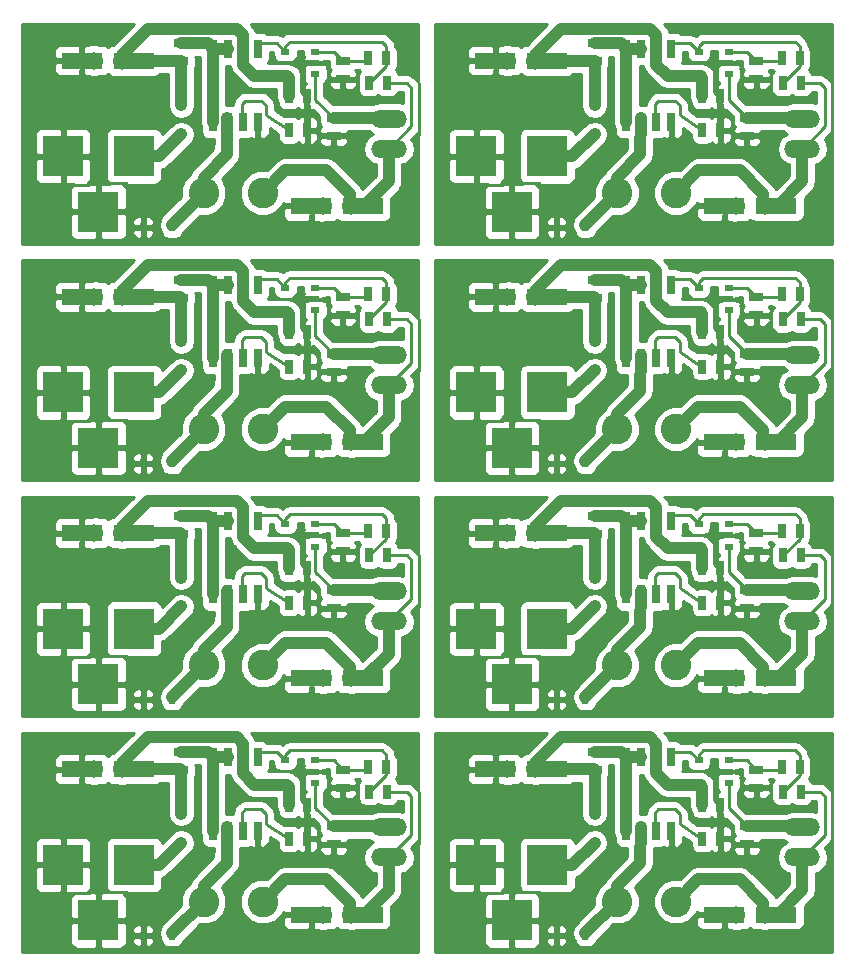
<source format=gtl>
G04 #@! TF.FileFunction,Copper,L1,Top,Signal*
%FSLAX46Y46*%
G04 Gerber Fmt 4.6, Leading zero omitted, Abs format (unit mm)*
G04 Created by KiCad (PCBNEW 4.0.7-e2-6376~58~ubuntu14.04.1) date Wed Feb  7 09:15:08 2018*
%MOMM*%
%LPD*%
G01*
G04 APERTURE LIST*
%ADD10C,0.100000*%
%ADD11R,0.558800X0.685800*%
%ADD12R,0.685800X0.558800*%
%ADD13C,1.500000*%
%ADD14R,0.635000X1.143000*%
%ADD15R,3.500120X3.500120*%
%ADD16O,3.014980X1.506220*%
%ADD17C,2.600000*%
%ADD18R,1.143000X0.635000*%
%ADD19R,0.762000X0.508000*%
%ADD20R,0.700000X1.600000*%
%ADD21R,3.500000X1.400000*%
%ADD22C,1.524000*%
%ADD23C,0.250000*%
%ADD24C,0.500000*%
%ADD25C,1.000000*%
%ADD26C,0.254000*%
G04 APERTURE END LIST*
D10*
D11*
X134980800Y-85400000D03*
X137419200Y-85400000D03*
D12*
X138200000Y-77519200D03*
X138200000Y-75080800D03*
D13*
X157000000Y-85500000D03*
X126000000Y-85500000D03*
X126000000Y-69500000D03*
D14*
X147338000Y-77200000D03*
X148862000Y-77200000D03*
D15*
X134200140Y-79400000D03*
X128200660Y-79400000D03*
X131200400Y-84099000D03*
D16*
X155800000Y-78770000D03*
X155800000Y-76230000D03*
D17*
X140100000Y-82500000D03*
X145100000Y-82500000D03*
D18*
X138200000Y-69838000D03*
X138200000Y-71362000D03*
D14*
X155562000Y-71100000D03*
X154038000Y-71100000D03*
X155662000Y-73200000D03*
X154138000Y-73200000D03*
D18*
X151900000Y-72862000D03*
X151900000Y-71338000D03*
X151100000Y-76138000D03*
X151100000Y-77662000D03*
D19*
X149570000Y-72452500D03*
X149570000Y-70547500D03*
X147030000Y-72452500D03*
X149570000Y-71500000D03*
X147030000Y-70547500D03*
D14*
X147338000Y-74300000D03*
X148862000Y-74300000D03*
D13*
X157000000Y-69500000D03*
D20*
X140895000Y-76500000D03*
X142165000Y-76500000D03*
X143435000Y-76500000D03*
X144705000Y-76500000D03*
X144705000Y-70300000D03*
X143435000Y-70300000D03*
X142165000Y-70300000D03*
X140895000Y-70300000D03*
D21*
X134200000Y-71300000D03*
X129800000Y-71300000D03*
D22*
X130800000Y-71300000D03*
X133200000Y-71300000D03*
D21*
X153600000Y-83600000D03*
X149200000Y-83600000D03*
D22*
X150200000Y-83600000D03*
X152600000Y-83600000D03*
D21*
X153600000Y-63600000D03*
X149200000Y-63600000D03*
D22*
X150200000Y-63600000D03*
X152600000Y-63600000D03*
D21*
X134200000Y-51300000D03*
X129800000Y-51300000D03*
D22*
X130800000Y-51300000D03*
X133200000Y-51300000D03*
D20*
X140895000Y-56500000D03*
X142165000Y-56500000D03*
X143435000Y-56500000D03*
X144705000Y-56500000D03*
X144705000Y-50300000D03*
X143435000Y-50300000D03*
X142165000Y-50300000D03*
X140895000Y-50300000D03*
D13*
X157000000Y-49500000D03*
D14*
X147338000Y-54300000D03*
X148862000Y-54300000D03*
D19*
X149570000Y-52452500D03*
X149570000Y-50547500D03*
X147030000Y-52452500D03*
X149570000Y-51500000D03*
X147030000Y-50547500D03*
D18*
X151100000Y-56138000D03*
X151100000Y-57662000D03*
X151900000Y-52862000D03*
X151900000Y-51338000D03*
D14*
X155662000Y-53200000D03*
X154138000Y-53200000D03*
X155562000Y-51100000D03*
X154038000Y-51100000D03*
D18*
X138200000Y-49838000D03*
X138200000Y-51362000D03*
D17*
X140100000Y-62500000D03*
X145100000Y-62500000D03*
D16*
X155800000Y-58770000D03*
X155800000Y-56230000D03*
D15*
X134200140Y-59400000D03*
X128200660Y-59400000D03*
X131200400Y-64099000D03*
D14*
X147338000Y-57200000D03*
X148862000Y-57200000D03*
D13*
X126000000Y-49500000D03*
X126000000Y-65500000D03*
X157000000Y-65500000D03*
D12*
X138200000Y-57519200D03*
X138200000Y-55080800D03*
D11*
X134980800Y-65400000D03*
X137419200Y-65400000D03*
X99980800Y-65400000D03*
X102419200Y-65400000D03*
D12*
X103200000Y-57519200D03*
X103200000Y-55080800D03*
D13*
X122000000Y-65500000D03*
X91000000Y-65500000D03*
X91000000Y-49500000D03*
D14*
X112338000Y-57200000D03*
X113862000Y-57200000D03*
D15*
X99200140Y-59400000D03*
X93200660Y-59400000D03*
X96200400Y-64099000D03*
D16*
X120800000Y-58770000D03*
X120800000Y-56230000D03*
D17*
X105100000Y-62500000D03*
X110100000Y-62500000D03*
D18*
X103200000Y-49838000D03*
X103200000Y-51362000D03*
D14*
X120562000Y-51100000D03*
X119038000Y-51100000D03*
X120662000Y-53200000D03*
X119138000Y-53200000D03*
D18*
X116900000Y-52862000D03*
X116900000Y-51338000D03*
X116100000Y-56138000D03*
X116100000Y-57662000D03*
D19*
X114570000Y-52452500D03*
X114570000Y-50547500D03*
X112030000Y-52452500D03*
X114570000Y-51500000D03*
X112030000Y-50547500D03*
D14*
X112338000Y-54300000D03*
X113862000Y-54300000D03*
D13*
X122000000Y-49500000D03*
D20*
X105895000Y-56500000D03*
X107165000Y-56500000D03*
X108435000Y-56500000D03*
X109705000Y-56500000D03*
X109705000Y-50300000D03*
X108435000Y-50300000D03*
X107165000Y-50300000D03*
X105895000Y-50300000D03*
D21*
X99200000Y-51300000D03*
X94800000Y-51300000D03*
D22*
X95800000Y-51300000D03*
X98200000Y-51300000D03*
D21*
X118600000Y-63600000D03*
X114200000Y-63600000D03*
D22*
X115200000Y-63600000D03*
X117600000Y-63600000D03*
D21*
X118600000Y-83600000D03*
X114200000Y-83600000D03*
D22*
X115200000Y-83600000D03*
X117600000Y-83600000D03*
D21*
X99200000Y-71300000D03*
X94800000Y-71300000D03*
D22*
X95800000Y-71300000D03*
X98200000Y-71300000D03*
D20*
X105895000Y-76500000D03*
X107165000Y-76500000D03*
X108435000Y-76500000D03*
X109705000Y-76500000D03*
X109705000Y-70300000D03*
X108435000Y-70300000D03*
X107165000Y-70300000D03*
X105895000Y-70300000D03*
D13*
X122000000Y-69500000D03*
D14*
X112338000Y-74300000D03*
X113862000Y-74300000D03*
D19*
X114570000Y-72452500D03*
X114570000Y-70547500D03*
X112030000Y-72452500D03*
X114570000Y-71500000D03*
X112030000Y-70547500D03*
D18*
X116100000Y-76138000D03*
X116100000Y-77662000D03*
X116900000Y-72862000D03*
X116900000Y-71338000D03*
D14*
X120662000Y-73200000D03*
X119138000Y-73200000D03*
X120562000Y-71100000D03*
X119038000Y-71100000D03*
D18*
X103200000Y-69838000D03*
X103200000Y-71362000D03*
D17*
X105100000Y-82500000D03*
X110100000Y-82500000D03*
D16*
X120800000Y-78770000D03*
X120800000Y-76230000D03*
D15*
X99200140Y-79400000D03*
X93200660Y-79400000D03*
X96200400Y-84099000D03*
D14*
X112338000Y-77200000D03*
X113862000Y-77200000D03*
D13*
X91000000Y-69500000D03*
X91000000Y-85500000D03*
X122000000Y-85500000D03*
D12*
X103200000Y-77519200D03*
X103200000Y-75080800D03*
D11*
X99980800Y-85400000D03*
X102419200Y-85400000D03*
X99980800Y-125400000D03*
X102419200Y-125400000D03*
D12*
X103200000Y-117519200D03*
X103200000Y-115080800D03*
D13*
X122000000Y-125500000D03*
X91000000Y-125500000D03*
X91000000Y-109500000D03*
D14*
X112338000Y-117200000D03*
X113862000Y-117200000D03*
D15*
X99200140Y-119400000D03*
X93200660Y-119400000D03*
X96200400Y-124099000D03*
D16*
X120800000Y-118770000D03*
X120800000Y-116230000D03*
D17*
X105100000Y-122500000D03*
X110100000Y-122500000D03*
D18*
X103200000Y-109838000D03*
X103200000Y-111362000D03*
D14*
X120562000Y-111100000D03*
X119038000Y-111100000D03*
X120662000Y-113200000D03*
X119138000Y-113200000D03*
D18*
X116900000Y-112862000D03*
X116900000Y-111338000D03*
X116100000Y-116138000D03*
X116100000Y-117662000D03*
D19*
X114570000Y-112452500D03*
X114570000Y-110547500D03*
X112030000Y-112452500D03*
X114570000Y-111500000D03*
X112030000Y-110547500D03*
D14*
X112338000Y-114300000D03*
X113862000Y-114300000D03*
D13*
X122000000Y-109500000D03*
D20*
X105895000Y-116500000D03*
X107165000Y-116500000D03*
X108435000Y-116500000D03*
X109705000Y-116500000D03*
X109705000Y-110300000D03*
X108435000Y-110300000D03*
X107165000Y-110300000D03*
X105895000Y-110300000D03*
D21*
X99200000Y-111300000D03*
X94800000Y-111300000D03*
D22*
X95800000Y-111300000D03*
X98200000Y-111300000D03*
D21*
X118600000Y-123600000D03*
X114200000Y-123600000D03*
D22*
X115200000Y-123600000D03*
X117600000Y-123600000D03*
D21*
X118600000Y-103600000D03*
X114200000Y-103600000D03*
D22*
X115200000Y-103600000D03*
X117600000Y-103600000D03*
D21*
X99200000Y-91300000D03*
X94800000Y-91300000D03*
D22*
X95800000Y-91300000D03*
X98200000Y-91300000D03*
D20*
X105895000Y-96500000D03*
X107165000Y-96500000D03*
X108435000Y-96500000D03*
X109705000Y-96500000D03*
X109705000Y-90300000D03*
X108435000Y-90300000D03*
X107165000Y-90300000D03*
X105895000Y-90300000D03*
D13*
X122000000Y-89500000D03*
D14*
X112338000Y-94300000D03*
X113862000Y-94300000D03*
D19*
X114570000Y-92452500D03*
X114570000Y-90547500D03*
X112030000Y-92452500D03*
X114570000Y-91500000D03*
X112030000Y-90547500D03*
D18*
X116100000Y-96138000D03*
X116100000Y-97662000D03*
X116900000Y-92862000D03*
X116900000Y-91338000D03*
D14*
X120662000Y-93200000D03*
X119138000Y-93200000D03*
X120562000Y-91100000D03*
X119038000Y-91100000D03*
D18*
X103200000Y-89838000D03*
X103200000Y-91362000D03*
D17*
X105100000Y-102500000D03*
X110100000Y-102500000D03*
D16*
X120800000Y-98770000D03*
X120800000Y-96230000D03*
D15*
X99200140Y-99400000D03*
X93200660Y-99400000D03*
X96200400Y-104099000D03*
D14*
X112338000Y-97200000D03*
X113862000Y-97200000D03*
D13*
X91000000Y-89500000D03*
X91000000Y-105500000D03*
X122000000Y-105500000D03*
D12*
X103200000Y-97519200D03*
X103200000Y-95080800D03*
D11*
X99980800Y-105400000D03*
X102419200Y-105400000D03*
X134980800Y-105400000D03*
X137419200Y-105400000D03*
D12*
X138200000Y-97519200D03*
X138200000Y-95080800D03*
D13*
X157000000Y-105500000D03*
X126000000Y-105500000D03*
X126000000Y-89500000D03*
D14*
X147338000Y-97200000D03*
X148862000Y-97200000D03*
D15*
X134200140Y-99400000D03*
X128200660Y-99400000D03*
X131200400Y-104099000D03*
D16*
X155800000Y-98770000D03*
X155800000Y-96230000D03*
D17*
X140100000Y-102500000D03*
X145100000Y-102500000D03*
D18*
X138200000Y-89838000D03*
X138200000Y-91362000D03*
D14*
X155562000Y-91100000D03*
X154038000Y-91100000D03*
X155662000Y-93200000D03*
X154138000Y-93200000D03*
D18*
X151900000Y-92862000D03*
X151900000Y-91338000D03*
X151100000Y-96138000D03*
X151100000Y-97662000D03*
D19*
X149570000Y-92452500D03*
X149570000Y-90547500D03*
X147030000Y-92452500D03*
X149570000Y-91500000D03*
X147030000Y-90547500D03*
D14*
X147338000Y-94300000D03*
X148862000Y-94300000D03*
D13*
X157000000Y-89500000D03*
D20*
X140895000Y-96500000D03*
X142165000Y-96500000D03*
X143435000Y-96500000D03*
X144705000Y-96500000D03*
X144705000Y-90300000D03*
X143435000Y-90300000D03*
X142165000Y-90300000D03*
X140895000Y-90300000D03*
D21*
X134200000Y-91300000D03*
X129800000Y-91300000D03*
D22*
X130800000Y-91300000D03*
X133200000Y-91300000D03*
D21*
X153600000Y-103600000D03*
X149200000Y-103600000D03*
D22*
X150200000Y-103600000D03*
X152600000Y-103600000D03*
D21*
X153600000Y-123600000D03*
X149200000Y-123600000D03*
D22*
X150200000Y-123600000D03*
X152600000Y-123600000D03*
D21*
X134200000Y-111300000D03*
X129800000Y-111300000D03*
D22*
X130800000Y-111300000D03*
X133200000Y-111300000D03*
D20*
X140895000Y-116500000D03*
X142165000Y-116500000D03*
X143435000Y-116500000D03*
X144705000Y-116500000D03*
X144705000Y-110300000D03*
X143435000Y-110300000D03*
X142165000Y-110300000D03*
X140895000Y-110300000D03*
D13*
X157000000Y-109500000D03*
D14*
X147338000Y-114300000D03*
X148862000Y-114300000D03*
D19*
X149570000Y-112452500D03*
X149570000Y-110547500D03*
X147030000Y-112452500D03*
X149570000Y-111500000D03*
X147030000Y-110547500D03*
D18*
X151100000Y-116138000D03*
X151100000Y-117662000D03*
X151900000Y-112862000D03*
X151900000Y-111338000D03*
D14*
X155662000Y-113200000D03*
X154138000Y-113200000D03*
X155562000Y-111100000D03*
X154038000Y-111100000D03*
D18*
X138200000Y-109838000D03*
X138200000Y-111362000D03*
D17*
X140100000Y-122500000D03*
X145100000Y-122500000D03*
D16*
X155800000Y-118770000D03*
X155800000Y-116230000D03*
D15*
X134200140Y-119400000D03*
X128200660Y-119400000D03*
X131200400Y-124099000D03*
D14*
X147338000Y-117200000D03*
X148862000Y-117200000D03*
D13*
X126000000Y-109500000D03*
X126000000Y-125500000D03*
X157000000Y-125500000D03*
D12*
X138200000Y-117519200D03*
X138200000Y-115080800D03*
D11*
X134980800Y-125400000D03*
X137419200Y-125400000D03*
D23*
X130400000Y-81800000D02*
X130500000Y-81700000D01*
X129000000Y-81800000D02*
X130400000Y-81800000D01*
X133500000Y-81700000D02*
X133700000Y-81900000D01*
X132100000Y-81700000D02*
X133500000Y-81700000D01*
X158300000Y-73200000D02*
X158300000Y-77600000D01*
X158300000Y-53200000D02*
X158300000Y-57600000D01*
X132100000Y-61700000D02*
X133500000Y-61700000D01*
X133500000Y-61700000D02*
X133700000Y-61900000D01*
X129000000Y-61800000D02*
X130400000Y-61800000D01*
X130400000Y-61800000D02*
X130500000Y-61700000D01*
X95400000Y-61800000D02*
X95500000Y-61700000D01*
X94000000Y-61800000D02*
X95400000Y-61800000D01*
X98500000Y-61700000D02*
X98700000Y-61900000D01*
X97100000Y-61700000D02*
X98500000Y-61700000D01*
X123300000Y-53200000D02*
X123300000Y-57600000D01*
X123300000Y-73200000D02*
X123300000Y-77600000D01*
X97100000Y-81700000D02*
X98500000Y-81700000D01*
X98500000Y-81700000D02*
X98700000Y-81900000D01*
X94000000Y-81800000D02*
X95400000Y-81800000D01*
X95400000Y-81800000D02*
X95500000Y-81700000D01*
X95400000Y-121800000D02*
X95500000Y-121700000D01*
X94000000Y-121800000D02*
X95400000Y-121800000D01*
X98500000Y-121700000D02*
X98700000Y-121900000D01*
X97100000Y-121700000D02*
X98500000Y-121700000D01*
X123300000Y-113200000D02*
X123300000Y-117600000D01*
X123300000Y-93200000D02*
X123300000Y-97600000D01*
X97100000Y-101700000D02*
X98500000Y-101700000D01*
X98500000Y-101700000D02*
X98700000Y-101900000D01*
X94000000Y-101800000D02*
X95400000Y-101800000D01*
X95400000Y-101800000D02*
X95500000Y-101700000D01*
X130400000Y-101800000D02*
X130500000Y-101700000D01*
X129000000Y-101800000D02*
X130400000Y-101800000D01*
X133500000Y-101700000D02*
X133700000Y-101900000D01*
X132100000Y-101700000D02*
X133500000Y-101700000D01*
X158300000Y-93200000D02*
X158300000Y-97600000D01*
X158300000Y-113200000D02*
X158300000Y-117600000D01*
X132100000Y-121700000D02*
X133500000Y-121700000D01*
X133500000Y-121700000D02*
X133700000Y-121900000D01*
X129000000Y-121800000D02*
X130400000Y-121800000D01*
X130400000Y-121800000D02*
X130500000Y-121700000D01*
D24*
X148862000Y-74300000D02*
X148862000Y-77200000D01*
X149570000Y-71500000D02*
X148800000Y-71500000D01*
X148500000Y-73938000D02*
X148862000Y-74300000D01*
X148500000Y-71800000D02*
X148500000Y-73938000D01*
X148800000Y-71500000D02*
X148500000Y-71800000D01*
X148800000Y-51500000D02*
X148500000Y-51800000D01*
X148500000Y-51800000D02*
X148500000Y-53938000D01*
X148500000Y-53938000D02*
X148862000Y-54300000D01*
X149570000Y-51500000D02*
X148800000Y-51500000D01*
X148862000Y-54300000D02*
X148862000Y-57200000D01*
X113862000Y-54300000D02*
X113862000Y-57200000D01*
X114570000Y-51500000D02*
X113800000Y-51500000D01*
X113500000Y-53938000D02*
X113862000Y-54300000D01*
X113500000Y-51800000D02*
X113500000Y-53938000D01*
X113800000Y-51500000D02*
X113500000Y-51800000D01*
X113800000Y-71500000D02*
X113500000Y-71800000D01*
X113500000Y-71800000D02*
X113500000Y-73938000D01*
X113500000Y-73938000D02*
X113862000Y-74300000D01*
X114570000Y-71500000D02*
X113800000Y-71500000D01*
X113862000Y-74300000D02*
X113862000Y-77200000D01*
X113862000Y-114300000D02*
X113862000Y-117200000D01*
X114570000Y-111500000D02*
X113800000Y-111500000D01*
X113500000Y-113938000D02*
X113862000Y-114300000D01*
X113500000Y-111800000D02*
X113500000Y-113938000D01*
X113800000Y-111500000D02*
X113500000Y-111800000D01*
X113800000Y-91500000D02*
X113500000Y-91800000D01*
X113500000Y-91800000D02*
X113500000Y-93938000D01*
X113500000Y-93938000D02*
X113862000Y-94300000D01*
X114570000Y-91500000D02*
X113800000Y-91500000D01*
X113862000Y-94300000D02*
X113862000Y-97200000D01*
X148862000Y-94300000D02*
X148862000Y-97200000D01*
X149570000Y-91500000D02*
X148800000Y-91500000D01*
X148500000Y-93938000D02*
X148862000Y-94300000D01*
X148500000Y-91800000D02*
X148500000Y-93938000D01*
X148800000Y-91500000D02*
X148500000Y-91800000D01*
X148800000Y-111500000D02*
X148500000Y-111800000D01*
X148500000Y-111800000D02*
X148500000Y-113938000D01*
X148500000Y-113938000D02*
X148862000Y-114300000D01*
X149570000Y-111500000D02*
X148800000Y-111500000D01*
X148862000Y-114300000D02*
X148862000Y-117200000D01*
D23*
X143335000Y-76000000D02*
X143335000Y-74965000D01*
X145400000Y-75931045D02*
X147338000Y-77200000D01*
X145400000Y-75100000D02*
X145400000Y-75931045D01*
X145000000Y-74700000D02*
X145400000Y-75100000D01*
X143600000Y-74700000D02*
X145000000Y-74700000D01*
X143335000Y-74965000D02*
X143600000Y-74700000D01*
X143335000Y-54965000D02*
X143600000Y-54700000D01*
X143600000Y-54700000D02*
X145000000Y-54700000D01*
X145000000Y-54700000D02*
X145400000Y-55100000D01*
X145400000Y-55100000D02*
X145400000Y-55931045D01*
X145400000Y-55931045D02*
X147338000Y-57200000D01*
X143335000Y-56000000D02*
X143335000Y-54965000D01*
X108335000Y-56000000D02*
X108335000Y-54965000D01*
X110400000Y-55931045D02*
X112338000Y-57200000D01*
X110400000Y-55100000D02*
X110400000Y-55931045D01*
X110000000Y-54700000D02*
X110400000Y-55100000D01*
X108600000Y-54700000D02*
X110000000Y-54700000D01*
X108335000Y-54965000D02*
X108600000Y-54700000D01*
X108335000Y-74965000D02*
X108600000Y-74700000D01*
X108600000Y-74700000D02*
X110000000Y-74700000D01*
X110000000Y-74700000D02*
X110400000Y-75100000D01*
X110400000Y-75100000D02*
X110400000Y-75931045D01*
X110400000Y-75931045D02*
X112338000Y-77200000D01*
X108335000Y-76000000D02*
X108335000Y-74965000D01*
X108335000Y-116000000D02*
X108335000Y-114965000D01*
X110400000Y-115931045D02*
X112338000Y-117200000D01*
X110400000Y-115100000D02*
X110400000Y-115931045D01*
X110000000Y-114700000D02*
X110400000Y-115100000D01*
X108600000Y-114700000D02*
X110000000Y-114700000D01*
X108335000Y-114965000D02*
X108600000Y-114700000D01*
X108335000Y-94965000D02*
X108600000Y-94700000D01*
X108600000Y-94700000D02*
X110000000Y-94700000D01*
X110000000Y-94700000D02*
X110400000Y-95100000D01*
X110400000Y-95100000D02*
X110400000Y-95931045D01*
X110400000Y-95931045D02*
X112338000Y-97200000D01*
X108335000Y-96000000D02*
X108335000Y-94965000D01*
X143335000Y-96000000D02*
X143335000Y-94965000D01*
X145400000Y-95931045D02*
X147338000Y-97200000D01*
X145400000Y-95100000D02*
X145400000Y-95931045D01*
X145000000Y-94700000D02*
X145400000Y-95100000D01*
X143600000Y-94700000D02*
X145000000Y-94700000D01*
X143335000Y-94965000D02*
X143600000Y-94700000D01*
X143335000Y-114965000D02*
X143600000Y-114700000D01*
X143600000Y-114700000D02*
X145000000Y-114700000D01*
X145000000Y-114700000D02*
X145400000Y-115100000D01*
X145400000Y-115100000D02*
X145400000Y-115931045D01*
X145400000Y-115931045D02*
X147338000Y-117200000D01*
X143335000Y-116000000D02*
X143335000Y-114965000D01*
D25*
X152500000Y-83600000D02*
X153700000Y-83600000D01*
X153700000Y-83600000D02*
X155800000Y-81500000D01*
X155800000Y-81500000D02*
X155800000Y-78770000D01*
X145100000Y-82500000D02*
X145100000Y-82500000D01*
X145100000Y-82500000D02*
X147000000Y-80600000D01*
X147000000Y-80600000D02*
X150500000Y-80600000D01*
X150500000Y-80600000D02*
X152500000Y-82600000D01*
X152500000Y-82600000D02*
X152500000Y-83600000D01*
D23*
X155480000Y-79090000D02*
X157700000Y-76870000D01*
X157300000Y-73200000D02*
X155662000Y-73200000D01*
X157700000Y-73600000D02*
X157300000Y-73200000D01*
X157700000Y-76870000D02*
X157700000Y-73600000D01*
X157700000Y-56870000D02*
X157700000Y-53600000D01*
X157700000Y-53600000D02*
X157300000Y-53200000D01*
X157300000Y-53200000D02*
X155662000Y-53200000D01*
X155480000Y-59090000D02*
X157700000Y-56870000D01*
D25*
X152500000Y-62600000D02*
X152500000Y-63600000D01*
X150500000Y-60600000D02*
X152500000Y-62600000D01*
X147000000Y-60600000D02*
X150500000Y-60600000D01*
X145100000Y-62500000D02*
X147000000Y-60600000D01*
X145100000Y-62500000D02*
X145100000Y-62500000D01*
X155800000Y-61500000D02*
X155800000Y-58770000D01*
X153700000Y-63600000D02*
X155800000Y-61500000D01*
X152500000Y-63600000D02*
X153700000Y-63600000D01*
X117500000Y-63600000D02*
X118700000Y-63600000D01*
X118700000Y-63600000D02*
X120800000Y-61500000D01*
X120800000Y-61500000D02*
X120800000Y-58770000D01*
X110100000Y-62500000D02*
X110100000Y-62500000D01*
X110100000Y-62500000D02*
X112000000Y-60600000D01*
X112000000Y-60600000D02*
X115500000Y-60600000D01*
X115500000Y-60600000D02*
X117500000Y-62600000D01*
X117500000Y-62600000D02*
X117500000Y-63600000D01*
D23*
X120480000Y-59090000D02*
X122700000Y-56870000D01*
X122300000Y-53200000D02*
X120662000Y-53200000D01*
X122700000Y-53600000D02*
X122300000Y-53200000D01*
X122700000Y-56870000D02*
X122700000Y-53600000D01*
X122700000Y-76870000D02*
X122700000Y-73600000D01*
X122700000Y-73600000D02*
X122300000Y-73200000D01*
X122300000Y-73200000D02*
X120662000Y-73200000D01*
X120480000Y-79090000D02*
X122700000Y-76870000D01*
D25*
X117500000Y-82600000D02*
X117500000Y-83600000D01*
X115500000Y-80600000D02*
X117500000Y-82600000D01*
X112000000Y-80600000D02*
X115500000Y-80600000D01*
X110100000Y-82500000D02*
X112000000Y-80600000D01*
X110100000Y-82500000D02*
X110100000Y-82500000D01*
X120800000Y-81500000D02*
X120800000Y-78770000D01*
X118700000Y-83600000D02*
X120800000Y-81500000D01*
X117500000Y-83600000D02*
X118700000Y-83600000D01*
X117500000Y-123600000D02*
X118700000Y-123600000D01*
X118700000Y-123600000D02*
X120800000Y-121500000D01*
X120800000Y-121500000D02*
X120800000Y-118770000D01*
X110100000Y-122500000D02*
X110100000Y-122500000D01*
X110100000Y-122500000D02*
X112000000Y-120600000D01*
X112000000Y-120600000D02*
X115500000Y-120600000D01*
X115500000Y-120600000D02*
X117500000Y-122600000D01*
X117500000Y-122600000D02*
X117500000Y-123600000D01*
D23*
X120480000Y-119090000D02*
X122700000Y-116870000D01*
X122300000Y-113200000D02*
X120662000Y-113200000D01*
X122700000Y-113600000D02*
X122300000Y-113200000D01*
X122700000Y-116870000D02*
X122700000Y-113600000D01*
X122700000Y-96870000D02*
X122700000Y-93600000D01*
X122700000Y-93600000D02*
X122300000Y-93200000D01*
X122300000Y-93200000D02*
X120662000Y-93200000D01*
X120480000Y-99090000D02*
X122700000Y-96870000D01*
D25*
X117500000Y-102600000D02*
X117500000Y-103600000D01*
X115500000Y-100600000D02*
X117500000Y-102600000D01*
X112000000Y-100600000D02*
X115500000Y-100600000D01*
X110100000Y-102500000D02*
X112000000Y-100600000D01*
X110100000Y-102500000D02*
X110100000Y-102500000D01*
X120800000Y-101500000D02*
X120800000Y-98770000D01*
X118700000Y-103600000D02*
X120800000Y-101500000D01*
X117500000Y-103600000D02*
X118700000Y-103600000D01*
X152500000Y-103600000D02*
X153700000Y-103600000D01*
X153700000Y-103600000D02*
X155800000Y-101500000D01*
X155800000Y-101500000D02*
X155800000Y-98770000D01*
X145100000Y-102500000D02*
X145100000Y-102500000D01*
X145100000Y-102500000D02*
X147000000Y-100600000D01*
X147000000Y-100600000D02*
X150500000Y-100600000D01*
X150500000Y-100600000D02*
X152500000Y-102600000D01*
X152500000Y-102600000D02*
X152500000Y-103600000D01*
D23*
X155480000Y-99090000D02*
X157700000Y-96870000D01*
X157300000Y-93200000D02*
X155662000Y-93200000D01*
X157700000Y-93600000D02*
X157300000Y-93200000D01*
X157700000Y-96870000D02*
X157700000Y-93600000D01*
X157700000Y-116870000D02*
X157700000Y-113600000D01*
X157700000Y-113600000D02*
X157300000Y-113200000D01*
X157300000Y-113200000D02*
X155662000Y-113200000D01*
X155480000Y-119090000D02*
X157700000Y-116870000D01*
D25*
X152500000Y-122600000D02*
X152500000Y-123600000D01*
X150500000Y-120600000D02*
X152500000Y-122600000D01*
X147000000Y-120600000D02*
X150500000Y-120600000D01*
X145100000Y-122500000D02*
X147000000Y-120600000D01*
X145100000Y-122500000D02*
X145100000Y-122500000D01*
X155800000Y-121500000D02*
X155800000Y-118770000D01*
X153700000Y-123600000D02*
X155800000Y-121500000D01*
X152500000Y-123600000D02*
X153700000Y-123600000D01*
X133200000Y-70800000D02*
X133200000Y-71300000D01*
X138138000Y-71300000D02*
X138200000Y-71362000D01*
X133200000Y-71300000D02*
X138138000Y-71300000D01*
X138200000Y-71362000D02*
X138200000Y-75080800D01*
X143435000Y-71635000D02*
X143435000Y-70300000D01*
X144400000Y-72600000D02*
X143435000Y-71635000D01*
X147177500Y-72600000D02*
X144400000Y-72600000D01*
X147338000Y-72760500D02*
X147177500Y-72600000D01*
X147338000Y-74300000D02*
X147338000Y-72760500D01*
X135400000Y-68600000D02*
X133200000Y-70800000D01*
X142900000Y-68600000D02*
X135400000Y-68600000D01*
X143435000Y-69135000D02*
X142900000Y-68600000D01*
X143435000Y-70300000D02*
X143435000Y-69135000D01*
X143435000Y-50300000D02*
X143435000Y-49135000D01*
X143435000Y-49135000D02*
X142900000Y-48600000D01*
X142900000Y-48600000D02*
X135400000Y-48600000D01*
X135400000Y-48600000D02*
X133200000Y-50800000D01*
X147338000Y-54300000D02*
X147338000Y-52760500D01*
X147338000Y-52760500D02*
X147177500Y-52600000D01*
X147177500Y-52600000D02*
X144400000Y-52600000D01*
X144400000Y-52600000D02*
X143435000Y-51635000D01*
X143435000Y-51635000D02*
X143435000Y-50300000D01*
X138200000Y-51362000D02*
X138200000Y-55080800D01*
X133200000Y-51300000D02*
X138138000Y-51300000D01*
X138138000Y-51300000D02*
X138200000Y-51362000D01*
X133200000Y-50800000D02*
X133200000Y-51300000D01*
X98200000Y-50800000D02*
X98200000Y-51300000D01*
X103138000Y-51300000D02*
X103200000Y-51362000D01*
X98200000Y-51300000D02*
X103138000Y-51300000D01*
X103200000Y-51362000D02*
X103200000Y-55080800D01*
X108435000Y-51635000D02*
X108435000Y-50300000D01*
X109400000Y-52600000D02*
X108435000Y-51635000D01*
X112177500Y-52600000D02*
X109400000Y-52600000D01*
X112338000Y-52760500D02*
X112177500Y-52600000D01*
X112338000Y-54300000D02*
X112338000Y-52760500D01*
X100400000Y-48600000D02*
X98200000Y-50800000D01*
X107900000Y-48600000D02*
X100400000Y-48600000D01*
X108435000Y-49135000D02*
X107900000Y-48600000D01*
X108435000Y-50300000D02*
X108435000Y-49135000D01*
X108435000Y-70300000D02*
X108435000Y-69135000D01*
X108435000Y-69135000D02*
X107900000Y-68600000D01*
X107900000Y-68600000D02*
X100400000Y-68600000D01*
X100400000Y-68600000D02*
X98200000Y-70800000D01*
X112338000Y-74300000D02*
X112338000Y-72760500D01*
X112338000Y-72760500D02*
X112177500Y-72600000D01*
X112177500Y-72600000D02*
X109400000Y-72600000D01*
X109400000Y-72600000D02*
X108435000Y-71635000D01*
X108435000Y-71635000D02*
X108435000Y-70300000D01*
X103200000Y-71362000D02*
X103200000Y-75080800D01*
X98200000Y-71300000D02*
X103138000Y-71300000D01*
X103138000Y-71300000D02*
X103200000Y-71362000D01*
X98200000Y-70800000D02*
X98200000Y-71300000D01*
X98200000Y-110800000D02*
X98200000Y-111300000D01*
X103138000Y-111300000D02*
X103200000Y-111362000D01*
X98200000Y-111300000D02*
X103138000Y-111300000D01*
X103200000Y-111362000D02*
X103200000Y-115080800D01*
X108435000Y-111635000D02*
X108435000Y-110300000D01*
X109400000Y-112600000D02*
X108435000Y-111635000D01*
X112177500Y-112600000D02*
X109400000Y-112600000D01*
X112338000Y-112760500D02*
X112177500Y-112600000D01*
X112338000Y-114300000D02*
X112338000Y-112760500D01*
X100400000Y-108600000D02*
X98200000Y-110800000D01*
X107900000Y-108600000D02*
X100400000Y-108600000D01*
X108435000Y-109135000D02*
X107900000Y-108600000D01*
X108435000Y-110300000D02*
X108435000Y-109135000D01*
X108435000Y-90300000D02*
X108435000Y-89135000D01*
X108435000Y-89135000D02*
X107900000Y-88600000D01*
X107900000Y-88600000D02*
X100400000Y-88600000D01*
X100400000Y-88600000D02*
X98200000Y-90800000D01*
X112338000Y-94300000D02*
X112338000Y-92760500D01*
X112338000Y-92760500D02*
X112177500Y-92600000D01*
X112177500Y-92600000D02*
X109400000Y-92600000D01*
X109400000Y-92600000D02*
X108435000Y-91635000D01*
X108435000Y-91635000D02*
X108435000Y-90300000D01*
X103200000Y-91362000D02*
X103200000Y-95080800D01*
X98200000Y-91300000D02*
X103138000Y-91300000D01*
X103138000Y-91300000D02*
X103200000Y-91362000D01*
X98200000Y-90800000D02*
X98200000Y-91300000D01*
X133200000Y-90800000D02*
X133200000Y-91300000D01*
X138138000Y-91300000D02*
X138200000Y-91362000D01*
X133200000Y-91300000D02*
X138138000Y-91300000D01*
X138200000Y-91362000D02*
X138200000Y-95080800D01*
X143435000Y-91635000D02*
X143435000Y-90300000D01*
X144400000Y-92600000D02*
X143435000Y-91635000D01*
X147177500Y-92600000D02*
X144400000Y-92600000D01*
X147338000Y-92760500D02*
X147177500Y-92600000D01*
X147338000Y-94300000D02*
X147338000Y-92760500D01*
X135400000Y-88600000D02*
X133200000Y-90800000D01*
X142900000Y-88600000D02*
X135400000Y-88600000D01*
X143435000Y-89135000D02*
X142900000Y-88600000D01*
X143435000Y-90300000D02*
X143435000Y-89135000D01*
X143435000Y-110300000D02*
X143435000Y-109135000D01*
X143435000Y-109135000D02*
X142900000Y-108600000D01*
X142900000Y-108600000D02*
X135400000Y-108600000D01*
X135400000Y-108600000D02*
X133200000Y-110800000D01*
X147338000Y-114300000D02*
X147338000Y-112760500D01*
X147338000Y-112760500D02*
X147177500Y-112600000D01*
X147177500Y-112600000D02*
X144400000Y-112600000D01*
X144400000Y-112600000D02*
X143435000Y-111635000D01*
X143435000Y-111635000D02*
X143435000Y-110300000D01*
X138200000Y-111362000D02*
X138200000Y-115080800D01*
X133200000Y-111300000D02*
X138138000Y-111300000D01*
X138138000Y-111300000D02*
X138200000Y-111362000D01*
X133200000Y-110800000D02*
X133200000Y-111300000D01*
X134200140Y-79400000D02*
X136319200Y-79400000D01*
X136319200Y-79400000D02*
X138200000Y-77519200D01*
X136319200Y-59400000D02*
X138200000Y-57519200D01*
X134200140Y-59400000D02*
X136319200Y-59400000D01*
X99200140Y-59400000D02*
X101319200Y-59400000D01*
X101319200Y-59400000D02*
X103200000Y-57519200D01*
X101319200Y-79400000D02*
X103200000Y-77519200D01*
X99200140Y-79400000D02*
X101319200Y-79400000D01*
X99200140Y-119400000D02*
X101319200Y-119400000D01*
X101319200Y-119400000D02*
X103200000Y-117519200D01*
X101319200Y-99400000D02*
X103200000Y-97519200D01*
X99200140Y-99400000D02*
X101319200Y-99400000D01*
X134200140Y-99400000D02*
X136319200Y-99400000D01*
X136319200Y-99400000D02*
X138200000Y-97519200D01*
X136319200Y-119400000D02*
X138200000Y-117519200D01*
X134200140Y-119400000D02*
X136319200Y-119400000D01*
X140100000Y-82500000D02*
X140100000Y-81200000D01*
X140100000Y-81200000D02*
X142065000Y-79235000D01*
X142065000Y-79235000D02*
X142100000Y-76200000D01*
D24*
X137419200Y-85400000D02*
X137419200Y-85180800D01*
D25*
X137419200Y-85180800D02*
X140100000Y-82500000D01*
X137419200Y-65180800D02*
X140100000Y-62500000D01*
D24*
X137419200Y-65400000D02*
X137419200Y-65180800D01*
D25*
X142065000Y-59235000D02*
X142100000Y-56200000D01*
X140100000Y-61200000D02*
X142065000Y-59235000D01*
X140100000Y-62500000D02*
X140100000Y-61200000D01*
X105100000Y-62500000D02*
X105100000Y-61200000D01*
X105100000Y-61200000D02*
X107065000Y-59235000D01*
X107065000Y-59235000D02*
X107100000Y-56200000D01*
D24*
X102419200Y-65400000D02*
X102419200Y-65180800D01*
D25*
X102419200Y-65180800D02*
X105100000Y-62500000D01*
X102419200Y-85180800D02*
X105100000Y-82500000D01*
D24*
X102419200Y-85400000D02*
X102419200Y-85180800D01*
D25*
X107065000Y-79235000D02*
X107100000Y-76200000D01*
X105100000Y-81200000D02*
X107065000Y-79235000D01*
X105100000Y-82500000D02*
X105100000Y-81200000D01*
X105100000Y-122500000D02*
X105100000Y-121200000D01*
X105100000Y-121200000D02*
X107065000Y-119235000D01*
X107065000Y-119235000D02*
X107100000Y-116200000D01*
D24*
X102419200Y-125400000D02*
X102419200Y-125180800D01*
D25*
X102419200Y-125180800D02*
X105100000Y-122500000D01*
X102419200Y-105180800D02*
X105100000Y-102500000D01*
D24*
X102419200Y-105400000D02*
X102419200Y-105180800D01*
D25*
X107065000Y-99235000D02*
X107100000Y-96200000D01*
X105100000Y-101200000D02*
X107065000Y-99235000D01*
X105100000Y-102500000D02*
X105100000Y-101200000D01*
X140100000Y-102500000D02*
X140100000Y-101200000D01*
X140100000Y-101200000D02*
X142065000Y-99235000D01*
X142065000Y-99235000D02*
X142100000Y-96200000D01*
D24*
X137419200Y-105400000D02*
X137419200Y-105180800D01*
D25*
X137419200Y-105180800D02*
X140100000Y-102500000D01*
X137419200Y-125180800D02*
X140100000Y-122500000D01*
D24*
X137419200Y-125400000D02*
X137419200Y-125180800D01*
D25*
X142065000Y-119235000D02*
X142100000Y-116200000D01*
X140100000Y-121200000D02*
X142065000Y-119235000D01*
X140100000Y-122500000D02*
X140100000Y-121200000D01*
X151100000Y-76138000D02*
X155708000Y-76138000D01*
D23*
X155708000Y-76138000D02*
X155800000Y-76230000D01*
X149570000Y-72452500D02*
X149570000Y-74608000D01*
X149570000Y-74608000D02*
X151100000Y-76138000D01*
X149570000Y-54608000D02*
X151100000Y-56138000D01*
X149570000Y-52452500D02*
X149570000Y-54608000D01*
X155708000Y-56138000D02*
X155800000Y-56230000D01*
D25*
X151100000Y-56138000D02*
X155708000Y-56138000D01*
X116100000Y-56138000D02*
X120708000Y-56138000D01*
D23*
X120708000Y-56138000D02*
X120800000Y-56230000D01*
X114570000Y-52452500D02*
X114570000Y-54608000D01*
X114570000Y-54608000D02*
X116100000Y-56138000D01*
X114570000Y-74608000D02*
X116100000Y-76138000D01*
X114570000Y-72452500D02*
X114570000Y-74608000D01*
X120708000Y-76138000D02*
X120800000Y-76230000D01*
D25*
X116100000Y-76138000D02*
X120708000Y-76138000D01*
X116100000Y-116138000D02*
X120708000Y-116138000D01*
D23*
X120708000Y-116138000D02*
X120800000Y-116230000D01*
X114570000Y-112452500D02*
X114570000Y-114608000D01*
X114570000Y-114608000D02*
X116100000Y-116138000D01*
X114570000Y-94608000D02*
X116100000Y-96138000D01*
X114570000Y-92452500D02*
X114570000Y-94608000D01*
X120708000Y-96138000D02*
X120800000Y-96230000D01*
D25*
X116100000Y-96138000D02*
X120708000Y-96138000D01*
X151100000Y-96138000D02*
X155708000Y-96138000D01*
D23*
X155708000Y-96138000D02*
X155800000Y-96230000D01*
X149570000Y-92452500D02*
X149570000Y-94608000D01*
X149570000Y-94608000D02*
X151100000Y-96138000D01*
X149570000Y-114608000D02*
X151100000Y-116138000D01*
X149570000Y-112452500D02*
X149570000Y-114608000D01*
X155708000Y-116138000D02*
X155800000Y-116230000D01*
D25*
X151100000Y-116138000D02*
X155708000Y-116138000D01*
D23*
X155562000Y-71100000D02*
X155562000Y-71776000D01*
X155562000Y-71776000D02*
X154138000Y-73200000D01*
X147030000Y-70547500D02*
X147030000Y-70070000D01*
X155562000Y-70062000D02*
X155562000Y-71100000D01*
X155200000Y-69700000D02*
X155562000Y-70062000D01*
X147400000Y-69700000D02*
X155200000Y-69700000D01*
X147030000Y-70070000D02*
X147400000Y-69700000D01*
X144605000Y-69800000D02*
X146282500Y-69800000D01*
X146282500Y-69800000D02*
X147030000Y-70547500D01*
X146282500Y-49800000D02*
X147030000Y-50547500D01*
X144605000Y-49800000D02*
X146282500Y-49800000D01*
X147030000Y-50070000D02*
X147400000Y-49700000D01*
X147400000Y-49700000D02*
X155200000Y-49700000D01*
X155200000Y-49700000D02*
X155562000Y-50062000D01*
X155562000Y-50062000D02*
X155562000Y-51100000D01*
X147030000Y-50547500D02*
X147030000Y-50070000D01*
X155562000Y-51776000D02*
X154138000Y-53200000D01*
X155562000Y-51100000D02*
X155562000Y-51776000D01*
X120562000Y-51100000D02*
X120562000Y-51776000D01*
X120562000Y-51776000D02*
X119138000Y-53200000D01*
X112030000Y-50547500D02*
X112030000Y-50070000D01*
X120562000Y-50062000D02*
X120562000Y-51100000D01*
X120200000Y-49700000D02*
X120562000Y-50062000D01*
X112400000Y-49700000D02*
X120200000Y-49700000D01*
X112030000Y-50070000D02*
X112400000Y-49700000D01*
X109605000Y-49800000D02*
X111282500Y-49800000D01*
X111282500Y-49800000D02*
X112030000Y-50547500D01*
X111282500Y-69800000D02*
X112030000Y-70547500D01*
X109605000Y-69800000D02*
X111282500Y-69800000D01*
X112030000Y-70070000D02*
X112400000Y-69700000D01*
X112400000Y-69700000D02*
X120200000Y-69700000D01*
X120200000Y-69700000D02*
X120562000Y-70062000D01*
X120562000Y-70062000D02*
X120562000Y-71100000D01*
X112030000Y-70547500D02*
X112030000Y-70070000D01*
X120562000Y-71776000D02*
X119138000Y-73200000D01*
X120562000Y-71100000D02*
X120562000Y-71776000D01*
X120562000Y-111100000D02*
X120562000Y-111776000D01*
X120562000Y-111776000D02*
X119138000Y-113200000D01*
X112030000Y-110547500D02*
X112030000Y-110070000D01*
X120562000Y-110062000D02*
X120562000Y-111100000D01*
X120200000Y-109700000D02*
X120562000Y-110062000D01*
X112400000Y-109700000D02*
X120200000Y-109700000D01*
X112030000Y-110070000D02*
X112400000Y-109700000D01*
X109605000Y-109800000D02*
X111282500Y-109800000D01*
X111282500Y-109800000D02*
X112030000Y-110547500D01*
X111282500Y-89800000D02*
X112030000Y-90547500D01*
X109605000Y-89800000D02*
X111282500Y-89800000D01*
X112030000Y-90070000D02*
X112400000Y-89700000D01*
X112400000Y-89700000D02*
X120200000Y-89700000D01*
X120200000Y-89700000D02*
X120562000Y-90062000D01*
X120562000Y-90062000D02*
X120562000Y-91100000D01*
X112030000Y-90547500D02*
X112030000Y-90070000D01*
X120562000Y-91776000D02*
X119138000Y-93200000D01*
X120562000Y-91100000D02*
X120562000Y-91776000D01*
X155562000Y-91100000D02*
X155562000Y-91776000D01*
X155562000Y-91776000D02*
X154138000Y-93200000D01*
X147030000Y-90547500D02*
X147030000Y-90070000D01*
X155562000Y-90062000D02*
X155562000Y-91100000D01*
X155200000Y-89700000D02*
X155562000Y-90062000D01*
X147400000Y-89700000D02*
X155200000Y-89700000D01*
X147030000Y-90070000D02*
X147400000Y-89700000D01*
X144605000Y-89800000D02*
X146282500Y-89800000D01*
X146282500Y-89800000D02*
X147030000Y-90547500D01*
X146282500Y-109800000D02*
X147030000Y-110547500D01*
X144605000Y-109800000D02*
X146282500Y-109800000D01*
X147030000Y-110070000D02*
X147400000Y-109700000D01*
X147400000Y-109700000D02*
X155200000Y-109700000D01*
X155200000Y-109700000D02*
X155562000Y-110062000D01*
X155562000Y-110062000D02*
X155562000Y-111100000D01*
X147030000Y-110547500D02*
X147030000Y-110070000D01*
X155562000Y-111776000D02*
X154138000Y-113200000D01*
X155562000Y-111100000D02*
X155562000Y-111776000D01*
X151900000Y-71338000D02*
X153800000Y-71338000D01*
X153800000Y-71338000D02*
X154038000Y-71100000D01*
X149570000Y-70547500D02*
X151109500Y-70547500D01*
X151109500Y-70547500D02*
X151900000Y-71338000D01*
X151109500Y-50547500D02*
X151900000Y-51338000D01*
X149570000Y-50547500D02*
X151109500Y-50547500D01*
X153800000Y-51338000D02*
X154038000Y-51100000D01*
X151900000Y-51338000D02*
X153800000Y-51338000D01*
X116900000Y-51338000D02*
X118800000Y-51338000D01*
X118800000Y-51338000D02*
X119038000Y-51100000D01*
X114570000Y-50547500D02*
X116109500Y-50547500D01*
X116109500Y-50547500D02*
X116900000Y-51338000D01*
X116109500Y-70547500D02*
X116900000Y-71338000D01*
X114570000Y-70547500D02*
X116109500Y-70547500D01*
X118800000Y-71338000D02*
X119038000Y-71100000D01*
X116900000Y-71338000D02*
X118800000Y-71338000D01*
X116900000Y-111338000D02*
X118800000Y-111338000D01*
X118800000Y-111338000D02*
X119038000Y-111100000D01*
X114570000Y-110547500D02*
X116109500Y-110547500D01*
X116109500Y-110547500D02*
X116900000Y-111338000D01*
X116109500Y-90547500D02*
X116900000Y-91338000D01*
X114570000Y-90547500D02*
X116109500Y-90547500D01*
X118800000Y-91338000D02*
X119038000Y-91100000D01*
X116900000Y-91338000D02*
X118800000Y-91338000D01*
X151900000Y-91338000D02*
X153800000Y-91338000D01*
X153800000Y-91338000D02*
X154038000Y-91100000D01*
X149570000Y-90547500D02*
X151109500Y-90547500D01*
X151109500Y-90547500D02*
X151900000Y-91338000D01*
X151109500Y-110547500D02*
X151900000Y-111338000D01*
X149570000Y-110547500D02*
X151109500Y-110547500D01*
X153800000Y-111338000D02*
X154038000Y-111100000D01*
X151900000Y-111338000D02*
X153800000Y-111338000D01*
D25*
X140433000Y-69838000D02*
X140895000Y-70300000D01*
X138200000Y-69838000D02*
X140433000Y-69838000D01*
X140895000Y-70300000D02*
X140895000Y-76500000D01*
X142165000Y-70300000D02*
X140895000Y-70300000D01*
X142165000Y-50300000D02*
X140895000Y-50300000D01*
X140895000Y-50300000D02*
X140895000Y-56500000D01*
X138200000Y-49838000D02*
X140433000Y-49838000D01*
X140433000Y-49838000D02*
X140895000Y-50300000D01*
X105433000Y-49838000D02*
X105895000Y-50300000D01*
X103200000Y-49838000D02*
X105433000Y-49838000D01*
X105895000Y-50300000D02*
X105895000Y-56500000D01*
X107165000Y-50300000D02*
X105895000Y-50300000D01*
X107165000Y-70300000D02*
X105895000Y-70300000D01*
X105895000Y-70300000D02*
X105895000Y-76500000D01*
X103200000Y-69838000D02*
X105433000Y-69838000D01*
X105433000Y-69838000D02*
X105895000Y-70300000D01*
X105433000Y-109838000D02*
X105895000Y-110300000D01*
X103200000Y-109838000D02*
X105433000Y-109838000D01*
X105895000Y-110300000D02*
X105895000Y-116500000D01*
X107165000Y-110300000D02*
X105895000Y-110300000D01*
X107165000Y-90300000D02*
X105895000Y-90300000D01*
X105895000Y-90300000D02*
X105895000Y-96500000D01*
X103200000Y-89838000D02*
X105433000Y-89838000D01*
X105433000Y-89838000D02*
X105895000Y-90300000D01*
X140433000Y-89838000D02*
X140895000Y-90300000D01*
X138200000Y-89838000D02*
X140433000Y-89838000D01*
X140895000Y-90300000D02*
X140895000Y-96500000D01*
X142165000Y-90300000D02*
X140895000Y-90300000D01*
X142165000Y-110300000D02*
X140895000Y-110300000D01*
X140895000Y-110300000D02*
X140895000Y-116500000D01*
X138200000Y-109838000D02*
X140433000Y-109838000D01*
X140433000Y-109838000D02*
X140895000Y-110300000D01*
D26*
G36*
X132440525Y-109954343D02*
X132214683Y-109996838D01*
X131998559Y-110135910D01*
X131992623Y-110144598D01*
X131909698Y-110061673D01*
X131676309Y-109965000D01*
X131215521Y-109965000D01*
X131007698Y-109890856D01*
X130452632Y-109918638D01*
X130340704Y-109965000D01*
X130085750Y-109965000D01*
X129927000Y-110123750D01*
X129927000Y-110606605D01*
X129819787Y-110499392D01*
X129673000Y-110541495D01*
X129673000Y-110123750D01*
X129514250Y-109965000D01*
X127923691Y-109965000D01*
X127690302Y-110061673D01*
X127511673Y-110240301D01*
X127415000Y-110473690D01*
X127415000Y-111014250D01*
X127573750Y-111173000D01*
X129394895Y-111173000D01*
X129407608Y-111427000D01*
X127573750Y-111427000D01*
X127415000Y-111585750D01*
X127415000Y-112126310D01*
X127511673Y-112359699D01*
X127690302Y-112538327D01*
X127923691Y-112635000D01*
X129514250Y-112635000D01*
X129673000Y-112476250D01*
X129673000Y-112058505D01*
X129819787Y-112100608D01*
X129927000Y-111993395D01*
X129927000Y-112476250D01*
X130085750Y-112635000D01*
X130384479Y-112635000D01*
X130592302Y-112709144D01*
X131147368Y-112681362D01*
X131259296Y-112635000D01*
X131676309Y-112635000D01*
X131909698Y-112538327D01*
X131992252Y-112455774D01*
X132198110Y-112596431D01*
X132450000Y-112647440D01*
X132802131Y-112647440D01*
X132920900Y-112696757D01*
X133476661Y-112697242D01*
X133597191Y-112647440D01*
X135950000Y-112647440D01*
X136185317Y-112603162D01*
X136401441Y-112464090D01*
X136421317Y-112435000D01*
X137065000Y-112435000D01*
X137065000Y-115080800D01*
X137151397Y-115515146D01*
X137397434Y-115883366D01*
X137765654Y-116129403D01*
X138200000Y-116215800D01*
X138634346Y-116129403D01*
X139002566Y-115883366D01*
X139248603Y-115515146D01*
X139335000Y-115080800D01*
X139335000Y-111979586D01*
X139367931Y-111931390D01*
X139418940Y-111679500D01*
X139418940Y-111044500D01*
X139405486Y-110973000D01*
X139760000Y-110973000D01*
X139760000Y-116500000D01*
X139846397Y-116934346D01*
X139897560Y-117010917D01*
X139897560Y-117300000D01*
X139941838Y-117535317D01*
X140080910Y-117751441D01*
X140293110Y-117896431D01*
X140545000Y-117947440D01*
X140944772Y-117947440D01*
X140935408Y-118759460D01*
X139297434Y-120397434D01*
X139051397Y-120765654D01*
X139035371Y-120846222D01*
X139005342Y-120858630D01*
X138460543Y-121402479D01*
X138165337Y-122113416D01*
X138164711Y-122830157D01*
X136616634Y-124378234D01*
X136370597Y-124746455D01*
X136284200Y-125180800D01*
X136370597Y-125615145D01*
X136506629Y-125818731D01*
X136536638Y-125978217D01*
X136675710Y-126194341D01*
X136887910Y-126339331D01*
X137139800Y-126390340D01*
X137698600Y-126390340D01*
X137933917Y-126346062D01*
X138150041Y-126206990D01*
X138295031Y-125994790D01*
X138316536Y-125888596D01*
X139770419Y-124434713D01*
X140483207Y-124435335D01*
X141194658Y-124141370D01*
X141739457Y-123597521D01*
X142034663Y-122886584D01*
X142035335Y-122116793D01*
X141741370Y-121405342D01*
X141620685Y-121284447D01*
X142867566Y-120037566D01*
X142987021Y-119858789D01*
X143108525Y-119681409D01*
X143109901Y-119674888D01*
X143113604Y-119669345D01*
X143155550Y-119458467D01*
X143199925Y-119248088D01*
X143214924Y-117947440D01*
X143785000Y-117947440D01*
X144020317Y-117903162D01*
X144071819Y-117870021D01*
X144228691Y-117935000D01*
X144419250Y-117935000D01*
X144578000Y-117776250D01*
X144578000Y-116627000D01*
X144558000Y-116627000D01*
X144558000Y-116373000D01*
X144578000Y-116373000D01*
X144578000Y-116353000D01*
X144769432Y-116353000D01*
X144772048Y-116359152D01*
X144822963Y-116409126D01*
X144852000Y-116452583D01*
X144852000Y-116627000D01*
X144832000Y-116627000D01*
X144832000Y-117776250D01*
X144990750Y-117935000D01*
X145181309Y-117935000D01*
X145414698Y-117838327D01*
X145593327Y-117659699D01*
X145690000Y-117426310D01*
X145690000Y-117029354D01*
X146373060Y-117476605D01*
X146373060Y-117771500D01*
X146417338Y-118006817D01*
X146556410Y-118222941D01*
X146768610Y-118367931D01*
X147020500Y-118418940D01*
X147655500Y-118418940D01*
X147890817Y-118374662D01*
X148106941Y-118235590D01*
X148108412Y-118233437D01*
X148184802Y-118309827D01*
X148418191Y-118406500D01*
X148576250Y-118406500D01*
X148735000Y-118247750D01*
X148735000Y-117327000D01*
X148989000Y-117327000D01*
X148989000Y-118247750D01*
X149147750Y-118406500D01*
X149305809Y-118406500D01*
X149539198Y-118309827D01*
X149717827Y-118131199D01*
X149793814Y-117947750D01*
X149893500Y-117947750D01*
X149893500Y-118105809D01*
X149990173Y-118339198D01*
X150168801Y-118517827D01*
X150402190Y-118614500D01*
X150814250Y-118614500D01*
X150973000Y-118455750D01*
X150973000Y-117789000D01*
X151227000Y-117789000D01*
X151227000Y-118455750D01*
X151385750Y-118614500D01*
X151797810Y-118614500D01*
X152031199Y-118517827D01*
X152209827Y-118339198D01*
X152306500Y-118105809D01*
X152306500Y-117947750D01*
X152147750Y-117789000D01*
X151227000Y-117789000D01*
X150973000Y-117789000D01*
X150052250Y-117789000D01*
X149893500Y-117947750D01*
X149793814Y-117947750D01*
X149814500Y-117897810D01*
X149814500Y-117485750D01*
X149655750Y-117327000D01*
X148989000Y-117327000D01*
X148735000Y-117327000D01*
X148715000Y-117327000D01*
X148715000Y-117073000D01*
X148735000Y-117073000D01*
X148735000Y-116152250D01*
X148989000Y-116152250D01*
X148989000Y-117073000D01*
X149655750Y-117073000D01*
X149814500Y-116914250D01*
X149814500Y-116502190D01*
X149717827Y-116268801D01*
X149539198Y-116090173D01*
X149305809Y-115993500D01*
X149147750Y-115993500D01*
X148989000Y-116152250D01*
X148735000Y-116152250D01*
X148576250Y-115993500D01*
X148418191Y-115993500D01*
X148184802Y-116090173D01*
X148106714Y-116168261D01*
X147907390Y-116032069D01*
X147655500Y-115981060D01*
X147020500Y-115981060D01*
X146898754Y-116003968D01*
X146160000Y-115520250D01*
X146160000Y-115100000D01*
X146102148Y-114809161D01*
X146102148Y-114809160D01*
X145937401Y-114562599D01*
X145537401Y-114162599D01*
X145290839Y-113997852D01*
X145000000Y-113940000D01*
X143600000Y-113940000D01*
X143309161Y-113997852D01*
X143062599Y-114162599D01*
X142797599Y-114427599D01*
X142632852Y-114674161D01*
X142575000Y-114965000D01*
X142575000Y-115064710D01*
X142515000Y-115052560D01*
X142030000Y-115052560D01*
X142030000Y-111747440D01*
X142322366Y-111747440D01*
X142386397Y-112069346D01*
X142599983Y-112389000D01*
X142632434Y-112437566D01*
X143597434Y-113402566D01*
X143965654Y-113648603D01*
X144400000Y-113735000D01*
X146203000Y-113735000D01*
X146203000Y-114300000D01*
X146289397Y-114734346D01*
X146373060Y-114859556D01*
X146373060Y-114871500D01*
X146417338Y-115106817D01*
X146556410Y-115322941D01*
X146768610Y-115467931D01*
X147020500Y-115518940D01*
X147655500Y-115518940D01*
X147890817Y-115474662D01*
X148106941Y-115335590D01*
X148108412Y-115333437D01*
X148184802Y-115409827D01*
X148418191Y-115506500D01*
X148576250Y-115506500D01*
X148735000Y-115347750D01*
X148735000Y-114427000D01*
X148715000Y-114427000D01*
X148715000Y-114173000D01*
X148735000Y-114173000D01*
X148735000Y-114153000D01*
X148810000Y-114153000D01*
X148810000Y-114608000D01*
X148867852Y-114898839D01*
X148989000Y-115080150D01*
X148989000Y-115347750D01*
X149147750Y-115506500D01*
X149305809Y-115506500D01*
X149367956Y-115480758D01*
X149881060Y-115993862D01*
X149881060Y-116455500D01*
X149925338Y-116690817D01*
X150064410Y-116906941D01*
X150066563Y-116908412D01*
X149990173Y-116984802D01*
X149893500Y-117218191D01*
X149893500Y-117376250D01*
X150052250Y-117535000D01*
X150973000Y-117535000D01*
X150973000Y-117515000D01*
X151227000Y-117515000D01*
X151227000Y-117535000D01*
X152147750Y-117535000D01*
X152306500Y-117376250D01*
X152306500Y-117273000D01*
X154114082Y-117273000D01*
X154453812Y-117500000D01*
X154022104Y-117788458D01*
X153721200Y-118238793D01*
X153615536Y-118770000D01*
X153721200Y-119301207D01*
X154022104Y-119751542D01*
X154472439Y-120052446D01*
X154665000Y-120090749D01*
X154665000Y-121029867D01*
X153540837Y-122154031D01*
X153302566Y-121797434D01*
X151302566Y-119797434D01*
X151135419Y-119685750D01*
X150934346Y-119551397D01*
X150500000Y-119465000D01*
X147000000Y-119465000D01*
X146565654Y-119551397D01*
X146364581Y-119685750D01*
X146197434Y-119797434D01*
X145429581Y-120565287D01*
X144716793Y-120564665D01*
X144005342Y-120858630D01*
X143460543Y-121402479D01*
X143165337Y-122113416D01*
X143164665Y-122883207D01*
X143458630Y-123594658D01*
X144002479Y-124139457D01*
X144713416Y-124434663D01*
X145483207Y-124435335D01*
X146194658Y-124141370D01*
X146739457Y-123597521D01*
X146844734Y-123343984D01*
X146973750Y-123473000D01*
X148794895Y-123473000D01*
X148807608Y-123727000D01*
X146973750Y-123727000D01*
X146815000Y-123885750D01*
X146815000Y-124426310D01*
X146911673Y-124659699D01*
X147090302Y-124838327D01*
X147323691Y-124935000D01*
X148914250Y-124935000D01*
X149073000Y-124776250D01*
X149073000Y-124358505D01*
X149219787Y-124400608D01*
X149327000Y-124293395D01*
X149327000Y-124776250D01*
X149485750Y-124935000D01*
X149784479Y-124935000D01*
X149992302Y-125009144D01*
X150547368Y-124981362D01*
X150659296Y-124935000D01*
X151076309Y-124935000D01*
X151309698Y-124838327D01*
X151392252Y-124755774D01*
X151598110Y-124896431D01*
X151850000Y-124947440D01*
X152202131Y-124947440D01*
X152320900Y-124996757D01*
X152876661Y-124997242D01*
X152997191Y-124947440D01*
X155350000Y-124947440D01*
X155585317Y-124903162D01*
X155801441Y-124764090D01*
X155946431Y-124551890D01*
X155997440Y-124300000D01*
X155997440Y-122907693D01*
X156602566Y-122302567D01*
X156848603Y-121934346D01*
X156875823Y-121797500D01*
X156935000Y-121500000D01*
X156935000Y-120090749D01*
X157127561Y-120052446D01*
X157577896Y-119751542D01*
X157878800Y-119301207D01*
X157984464Y-118770000D01*
X157878800Y-118238793D01*
X157689427Y-117955375D01*
X158237401Y-117407401D01*
X158290000Y-117328681D01*
X158290000Y-126790000D01*
X124710000Y-126790000D01*
X124710000Y-124384750D01*
X128815340Y-124384750D01*
X128815340Y-125975370D01*
X128912013Y-126208759D01*
X129090642Y-126387387D01*
X129324031Y-126484060D01*
X130914650Y-126484060D01*
X131073400Y-126325310D01*
X131073400Y-124226000D01*
X131327400Y-124226000D01*
X131327400Y-126325310D01*
X131486150Y-126484060D01*
X133076769Y-126484060D01*
X133310158Y-126387387D01*
X133488787Y-126208759D01*
X133585460Y-125975370D01*
X133585460Y-125685750D01*
X134066400Y-125685750D01*
X134066400Y-125869210D01*
X134163073Y-126102599D01*
X134341702Y-126281227D01*
X134575091Y-126377900D01*
X134695050Y-126377900D01*
X134853800Y-126219150D01*
X134853800Y-125527000D01*
X135107800Y-125527000D01*
X135107800Y-126219150D01*
X135266550Y-126377900D01*
X135386509Y-126377900D01*
X135619898Y-126281227D01*
X135798527Y-126102599D01*
X135895200Y-125869210D01*
X135895200Y-125685750D01*
X135736450Y-125527000D01*
X135107800Y-125527000D01*
X134853800Y-125527000D01*
X134225150Y-125527000D01*
X134066400Y-125685750D01*
X133585460Y-125685750D01*
X133585460Y-124930790D01*
X134066400Y-124930790D01*
X134066400Y-125114250D01*
X134225150Y-125273000D01*
X134853800Y-125273000D01*
X134853800Y-124580850D01*
X135107800Y-124580850D01*
X135107800Y-125273000D01*
X135736450Y-125273000D01*
X135895200Y-125114250D01*
X135895200Y-124930790D01*
X135798527Y-124697401D01*
X135619898Y-124518773D01*
X135386509Y-124422100D01*
X135266550Y-124422100D01*
X135107800Y-124580850D01*
X134853800Y-124580850D01*
X134695050Y-124422100D01*
X134575091Y-124422100D01*
X134341702Y-124518773D01*
X134163073Y-124697401D01*
X134066400Y-124930790D01*
X133585460Y-124930790D01*
X133585460Y-124384750D01*
X133426710Y-124226000D01*
X131327400Y-124226000D01*
X131073400Y-124226000D01*
X128974090Y-124226000D01*
X128815340Y-124384750D01*
X124710000Y-124384750D01*
X124710000Y-119685750D01*
X125815600Y-119685750D01*
X125815600Y-121276370D01*
X125912273Y-121509759D01*
X126090902Y-121688387D01*
X126324291Y-121785060D01*
X127914910Y-121785060D01*
X128073660Y-121626310D01*
X128073660Y-119527000D01*
X128327660Y-119527000D01*
X128327660Y-121626310D01*
X128486410Y-121785060D01*
X129152332Y-121785060D01*
X129090642Y-121810613D01*
X128912013Y-121989241D01*
X128815340Y-122222630D01*
X128815340Y-123813250D01*
X128974090Y-123972000D01*
X131073400Y-123972000D01*
X131073400Y-121872690D01*
X131327400Y-121872690D01*
X131327400Y-123972000D01*
X133426710Y-123972000D01*
X133585460Y-123813250D01*
X133585460Y-122222630D01*
X133488787Y-121989241D01*
X133310158Y-121810613D01*
X133278500Y-121797500D01*
X135950200Y-121797500D01*
X136185517Y-121753222D01*
X136401641Y-121614150D01*
X136546631Y-121401950D01*
X136597640Y-121150060D01*
X136597640Y-120479615D01*
X136753546Y-120448603D01*
X137121766Y-120202566D01*
X139002566Y-118321766D01*
X139248603Y-117953545D01*
X139335000Y-117519200D01*
X139248603Y-117084855D01*
X139002566Y-116716634D01*
X138634345Y-116470597D01*
X138200000Y-116384200D01*
X137765655Y-116470597D01*
X137397434Y-116716634D01*
X136576496Y-117537572D01*
X136553362Y-117414623D01*
X136414290Y-117198499D01*
X136202090Y-117053509D01*
X135950200Y-117002500D01*
X132450080Y-117002500D01*
X132214763Y-117046778D01*
X131998639Y-117185850D01*
X131853649Y-117398050D01*
X131802640Y-117649940D01*
X131802640Y-121150060D01*
X131846918Y-121385377D01*
X131985990Y-121601501D01*
X132150550Y-121713940D01*
X131486150Y-121713940D01*
X131327400Y-121872690D01*
X131073400Y-121872690D01*
X130914650Y-121713940D01*
X130248728Y-121713940D01*
X130310418Y-121688387D01*
X130489047Y-121509759D01*
X130585720Y-121276370D01*
X130585720Y-119685750D01*
X130426970Y-119527000D01*
X128327660Y-119527000D01*
X128073660Y-119527000D01*
X125974350Y-119527000D01*
X125815600Y-119685750D01*
X124710000Y-119685750D01*
X124710000Y-117523630D01*
X125815600Y-117523630D01*
X125815600Y-119114250D01*
X125974350Y-119273000D01*
X128073660Y-119273000D01*
X128073660Y-117173690D01*
X128327660Y-117173690D01*
X128327660Y-119273000D01*
X130426970Y-119273000D01*
X130585720Y-119114250D01*
X130585720Y-117523630D01*
X130489047Y-117290241D01*
X130310418Y-117111613D01*
X130077029Y-117014940D01*
X128486410Y-117014940D01*
X128327660Y-117173690D01*
X128073660Y-117173690D01*
X127914910Y-117014940D01*
X126324291Y-117014940D01*
X126090902Y-117111613D01*
X125912273Y-117290241D01*
X125815600Y-117523630D01*
X124710000Y-117523630D01*
X124710000Y-108210000D01*
X134184868Y-108210000D01*
X132440525Y-109954343D01*
X132440525Y-109954343D01*
G37*
X132440525Y-109954343D02*
X132214683Y-109996838D01*
X131998559Y-110135910D01*
X131992623Y-110144598D01*
X131909698Y-110061673D01*
X131676309Y-109965000D01*
X131215521Y-109965000D01*
X131007698Y-109890856D01*
X130452632Y-109918638D01*
X130340704Y-109965000D01*
X130085750Y-109965000D01*
X129927000Y-110123750D01*
X129927000Y-110606605D01*
X129819787Y-110499392D01*
X129673000Y-110541495D01*
X129673000Y-110123750D01*
X129514250Y-109965000D01*
X127923691Y-109965000D01*
X127690302Y-110061673D01*
X127511673Y-110240301D01*
X127415000Y-110473690D01*
X127415000Y-111014250D01*
X127573750Y-111173000D01*
X129394895Y-111173000D01*
X129407608Y-111427000D01*
X127573750Y-111427000D01*
X127415000Y-111585750D01*
X127415000Y-112126310D01*
X127511673Y-112359699D01*
X127690302Y-112538327D01*
X127923691Y-112635000D01*
X129514250Y-112635000D01*
X129673000Y-112476250D01*
X129673000Y-112058505D01*
X129819787Y-112100608D01*
X129927000Y-111993395D01*
X129927000Y-112476250D01*
X130085750Y-112635000D01*
X130384479Y-112635000D01*
X130592302Y-112709144D01*
X131147368Y-112681362D01*
X131259296Y-112635000D01*
X131676309Y-112635000D01*
X131909698Y-112538327D01*
X131992252Y-112455774D01*
X132198110Y-112596431D01*
X132450000Y-112647440D01*
X132802131Y-112647440D01*
X132920900Y-112696757D01*
X133476661Y-112697242D01*
X133597191Y-112647440D01*
X135950000Y-112647440D01*
X136185317Y-112603162D01*
X136401441Y-112464090D01*
X136421317Y-112435000D01*
X137065000Y-112435000D01*
X137065000Y-115080800D01*
X137151397Y-115515146D01*
X137397434Y-115883366D01*
X137765654Y-116129403D01*
X138200000Y-116215800D01*
X138634346Y-116129403D01*
X139002566Y-115883366D01*
X139248603Y-115515146D01*
X139335000Y-115080800D01*
X139335000Y-111979586D01*
X139367931Y-111931390D01*
X139418940Y-111679500D01*
X139418940Y-111044500D01*
X139405486Y-110973000D01*
X139760000Y-110973000D01*
X139760000Y-116500000D01*
X139846397Y-116934346D01*
X139897560Y-117010917D01*
X139897560Y-117300000D01*
X139941838Y-117535317D01*
X140080910Y-117751441D01*
X140293110Y-117896431D01*
X140545000Y-117947440D01*
X140944772Y-117947440D01*
X140935408Y-118759460D01*
X139297434Y-120397434D01*
X139051397Y-120765654D01*
X139035371Y-120846222D01*
X139005342Y-120858630D01*
X138460543Y-121402479D01*
X138165337Y-122113416D01*
X138164711Y-122830157D01*
X136616634Y-124378234D01*
X136370597Y-124746455D01*
X136284200Y-125180800D01*
X136370597Y-125615145D01*
X136506629Y-125818731D01*
X136536638Y-125978217D01*
X136675710Y-126194341D01*
X136887910Y-126339331D01*
X137139800Y-126390340D01*
X137698600Y-126390340D01*
X137933917Y-126346062D01*
X138150041Y-126206990D01*
X138295031Y-125994790D01*
X138316536Y-125888596D01*
X139770419Y-124434713D01*
X140483207Y-124435335D01*
X141194658Y-124141370D01*
X141739457Y-123597521D01*
X142034663Y-122886584D01*
X142035335Y-122116793D01*
X141741370Y-121405342D01*
X141620685Y-121284447D01*
X142867566Y-120037566D01*
X142987021Y-119858789D01*
X143108525Y-119681409D01*
X143109901Y-119674888D01*
X143113604Y-119669345D01*
X143155550Y-119458467D01*
X143199925Y-119248088D01*
X143214924Y-117947440D01*
X143785000Y-117947440D01*
X144020317Y-117903162D01*
X144071819Y-117870021D01*
X144228691Y-117935000D01*
X144419250Y-117935000D01*
X144578000Y-117776250D01*
X144578000Y-116627000D01*
X144558000Y-116627000D01*
X144558000Y-116373000D01*
X144578000Y-116373000D01*
X144578000Y-116353000D01*
X144769432Y-116353000D01*
X144772048Y-116359152D01*
X144822963Y-116409126D01*
X144852000Y-116452583D01*
X144852000Y-116627000D01*
X144832000Y-116627000D01*
X144832000Y-117776250D01*
X144990750Y-117935000D01*
X145181309Y-117935000D01*
X145414698Y-117838327D01*
X145593327Y-117659699D01*
X145690000Y-117426310D01*
X145690000Y-117029354D01*
X146373060Y-117476605D01*
X146373060Y-117771500D01*
X146417338Y-118006817D01*
X146556410Y-118222941D01*
X146768610Y-118367931D01*
X147020500Y-118418940D01*
X147655500Y-118418940D01*
X147890817Y-118374662D01*
X148106941Y-118235590D01*
X148108412Y-118233437D01*
X148184802Y-118309827D01*
X148418191Y-118406500D01*
X148576250Y-118406500D01*
X148735000Y-118247750D01*
X148735000Y-117327000D01*
X148989000Y-117327000D01*
X148989000Y-118247750D01*
X149147750Y-118406500D01*
X149305809Y-118406500D01*
X149539198Y-118309827D01*
X149717827Y-118131199D01*
X149793814Y-117947750D01*
X149893500Y-117947750D01*
X149893500Y-118105809D01*
X149990173Y-118339198D01*
X150168801Y-118517827D01*
X150402190Y-118614500D01*
X150814250Y-118614500D01*
X150973000Y-118455750D01*
X150973000Y-117789000D01*
X151227000Y-117789000D01*
X151227000Y-118455750D01*
X151385750Y-118614500D01*
X151797810Y-118614500D01*
X152031199Y-118517827D01*
X152209827Y-118339198D01*
X152306500Y-118105809D01*
X152306500Y-117947750D01*
X152147750Y-117789000D01*
X151227000Y-117789000D01*
X150973000Y-117789000D01*
X150052250Y-117789000D01*
X149893500Y-117947750D01*
X149793814Y-117947750D01*
X149814500Y-117897810D01*
X149814500Y-117485750D01*
X149655750Y-117327000D01*
X148989000Y-117327000D01*
X148735000Y-117327000D01*
X148715000Y-117327000D01*
X148715000Y-117073000D01*
X148735000Y-117073000D01*
X148735000Y-116152250D01*
X148989000Y-116152250D01*
X148989000Y-117073000D01*
X149655750Y-117073000D01*
X149814500Y-116914250D01*
X149814500Y-116502190D01*
X149717827Y-116268801D01*
X149539198Y-116090173D01*
X149305809Y-115993500D01*
X149147750Y-115993500D01*
X148989000Y-116152250D01*
X148735000Y-116152250D01*
X148576250Y-115993500D01*
X148418191Y-115993500D01*
X148184802Y-116090173D01*
X148106714Y-116168261D01*
X147907390Y-116032069D01*
X147655500Y-115981060D01*
X147020500Y-115981060D01*
X146898754Y-116003968D01*
X146160000Y-115520250D01*
X146160000Y-115100000D01*
X146102148Y-114809161D01*
X146102148Y-114809160D01*
X145937401Y-114562599D01*
X145537401Y-114162599D01*
X145290839Y-113997852D01*
X145000000Y-113940000D01*
X143600000Y-113940000D01*
X143309161Y-113997852D01*
X143062599Y-114162599D01*
X142797599Y-114427599D01*
X142632852Y-114674161D01*
X142575000Y-114965000D01*
X142575000Y-115064710D01*
X142515000Y-115052560D01*
X142030000Y-115052560D01*
X142030000Y-111747440D01*
X142322366Y-111747440D01*
X142386397Y-112069346D01*
X142599983Y-112389000D01*
X142632434Y-112437566D01*
X143597434Y-113402566D01*
X143965654Y-113648603D01*
X144400000Y-113735000D01*
X146203000Y-113735000D01*
X146203000Y-114300000D01*
X146289397Y-114734346D01*
X146373060Y-114859556D01*
X146373060Y-114871500D01*
X146417338Y-115106817D01*
X146556410Y-115322941D01*
X146768610Y-115467931D01*
X147020500Y-115518940D01*
X147655500Y-115518940D01*
X147890817Y-115474662D01*
X148106941Y-115335590D01*
X148108412Y-115333437D01*
X148184802Y-115409827D01*
X148418191Y-115506500D01*
X148576250Y-115506500D01*
X148735000Y-115347750D01*
X148735000Y-114427000D01*
X148715000Y-114427000D01*
X148715000Y-114173000D01*
X148735000Y-114173000D01*
X148735000Y-114153000D01*
X148810000Y-114153000D01*
X148810000Y-114608000D01*
X148867852Y-114898839D01*
X148989000Y-115080150D01*
X148989000Y-115347750D01*
X149147750Y-115506500D01*
X149305809Y-115506500D01*
X149367956Y-115480758D01*
X149881060Y-115993862D01*
X149881060Y-116455500D01*
X149925338Y-116690817D01*
X150064410Y-116906941D01*
X150066563Y-116908412D01*
X149990173Y-116984802D01*
X149893500Y-117218191D01*
X149893500Y-117376250D01*
X150052250Y-117535000D01*
X150973000Y-117535000D01*
X150973000Y-117515000D01*
X151227000Y-117515000D01*
X151227000Y-117535000D01*
X152147750Y-117535000D01*
X152306500Y-117376250D01*
X152306500Y-117273000D01*
X154114082Y-117273000D01*
X154453812Y-117500000D01*
X154022104Y-117788458D01*
X153721200Y-118238793D01*
X153615536Y-118770000D01*
X153721200Y-119301207D01*
X154022104Y-119751542D01*
X154472439Y-120052446D01*
X154665000Y-120090749D01*
X154665000Y-121029867D01*
X153540837Y-122154031D01*
X153302566Y-121797434D01*
X151302566Y-119797434D01*
X151135419Y-119685750D01*
X150934346Y-119551397D01*
X150500000Y-119465000D01*
X147000000Y-119465000D01*
X146565654Y-119551397D01*
X146364581Y-119685750D01*
X146197434Y-119797434D01*
X145429581Y-120565287D01*
X144716793Y-120564665D01*
X144005342Y-120858630D01*
X143460543Y-121402479D01*
X143165337Y-122113416D01*
X143164665Y-122883207D01*
X143458630Y-123594658D01*
X144002479Y-124139457D01*
X144713416Y-124434663D01*
X145483207Y-124435335D01*
X146194658Y-124141370D01*
X146739457Y-123597521D01*
X146844734Y-123343984D01*
X146973750Y-123473000D01*
X148794895Y-123473000D01*
X148807608Y-123727000D01*
X146973750Y-123727000D01*
X146815000Y-123885750D01*
X146815000Y-124426310D01*
X146911673Y-124659699D01*
X147090302Y-124838327D01*
X147323691Y-124935000D01*
X148914250Y-124935000D01*
X149073000Y-124776250D01*
X149073000Y-124358505D01*
X149219787Y-124400608D01*
X149327000Y-124293395D01*
X149327000Y-124776250D01*
X149485750Y-124935000D01*
X149784479Y-124935000D01*
X149992302Y-125009144D01*
X150547368Y-124981362D01*
X150659296Y-124935000D01*
X151076309Y-124935000D01*
X151309698Y-124838327D01*
X151392252Y-124755774D01*
X151598110Y-124896431D01*
X151850000Y-124947440D01*
X152202131Y-124947440D01*
X152320900Y-124996757D01*
X152876661Y-124997242D01*
X152997191Y-124947440D01*
X155350000Y-124947440D01*
X155585317Y-124903162D01*
X155801441Y-124764090D01*
X155946431Y-124551890D01*
X155997440Y-124300000D01*
X155997440Y-122907693D01*
X156602566Y-122302567D01*
X156848603Y-121934346D01*
X156875823Y-121797500D01*
X156935000Y-121500000D01*
X156935000Y-120090749D01*
X157127561Y-120052446D01*
X157577896Y-119751542D01*
X157878800Y-119301207D01*
X157984464Y-118770000D01*
X157878800Y-118238793D01*
X157689427Y-117955375D01*
X158237401Y-117407401D01*
X158290000Y-117328681D01*
X158290000Y-126790000D01*
X124710000Y-126790000D01*
X124710000Y-124384750D01*
X128815340Y-124384750D01*
X128815340Y-125975370D01*
X128912013Y-126208759D01*
X129090642Y-126387387D01*
X129324031Y-126484060D01*
X130914650Y-126484060D01*
X131073400Y-126325310D01*
X131073400Y-124226000D01*
X131327400Y-124226000D01*
X131327400Y-126325310D01*
X131486150Y-126484060D01*
X133076769Y-126484060D01*
X133310158Y-126387387D01*
X133488787Y-126208759D01*
X133585460Y-125975370D01*
X133585460Y-125685750D01*
X134066400Y-125685750D01*
X134066400Y-125869210D01*
X134163073Y-126102599D01*
X134341702Y-126281227D01*
X134575091Y-126377900D01*
X134695050Y-126377900D01*
X134853800Y-126219150D01*
X134853800Y-125527000D01*
X135107800Y-125527000D01*
X135107800Y-126219150D01*
X135266550Y-126377900D01*
X135386509Y-126377900D01*
X135619898Y-126281227D01*
X135798527Y-126102599D01*
X135895200Y-125869210D01*
X135895200Y-125685750D01*
X135736450Y-125527000D01*
X135107800Y-125527000D01*
X134853800Y-125527000D01*
X134225150Y-125527000D01*
X134066400Y-125685750D01*
X133585460Y-125685750D01*
X133585460Y-124930790D01*
X134066400Y-124930790D01*
X134066400Y-125114250D01*
X134225150Y-125273000D01*
X134853800Y-125273000D01*
X134853800Y-124580850D01*
X135107800Y-124580850D01*
X135107800Y-125273000D01*
X135736450Y-125273000D01*
X135895200Y-125114250D01*
X135895200Y-124930790D01*
X135798527Y-124697401D01*
X135619898Y-124518773D01*
X135386509Y-124422100D01*
X135266550Y-124422100D01*
X135107800Y-124580850D01*
X134853800Y-124580850D01*
X134695050Y-124422100D01*
X134575091Y-124422100D01*
X134341702Y-124518773D01*
X134163073Y-124697401D01*
X134066400Y-124930790D01*
X133585460Y-124930790D01*
X133585460Y-124384750D01*
X133426710Y-124226000D01*
X131327400Y-124226000D01*
X131073400Y-124226000D01*
X128974090Y-124226000D01*
X128815340Y-124384750D01*
X124710000Y-124384750D01*
X124710000Y-119685750D01*
X125815600Y-119685750D01*
X125815600Y-121276370D01*
X125912273Y-121509759D01*
X126090902Y-121688387D01*
X126324291Y-121785060D01*
X127914910Y-121785060D01*
X128073660Y-121626310D01*
X128073660Y-119527000D01*
X128327660Y-119527000D01*
X128327660Y-121626310D01*
X128486410Y-121785060D01*
X129152332Y-121785060D01*
X129090642Y-121810613D01*
X128912013Y-121989241D01*
X128815340Y-122222630D01*
X128815340Y-123813250D01*
X128974090Y-123972000D01*
X131073400Y-123972000D01*
X131073400Y-121872690D01*
X131327400Y-121872690D01*
X131327400Y-123972000D01*
X133426710Y-123972000D01*
X133585460Y-123813250D01*
X133585460Y-122222630D01*
X133488787Y-121989241D01*
X133310158Y-121810613D01*
X133278500Y-121797500D01*
X135950200Y-121797500D01*
X136185517Y-121753222D01*
X136401641Y-121614150D01*
X136546631Y-121401950D01*
X136597640Y-121150060D01*
X136597640Y-120479615D01*
X136753546Y-120448603D01*
X137121766Y-120202566D01*
X139002566Y-118321766D01*
X139248603Y-117953545D01*
X139335000Y-117519200D01*
X139248603Y-117084855D01*
X139002566Y-116716634D01*
X138634345Y-116470597D01*
X138200000Y-116384200D01*
X137765655Y-116470597D01*
X137397434Y-116716634D01*
X136576496Y-117537572D01*
X136553362Y-117414623D01*
X136414290Y-117198499D01*
X136202090Y-117053509D01*
X135950200Y-117002500D01*
X132450080Y-117002500D01*
X132214763Y-117046778D01*
X131998639Y-117185850D01*
X131853649Y-117398050D01*
X131802640Y-117649940D01*
X131802640Y-121150060D01*
X131846918Y-121385377D01*
X131985990Y-121601501D01*
X132150550Y-121713940D01*
X131486150Y-121713940D01*
X131327400Y-121872690D01*
X131073400Y-121872690D01*
X130914650Y-121713940D01*
X130248728Y-121713940D01*
X130310418Y-121688387D01*
X130489047Y-121509759D01*
X130585720Y-121276370D01*
X130585720Y-119685750D01*
X130426970Y-119527000D01*
X128327660Y-119527000D01*
X128073660Y-119527000D01*
X125974350Y-119527000D01*
X125815600Y-119685750D01*
X124710000Y-119685750D01*
X124710000Y-117523630D01*
X125815600Y-117523630D01*
X125815600Y-119114250D01*
X125974350Y-119273000D01*
X128073660Y-119273000D01*
X128073660Y-117173690D01*
X128327660Y-117173690D01*
X128327660Y-119273000D01*
X130426970Y-119273000D01*
X130585720Y-119114250D01*
X130585720Y-117523630D01*
X130489047Y-117290241D01*
X130310418Y-117111613D01*
X130077029Y-117014940D01*
X128486410Y-117014940D01*
X128327660Y-117173690D01*
X128073660Y-117173690D01*
X127914910Y-117014940D01*
X126324291Y-117014940D01*
X126090902Y-117111613D01*
X125912273Y-117290241D01*
X125815600Y-117523630D01*
X124710000Y-117523630D01*
X124710000Y-108210000D01*
X134184868Y-108210000D01*
X132440525Y-109954343D01*
G36*
X148541560Y-110801500D02*
X148585838Y-111036817D01*
X148587353Y-111039171D01*
X148554000Y-111119691D01*
X148554000Y-111214250D01*
X148712750Y-111373000D01*
X148900622Y-111373000D01*
X148937110Y-111397931D01*
X149189000Y-111448940D01*
X149951000Y-111448940D01*
X150186317Y-111404662D01*
X150235521Y-111373000D01*
X150427250Y-111373000D01*
X150492750Y-111307500D01*
X150681060Y-111307500D01*
X150681060Y-111655500D01*
X150725338Y-111890817D01*
X150864410Y-112106941D01*
X150866563Y-112108412D01*
X150790173Y-112184802D01*
X150693500Y-112418191D01*
X150693500Y-112576250D01*
X150852250Y-112735000D01*
X151773000Y-112735000D01*
X151773000Y-112715000D01*
X152027000Y-112715000D01*
X152027000Y-112735000D01*
X152947750Y-112735000D01*
X153106500Y-112576250D01*
X153106500Y-112418191D01*
X153009827Y-112184802D01*
X152931739Y-112106714D01*
X152937693Y-112098000D01*
X153240361Y-112098000D01*
X153256410Y-112122941D01*
X153352523Y-112188612D01*
X153224069Y-112376610D01*
X153173060Y-112628500D01*
X153173060Y-113771500D01*
X153217338Y-114006817D01*
X153356410Y-114222941D01*
X153568610Y-114367931D01*
X153820500Y-114418940D01*
X154455500Y-114418940D01*
X154690817Y-114374662D01*
X154902811Y-114238247D01*
X155092610Y-114367931D01*
X155344500Y-114418940D01*
X155979500Y-114418940D01*
X156214817Y-114374662D01*
X156430941Y-114235590D01*
X156575931Y-114023390D01*
X156588768Y-113960000D01*
X156940000Y-113960000D01*
X156940000Y-114910246D01*
X156596354Y-114841890D01*
X155003646Y-114841890D01*
X154472439Y-114947554D01*
X154389458Y-115003000D01*
X151100000Y-115003000D01*
X151049790Y-115012988D01*
X150330000Y-114293198D01*
X150330000Y-113217205D01*
X150402441Y-113170590D01*
X150418046Y-113147750D01*
X150693500Y-113147750D01*
X150693500Y-113305809D01*
X150790173Y-113539198D01*
X150968801Y-113717827D01*
X151202190Y-113814500D01*
X151614250Y-113814500D01*
X151773000Y-113655750D01*
X151773000Y-112989000D01*
X152027000Y-112989000D01*
X152027000Y-113655750D01*
X152185750Y-113814500D01*
X152597810Y-113814500D01*
X152831199Y-113717827D01*
X153009827Y-113539198D01*
X153106500Y-113305809D01*
X153106500Y-113147750D01*
X152947750Y-112989000D01*
X152027000Y-112989000D01*
X151773000Y-112989000D01*
X150852250Y-112989000D01*
X150693500Y-113147750D01*
X150418046Y-113147750D01*
X150547431Y-112958390D01*
X150598440Y-112706500D01*
X150598440Y-112198500D01*
X150554162Y-111963183D01*
X150552647Y-111960829D01*
X150586000Y-111880309D01*
X150586000Y-111785750D01*
X150427250Y-111627000D01*
X150239378Y-111627000D01*
X150202890Y-111602069D01*
X149951000Y-111551060D01*
X149189000Y-111551060D01*
X148953683Y-111595338D01*
X148904479Y-111627000D01*
X148712750Y-111627000D01*
X148554000Y-111785750D01*
X148554000Y-111880309D01*
X148588922Y-111964619D01*
X148541560Y-112198500D01*
X148541560Y-112706500D01*
X148585838Y-112941817D01*
X148724910Y-113157941D01*
X148734998Y-113164834D01*
X148734998Y-113252248D01*
X148576250Y-113093500D01*
X148473000Y-113093500D01*
X148473000Y-112760500D01*
X148386603Y-112326154D01*
X148140566Y-111957934D01*
X147980066Y-111797434D01*
X147905245Y-111747440D01*
X147611846Y-111551397D01*
X147177500Y-111465000D01*
X145574146Y-111465000D01*
X145651431Y-111351890D01*
X145702440Y-111100000D01*
X145702440Y-110560000D01*
X145967698Y-110560000D01*
X146001560Y-110593862D01*
X146001560Y-110801500D01*
X146045838Y-111036817D01*
X146184910Y-111252941D01*
X146397110Y-111397931D01*
X146649000Y-111448940D01*
X147411000Y-111448940D01*
X147646317Y-111404662D01*
X147862441Y-111265590D01*
X148007431Y-111053390D01*
X148058440Y-110801500D01*
X148058440Y-110460000D01*
X148541560Y-110460000D01*
X148541560Y-110801500D01*
X148541560Y-110801500D01*
G37*
X148541560Y-110801500D02*
X148585838Y-111036817D01*
X148587353Y-111039171D01*
X148554000Y-111119691D01*
X148554000Y-111214250D01*
X148712750Y-111373000D01*
X148900622Y-111373000D01*
X148937110Y-111397931D01*
X149189000Y-111448940D01*
X149951000Y-111448940D01*
X150186317Y-111404662D01*
X150235521Y-111373000D01*
X150427250Y-111373000D01*
X150492750Y-111307500D01*
X150681060Y-111307500D01*
X150681060Y-111655500D01*
X150725338Y-111890817D01*
X150864410Y-112106941D01*
X150866563Y-112108412D01*
X150790173Y-112184802D01*
X150693500Y-112418191D01*
X150693500Y-112576250D01*
X150852250Y-112735000D01*
X151773000Y-112735000D01*
X151773000Y-112715000D01*
X152027000Y-112715000D01*
X152027000Y-112735000D01*
X152947750Y-112735000D01*
X153106500Y-112576250D01*
X153106500Y-112418191D01*
X153009827Y-112184802D01*
X152931739Y-112106714D01*
X152937693Y-112098000D01*
X153240361Y-112098000D01*
X153256410Y-112122941D01*
X153352523Y-112188612D01*
X153224069Y-112376610D01*
X153173060Y-112628500D01*
X153173060Y-113771500D01*
X153217338Y-114006817D01*
X153356410Y-114222941D01*
X153568610Y-114367931D01*
X153820500Y-114418940D01*
X154455500Y-114418940D01*
X154690817Y-114374662D01*
X154902811Y-114238247D01*
X155092610Y-114367931D01*
X155344500Y-114418940D01*
X155979500Y-114418940D01*
X156214817Y-114374662D01*
X156430941Y-114235590D01*
X156575931Y-114023390D01*
X156588768Y-113960000D01*
X156940000Y-113960000D01*
X156940000Y-114910246D01*
X156596354Y-114841890D01*
X155003646Y-114841890D01*
X154472439Y-114947554D01*
X154389458Y-115003000D01*
X151100000Y-115003000D01*
X151049790Y-115012988D01*
X150330000Y-114293198D01*
X150330000Y-113217205D01*
X150402441Y-113170590D01*
X150418046Y-113147750D01*
X150693500Y-113147750D01*
X150693500Y-113305809D01*
X150790173Y-113539198D01*
X150968801Y-113717827D01*
X151202190Y-113814500D01*
X151614250Y-113814500D01*
X151773000Y-113655750D01*
X151773000Y-112989000D01*
X152027000Y-112989000D01*
X152027000Y-113655750D01*
X152185750Y-113814500D01*
X152597810Y-113814500D01*
X152831199Y-113717827D01*
X153009827Y-113539198D01*
X153106500Y-113305809D01*
X153106500Y-113147750D01*
X152947750Y-112989000D01*
X152027000Y-112989000D01*
X151773000Y-112989000D01*
X150852250Y-112989000D01*
X150693500Y-113147750D01*
X150418046Y-113147750D01*
X150547431Y-112958390D01*
X150598440Y-112706500D01*
X150598440Y-112198500D01*
X150554162Y-111963183D01*
X150552647Y-111960829D01*
X150586000Y-111880309D01*
X150586000Y-111785750D01*
X150427250Y-111627000D01*
X150239378Y-111627000D01*
X150202890Y-111602069D01*
X149951000Y-111551060D01*
X149189000Y-111551060D01*
X148953683Y-111595338D01*
X148904479Y-111627000D01*
X148712750Y-111627000D01*
X148554000Y-111785750D01*
X148554000Y-111880309D01*
X148588922Y-111964619D01*
X148541560Y-112198500D01*
X148541560Y-112706500D01*
X148585838Y-112941817D01*
X148724910Y-113157941D01*
X148734998Y-113164834D01*
X148734998Y-113252248D01*
X148576250Y-113093500D01*
X148473000Y-113093500D01*
X148473000Y-112760500D01*
X148386603Y-112326154D01*
X148140566Y-111957934D01*
X147980066Y-111797434D01*
X147905245Y-111747440D01*
X147611846Y-111551397D01*
X147177500Y-111465000D01*
X145574146Y-111465000D01*
X145651431Y-111351890D01*
X145702440Y-111100000D01*
X145702440Y-110560000D01*
X145967698Y-110560000D01*
X146001560Y-110593862D01*
X146001560Y-110801500D01*
X146045838Y-111036817D01*
X146184910Y-111252941D01*
X146397110Y-111397931D01*
X146649000Y-111448940D01*
X147411000Y-111448940D01*
X147646317Y-111404662D01*
X147862441Y-111265590D01*
X148007431Y-111053390D01*
X148058440Y-110801500D01*
X148058440Y-110460000D01*
X148541560Y-110460000D01*
X148541560Y-110801500D01*
G36*
X158290000Y-113141319D02*
X158237401Y-113062599D01*
X157837401Y-112662599D01*
X157590839Y-112497852D01*
X157300000Y-112440000D01*
X156591471Y-112440000D01*
X156582662Y-112393183D01*
X156443590Y-112177059D01*
X156347477Y-112111388D01*
X156475931Y-111923390D01*
X156526940Y-111671500D01*
X156526940Y-110528500D01*
X156482662Y-110293183D01*
X156343590Y-110077059D01*
X156322000Y-110062307D01*
X156322000Y-110062000D01*
X156287957Y-109890856D01*
X156264148Y-109771160D01*
X156099401Y-109524599D01*
X155737401Y-109162599D01*
X155490839Y-108997852D01*
X155200000Y-108940000D01*
X147400000Y-108940000D01*
X147109161Y-108997852D01*
X146862599Y-109162599D01*
X146785551Y-109239647D01*
X146573339Y-109097852D01*
X146282500Y-109040000D01*
X145506563Y-109040000D01*
X145306890Y-108903569D01*
X145055000Y-108852560D01*
X144513819Y-108852560D01*
X144483603Y-108700654D01*
X144237566Y-108332434D01*
X144115132Y-108210000D01*
X158290000Y-108210000D01*
X158290000Y-113141319D01*
X158290000Y-113141319D01*
G37*
X158290000Y-113141319D02*
X158237401Y-113062599D01*
X157837401Y-112662599D01*
X157590839Y-112497852D01*
X157300000Y-112440000D01*
X156591471Y-112440000D01*
X156582662Y-112393183D01*
X156443590Y-112177059D01*
X156347477Y-112111388D01*
X156475931Y-111923390D01*
X156526940Y-111671500D01*
X156526940Y-110528500D01*
X156482662Y-110293183D01*
X156343590Y-110077059D01*
X156322000Y-110062307D01*
X156322000Y-110062000D01*
X156287957Y-109890856D01*
X156264148Y-109771160D01*
X156099401Y-109524599D01*
X155737401Y-109162599D01*
X155490839Y-108997852D01*
X155200000Y-108940000D01*
X147400000Y-108940000D01*
X147109161Y-108997852D01*
X146862599Y-109162599D01*
X146785551Y-109239647D01*
X146573339Y-109097852D01*
X146282500Y-109040000D01*
X145506563Y-109040000D01*
X145306890Y-108903569D01*
X145055000Y-108852560D01*
X144513819Y-108852560D01*
X144483603Y-108700654D01*
X144237566Y-108332434D01*
X144115132Y-108210000D01*
X158290000Y-108210000D01*
X158290000Y-113141319D01*
G36*
X132440525Y-89954343D02*
X132214683Y-89996838D01*
X131998559Y-90135910D01*
X131992623Y-90144598D01*
X131909698Y-90061673D01*
X131676309Y-89965000D01*
X131215521Y-89965000D01*
X131007698Y-89890856D01*
X130452632Y-89918638D01*
X130340704Y-89965000D01*
X130085750Y-89965000D01*
X129927000Y-90123750D01*
X129927000Y-90606605D01*
X129819787Y-90499392D01*
X129673000Y-90541495D01*
X129673000Y-90123750D01*
X129514250Y-89965000D01*
X127923691Y-89965000D01*
X127690302Y-90061673D01*
X127511673Y-90240301D01*
X127415000Y-90473690D01*
X127415000Y-91014250D01*
X127573750Y-91173000D01*
X129394895Y-91173000D01*
X129407608Y-91427000D01*
X127573750Y-91427000D01*
X127415000Y-91585750D01*
X127415000Y-92126310D01*
X127511673Y-92359699D01*
X127690302Y-92538327D01*
X127923691Y-92635000D01*
X129514250Y-92635000D01*
X129673000Y-92476250D01*
X129673000Y-92058505D01*
X129819787Y-92100608D01*
X129927000Y-91993395D01*
X129927000Y-92476250D01*
X130085750Y-92635000D01*
X130384479Y-92635000D01*
X130592302Y-92709144D01*
X131147368Y-92681362D01*
X131259296Y-92635000D01*
X131676309Y-92635000D01*
X131909698Y-92538327D01*
X131992252Y-92455774D01*
X132198110Y-92596431D01*
X132450000Y-92647440D01*
X132802131Y-92647440D01*
X132920900Y-92696757D01*
X133476661Y-92697242D01*
X133597191Y-92647440D01*
X135950000Y-92647440D01*
X136185317Y-92603162D01*
X136401441Y-92464090D01*
X136421317Y-92435000D01*
X137065000Y-92435000D01*
X137065000Y-95080800D01*
X137151397Y-95515146D01*
X137397434Y-95883366D01*
X137765654Y-96129403D01*
X138200000Y-96215800D01*
X138634346Y-96129403D01*
X139002566Y-95883366D01*
X139248603Y-95515146D01*
X139335000Y-95080800D01*
X139335000Y-91979586D01*
X139367931Y-91931390D01*
X139418940Y-91679500D01*
X139418940Y-91044500D01*
X139405486Y-90973000D01*
X139760000Y-90973000D01*
X139760000Y-96500000D01*
X139846397Y-96934346D01*
X139897560Y-97010917D01*
X139897560Y-97300000D01*
X139941838Y-97535317D01*
X140080910Y-97751441D01*
X140293110Y-97896431D01*
X140545000Y-97947440D01*
X140944772Y-97947440D01*
X140935408Y-98759460D01*
X139297434Y-100397434D01*
X139051397Y-100765654D01*
X139035371Y-100846222D01*
X139005342Y-100858630D01*
X138460543Y-101402479D01*
X138165337Y-102113416D01*
X138164711Y-102830157D01*
X136616634Y-104378234D01*
X136370597Y-104746455D01*
X136284200Y-105180800D01*
X136370597Y-105615145D01*
X136506629Y-105818731D01*
X136536638Y-105978217D01*
X136675710Y-106194341D01*
X136887910Y-106339331D01*
X137139800Y-106390340D01*
X137698600Y-106390340D01*
X137933917Y-106346062D01*
X138150041Y-106206990D01*
X138295031Y-105994790D01*
X138316536Y-105888596D01*
X139770419Y-104434713D01*
X140483207Y-104435335D01*
X141194658Y-104141370D01*
X141739457Y-103597521D01*
X142034663Y-102886584D01*
X142035335Y-102116793D01*
X141741370Y-101405342D01*
X141620685Y-101284447D01*
X142867566Y-100037566D01*
X142987021Y-99858789D01*
X143108525Y-99681409D01*
X143109901Y-99674888D01*
X143113604Y-99669345D01*
X143155550Y-99458467D01*
X143199925Y-99248088D01*
X143214924Y-97947440D01*
X143785000Y-97947440D01*
X144020317Y-97903162D01*
X144071819Y-97870021D01*
X144228691Y-97935000D01*
X144419250Y-97935000D01*
X144578000Y-97776250D01*
X144578000Y-96627000D01*
X144558000Y-96627000D01*
X144558000Y-96373000D01*
X144578000Y-96373000D01*
X144578000Y-96353000D01*
X144769432Y-96353000D01*
X144772048Y-96359152D01*
X144822963Y-96409126D01*
X144852000Y-96452583D01*
X144852000Y-96627000D01*
X144832000Y-96627000D01*
X144832000Y-97776250D01*
X144990750Y-97935000D01*
X145181309Y-97935000D01*
X145414698Y-97838327D01*
X145593327Y-97659699D01*
X145690000Y-97426310D01*
X145690000Y-97029354D01*
X146373060Y-97476605D01*
X146373060Y-97771500D01*
X146417338Y-98006817D01*
X146556410Y-98222941D01*
X146768610Y-98367931D01*
X147020500Y-98418940D01*
X147655500Y-98418940D01*
X147890817Y-98374662D01*
X148106941Y-98235590D01*
X148108412Y-98233437D01*
X148184802Y-98309827D01*
X148418191Y-98406500D01*
X148576250Y-98406500D01*
X148735000Y-98247750D01*
X148735000Y-97327000D01*
X148989000Y-97327000D01*
X148989000Y-98247750D01*
X149147750Y-98406500D01*
X149305809Y-98406500D01*
X149539198Y-98309827D01*
X149717827Y-98131199D01*
X149793814Y-97947750D01*
X149893500Y-97947750D01*
X149893500Y-98105809D01*
X149990173Y-98339198D01*
X150168801Y-98517827D01*
X150402190Y-98614500D01*
X150814250Y-98614500D01*
X150973000Y-98455750D01*
X150973000Y-97789000D01*
X151227000Y-97789000D01*
X151227000Y-98455750D01*
X151385750Y-98614500D01*
X151797810Y-98614500D01*
X152031199Y-98517827D01*
X152209827Y-98339198D01*
X152306500Y-98105809D01*
X152306500Y-97947750D01*
X152147750Y-97789000D01*
X151227000Y-97789000D01*
X150973000Y-97789000D01*
X150052250Y-97789000D01*
X149893500Y-97947750D01*
X149793814Y-97947750D01*
X149814500Y-97897810D01*
X149814500Y-97485750D01*
X149655750Y-97327000D01*
X148989000Y-97327000D01*
X148735000Y-97327000D01*
X148715000Y-97327000D01*
X148715000Y-97073000D01*
X148735000Y-97073000D01*
X148735000Y-96152250D01*
X148989000Y-96152250D01*
X148989000Y-97073000D01*
X149655750Y-97073000D01*
X149814500Y-96914250D01*
X149814500Y-96502190D01*
X149717827Y-96268801D01*
X149539198Y-96090173D01*
X149305809Y-95993500D01*
X149147750Y-95993500D01*
X148989000Y-96152250D01*
X148735000Y-96152250D01*
X148576250Y-95993500D01*
X148418191Y-95993500D01*
X148184802Y-96090173D01*
X148106714Y-96168261D01*
X147907390Y-96032069D01*
X147655500Y-95981060D01*
X147020500Y-95981060D01*
X146898754Y-96003968D01*
X146160000Y-95520250D01*
X146160000Y-95100000D01*
X146102148Y-94809161D01*
X146102148Y-94809160D01*
X145937401Y-94562599D01*
X145537401Y-94162599D01*
X145290839Y-93997852D01*
X145000000Y-93940000D01*
X143600000Y-93940000D01*
X143309161Y-93997852D01*
X143062599Y-94162599D01*
X142797599Y-94427599D01*
X142632852Y-94674161D01*
X142575000Y-94965000D01*
X142575000Y-95064710D01*
X142515000Y-95052560D01*
X142030000Y-95052560D01*
X142030000Y-91747440D01*
X142322366Y-91747440D01*
X142386397Y-92069346D01*
X142599983Y-92389000D01*
X142632434Y-92437566D01*
X143597434Y-93402566D01*
X143965654Y-93648603D01*
X144400000Y-93735000D01*
X146203000Y-93735000D01*
X146203000Y-94300000D01*
X146289397Y-94734346D01*
X146373060Y-94859556D01*
X146373060Y-94871500D01*
X146417338Y-95106817D01*
X146556410Y-95322941D01*
X146768610Y-95467931D01*
X147020500Y-95518940D01*
X147655500Y-95518940D01*
X147890817Y-95474662D01*
X148106941Y-95335590D01*
X148108412Y-95333437D01*
X148184802Y-95409827D01*
X148418191Y-95506500D01*
X148576250Y-95506500D01*
X148735000Y-95347750D01*
X148735000Y-94427000D01*
X148715000Y-94427000D01*
X148715000Y-94173000D01*
X148735000Y-94173000D01*
X148735000Y-94153000D01*
X148810000Y-94153000D01*
X148810000Y-94608000D01*
X148867852Y-94898839D01*
X148989000Y-95080150D01*
X148989000Y-95347750D01*
X149147750Y-95506500D01*
X149305809Y-95506500D01*
X149367956Y-95480758D01*
X149881060Y-95993862D01*
X149881060Y-96455500D01*
X149925338Y-96690817D01*
X150064410Y-96906941D01*
X150066563Y-96908412D01*
X149990173Y-96984802D01*
X149893500Y-97218191D01*
X149893500Y-97376250D01*
X150052250Y-97535000D01*
X150973000Y-97535000D01*
X150973000Y-97515000D01*
X151227000Y-97515000D01*
X151227000Y-97535000D01*
X152147750Y-97535000D01*
X152306500Y-97376250D01*
X152306500Y-97273000D01*
X154114082Y-97273000D01*
X154453812Y-97500000D01*
X154022104Y-97788458D01*
X153721200Y-98238793D01*
X153615536Y-98770000D01*
X153721200Y-99301207D01*
X154022104Y-99751542D01*
X154472439Y-100052446D01*
X154665000Y-100090749D01*
X154665000Y-101029867D01*
X153540837Y-102154031D01*
X153302566Y-101797434D01*
X151302566Y-99797434D01*
X151135419Y-99685750D01*
X150934346Y-99551397D01*
X150500000Y-99465000D01*
X147000000Y-99465000D01*
X146565654Y-99551397D01*
X146364581Y-99685750D01*
X146197434Y-99797434D01*
X145429581Y-100565287D01*
X144716793Y-100564665D01*
X144005342Y-100858630D01*
X143460543Y-101402479D01*
X143165337Y-102113416D01*
X143164665Y-102883207D01*
X143458630Y-103594658D01*
X144002479Y-104139457D01*
X144713416Y-104434663D01*
X145483207Y-104435335D01*
X146194658Y-104141370D01*
X146739457Y-103597521D01*
X146844734Y-103343984D01*
X146973750Y-103473000D01*
X148794895Y-103473000D01*
X148807608Y-103727000D01*
X146973750Y-103727000D01*
X146815000Y-103885750D01*
X146815000Y-104426310D01*
X146911673Y-104659699D01*
X147090302Y-104838327D01*
X147323691Y-104935000D01*
X148914250Y-104935000D01*
X149073000Y-104776250D01*
X149073000Y-104358505D01*
X149219787Y-104400608D01*
X149327000Y-104293395D01*
X149327000Y-104776250D01*
X149485750Y-104935000D01*
X149784479Y-104935000D01*
X149992302Y-105009144D01*
X150547368Y-104981362D01*
X150659296Y-104935000D01*
X151076309Y-104935000D01*
X151309698Y-104838327D01*
X151392252Y-104755774D01*
X151598110Y-104896431D01*
X151850000Y-104947440D01*
X152202131Y-104947440D01*
X152320900Y-104996757D01*
X152876661Y-104997242D01*
X152997191Y-104947440D01*
X155350000Y-104947440D01*
X155585317Y-104903162D01*
X155801441Y-104764090D01*
X155946431Y-104551890D01*
X155997440Y-104300000D01*
X155997440Y-102907693D01*
X156602566Y-102302567D01*
X156848603Y-101934346D01*
X156875823Y-101797500D01*
X156935000Y-101500000D01*
X156935000Y-100090749D01*
X157127561Y-100052446D01*
X157577896Y-99751542D01*
X157878800Y-99301207D01*
X157984464Y-98770000D01*
X157878800Y-98238793D01*
X157689427Y-97955375D01*
X158237401Y-97407401D01*
X158290000Y-97328681D01*
X158290000Y-106790000D01*
X124710000Y-106790000D01*
X124710000Y-104384750D01*
X128815340Y-104384750D01*
X128815340Y-105975370D01*
X128912013Y-106208759D01*
X129090642Y-106387387D01*
X129324031Y-106484060D01*
X130914650Y-106484060D01*
X131073400Y-106325310D01*
X131073400Y-104226000D01*
X131327400Y-104226000D01*
X131327400Y-106325310D01*
X131486150Y-106484060D01*
X133076769Y-106484060D01*
X133310158Y-106387387D01*
X133488787Y-106208759D01*
X133585460Y-105975370D01*
X133585460Y-105685750D01*
X134066400Y-105685750D01*
X134066400Y-105869210D01*
X134163073Y-106102599D01*
X134341702Y-106281227D01*
X134575091Y-106377900D01*
X134695050Y-106377900D01*
X134853800Y-106219150D01*
X134853800Y-105527000D01*
X135107800Y-105527000D01*
X135107800Y-106219150D01*
X135266550Y-106377900D01*
X135386509Y-106377900D01*
X135619898Y-106281227D01*
X135798527Y-106102599D01*
X135895200Y-105869210D01*
X135895200Y-105685750D01*
X135736450Y-105527000D01*
X135107800Y-105527000D01*
X134853800Y-105527000D01*
X134225150Y-105527000D01*
X134066400Y-105685750D01*
X133585460Y-105685750D01*
X133585460Y-104930790D01*
X134066400Y-104930790D01*
X134066400Y-105114250D01*
X134225150Y-105273000D01*
X134853800Y-105273000D01*
X134853800Y-104580850D01*
X135107800Y-104580850D01*
X135107800Y-105273000D01*
X135736450Y-105273000D01*
X135895200Y-105114250D01*
X135895200Y-104930790D01*
X135798527Y-104697401D01*
X135619898Y-104518773D01*
X135386509Y-104422100D01*
X135266550Y-104422100D01*
X135107800Y-104580850D01*
X134853800Y-104580850D01*
X134695050Y-104422100D01*
X134575091Y-104422100D01*
X134341702Y-104518773D01*
X134163073Y-104697401D01*
X134066400Y-104930790D01*
X133585460Y-104930790D01*
X133585460Y-104384750D01*
X133426710Y-104226000D01*
X131327400Y-104226000D01*
X131073400Y-104226000D01*
X128974090Y-104226000D01*
X128815340Y-104384750D01*
X124710000Y-104384750D01*
X124710000Y-99685750D01*
X125815600Y-99685750D01*
X125815600Y-101276370D01*
X125912273Y-101509759D01*
X126090902Y-101688387D01*
X126324291Y-101785060D01*
X127914910Y-101785060D01*
X128073660Y-101626310D01*
X128073660Y-99527000D01*
X128327660Y-99527000D01*
X128327660Y-101626310D01*
X128486410Y-101785060D01*
X129152332Y-101785060D01*
X129090642Y-101810613D01*
X128912013Y-101989241D01*
X128815340Y-102222630D01*
X128815340Y-103813250D01*
X128974090Y-103972000D01*
X131073400Y-103972000D01*
X131073400Y-101872690D01*
X131327400Y-101872690D01*
X131327400Y-103972000D01*
X133426710Y-103972000D01*
X133585460Y-103813250D01*
X133585460Y-102222630D01*
X133488787Y-101989241D01*
X133310158Y-101810613D01*
X133278500Y-101797500D01*
X135950200Y-101797500D01*
X136185517Y-101753222D01*
X136401641Y-101614150D01*
X136546631Y-101401950D01*
X136597640Y-101150060D01*
X136597640Y-100479615D01*
X136753546Y-100448603D01*
X137121766Y-100202566D01*
X139002566Y-98321766D01*
X139248603Y-97953545D01*
X139335000Y-97519200D01*
X139248603Y-97084855D01*
X139002566Y-96716634D01*
X138634345Y-96470597D01*
X138200000Y-96384200D01*
X137765655Y-96470597D01*
X137397434Y-96716634D01*
X136576496Y-97537572D01*
X136553362Y-97414623D01*
X136414290Y-97198499D01*
X136202090Y-97053509D01*
X135950200Y-97002500D01*
X132450080Y-97002500D01*
X132214763Y-97046778D01*
X131998639Y-97185850D01*
X131853649Y-97398050D01*
X131802640Y-97649940D01*
X131802640Y-101150060D01*
X131846918Y-101385377D01*
X131985990Y-101601501D01*
X132150550Y-101713940D01*
X131486150Y-101713940D01*
X131327400Y-101872690D01*
X131073400Y-101872690D01*
X130914650Y-101713940D01*
X130248728Y-101713940D01*
X130310418Y-101688387D01*
X130489047Y-101509759D01*
X130585720Y-101276370D01*
X130585720Y-99685750D01*
X130426970Y-99527000D01*
X128327660Y-99527000D01*
X128073660Y-99527000D01*
X125974350Y-99527000D01*
X125815600Y-99685750D01*
X124710000Y-99685750D01*
X124710000Y-97523630D01*
X125815600Y-97523630D01*
X125815600Y-99114250D01*
X125974350Y-99273000D01*
X128073660Y-99273000D01*
X128073660Y-97173690D01*
X128327660Y-97173690D01*
X128327660Y-99273000D01*
X130426970Y-99273000D01*
X130585720Y-99114250D01*
X130585720Y-97523630D01*
X130489047Y-97290241D01*
X130310418Y-97111613D01*
X130077029Y-97014940D01*
X128486410Y-97014940D01*
X128327660Y-97173690D01*
X128073660Y-97173690D01*
X127914910Y-97014940D01*
X126324291Y-97014940D01*
X126090902Y-97111613D01*
X125912273Y-97290241D01*
X125815600Y-97523630D01*
X124710000Y-97523630D01*
X124710000Y-88210000D01*
X134184868Y-88210000D01*
X132440525Y-89954343D01*
X132440525Y-89954343D01*
G37*
X132440525Y-89954343D02*
X132214683Y-89996838D01*
X131998559Y-90135910D01*
X131992623Y-90144598D01*
X131909698Y-90061673D01*
X131676309Y-89965000D01*
X131215521Y-89965000D01*
X131007698Y-89890856D01*
X130452632Y-89918638D01*
X130340704Y-89965000D01*
X130085750Y-89965000D01*
X129927000Y-90123750D01*
X129927000Y-90606605D01*
X129819787Y-90499392D01*
X129673000Y-90541495D01*
X129673000Y-90123750D01*
X129514250Y-89965000D01*
X127923691Y-89965000D01*
X127690302Y-90061673D01*
X127511673Y-90240301D01*
X127415000Y-90473690D01*
X127415000Y-91014250D01*
X127573750Y-91173000D01*
X129394895Y-91173000D01*
X129407608Y-91427000D01*
X127573750Y-91427000D01*
X127415000Y-91585750D01*
X127415000Y-92126310D01*
X127511673Y-92359699D01*
X127690302Y-92538327D01*
X127923691Y-92635000D01*
X129514250Y-92635000D01*
X129673000Y-92476250D01*
X129673000Y-92058505D01*
X129819787Y-92100608D01*
X129927000Y-91993395D01*
X129927000Y-92476250D01*
X130085750Y-92635000D01*
X130384479Y-92635000D01*
X130592302Y-92709144D01*
X131147368Y-92681362D01*
X131259296Y-92635000D01*
X131676309Y-92635000D01*
X131909698Y-92538327D01*
X131992252Y-92455774D01*
X132198110Y-92596431D01*
X132450000Y-92647440D01*
X132802131Y-92647440D01*
X132920900Y-92696757D01*
X133476661Y-92697242D01*
X133597191Y-92647440D01*
X135950000Y-92647440D01*
X136185317Y-92603162D01*
X136401441Y-92464090D01*
X136421317Y-92435000D01*
X137065000Y-92435000D01*
X137065000Y-95080800D01*
X137151397Y-95515146D01*
X137397434Y-95883366D01*
X137765654Y-96129403D01*
X138200000Y-96215800D01*
X138634346Y-96129403D01*
X139002566Y-95883366D01*
X139248603Y-95515146D01*
X139335000Y-95080800D01*
X139335000Y-91979586D01*
X139367931Y-91931390D01*
X139418940Y-91679500D01*
X139418940Y-91044500D01*
X139405486Y-90973000D01*
X139760000Y-90973000D01*
X139760000Y-96500000D01*
X139846397Y-96934346D01*
X139897560Y-97010917D01*
X139897560Y-97300000D01*
X139941838Y-97535317D01*
X140080910Y-97751441D01*
X140293110Y-97896431D01*
X140545000Y-97947440D01*
X140944772Y-97947440D01*
X140935408Y-98759460D01*
X139297434Y-100397434D01*
X139051397Y-100765654D01*
X139035371Y-100846222D01*
X139005342Y-100858630D01*
X138460543Y-101402479D01*
X138165337Y-102113416D01*
X138164711Y-102830157D01*
X136616634Y-104378234D01*
X136370597Y-104746455D01*
X136284200Y-105180800D01*
X136370597Y-105615145D01*
X136506629Y-105818731D01*
X136536638Y-105978217D01*
X136675710Y-106194341D01*
X136887910Y-106339331D01*
X137139800Y-106390340D01*
X137698600Y-106390340D01*
X137933917Y-106346062D01*
X138150041Y-106206990D01*
X138295031Y-105994790D01*
X138316536Y-105888596D01*
X139770419Y-104434713D01*
X140483207Y-104435335D01*
X141194658Y-104141370D01*
X141739457Y-103597521D01*
X142034663Y-102886584D01*
X142035335Y-102116793D01*
X141741370Y-101405342D01*
X141620685Y-101284447D01*
X142867566Y-100037566D01*
X142987021Y-99858789D01*
X143108525Y-99681409D01*
X143109901Y-99674888D01*
X143113604Y-99669345D01*
X143155550Y-99458467D01*
X143199925Y-99248088D01*
X143214924Y-97947440D01*
X143785000Y-97947440D01*
X144020317Y-97903162D01*
X144071819Y-97870021D01*
X144228691Y-97935000D01*
X144419250Y-97935000D01*
X144578000Y-97776250D01*
X144578000Y-96627000D01*
X144558000Y-96627000D01*
X144558000Y-96373000D01*
X144578000Y-96373000D01*
X144578000Y-96353000D01*
X144769432Y-96353000D01*
X144772048Y-96359152D01*
X144822963Y-96409126D01*
X144852000Y-96452583D01*
X144852000Y-96627000D01*
X144832000Y-96627000D01*
X144832000Y-97776250D01*
X144990750Y-97935000D01*
X145181309Y-97935000D01*
X145414698Y-97838327D01*
X145593327Y-97659699D01*
X145690000Y-97426310D01*
X145690000Y-97029354D01*
X146373060Y-97476605D01*
X146373060Y-97771500D01*
X146417338Y-98006817D01*
X146556410Y-98222941D01*
X146768610Y-98367931D01*
X147020500Y-98418940D01*
X147655500Y-98418940D01*
X147890817Y-98374662D01*
X148106941Y-98235590D01*
X148108412Y-98233437D01*
X148184802Y-98309827D01*
X148418191Y-98406500D01*
X148576250Y-98406500D01*
X148735000Y-98247750D01*
X148735000Y-97327000D01*
X148989000Y-97327000D01*
X148989000Y-98247750D01*
X149147750Y-98406500D01*
X149305809Y-98406500D01*
X149539198Y-98309827D01*
X149717827Y-98131199D01*
X149793814Y-97947750D01*
X149893500Y-97947750D01*
X149893500Y-98105809D01*
X149990173Y-98339198D01*
X150168801Y-98517827D01*
X150402190Y-98614500D01*
X150814250Y-98614500D01*
X150973000Y-98455750D01*
X150973000Y-97789000D01*
X151227000Y-97789000D01*
X151227000Y-98455750D01*
X151385750Y-98614500D01*
X151797810Y-98614500D01*
X152031199Y-98517827D01*
X152209827Y-98339198D01*
X152306500Y-98105809D01*
X152306500Y-97947750D01*
X152147750Y-97789000D01*
X151227000Y-97789000D01*
X150973000Y-97789000D01*
X150052250Y-97789000D01*
X149893500Y-97947750D01*
X149793814Y-97947750D01*
X149814500Y-97897810D01*
X149814500Y-97485750D01*
X149655750Y-97327000D01*
X148989000Y-97327000D01*
X148735000Y-97327000D01*
X148715000Y-97327000D01*
X148715000Y-97073000D01*
X148735000Y-97073000D01*
X148735000Y-96152250D01*
X148989000Y-96152250D01*
X148989000Y-97073000D01*
X149655750Y-97073000D01*
X149814500Y-96914250D01*
X149814500Y-96502190D01*
X149717827Y-96268801D01*
X149539198Y-96090173D01*
X149305809Y-95993500D01*
X149147750Y-95993500D01*
X148989000Y-96152250D01*
X148735000Y-96152250D01*
X148576250Y-95993500D01*
X148418191Y-95993500D01*
X148184802Y-96090173D01*
X148106714Y-96168261D01*
X147907390Y-96032069D01*
X147655500Y-95981060D01*
X147020500Y-95981060D01*
X146898754Y-96003968D01*
X146160000Y-95520250D01*
X146160000Y-95100000D01*
X146102148Y-94809161D01*
X146102148Y-94809160D01*
X145937401Y-94562599D01*
X145537401Y-94162599D01*
X145290839Y-93997852D01*
X145000000Y-93940000D01*
X143600000Y-93940000D01*
X143309161Y-93997852D01*
X143062599Y-94162599D01*
X142797599Y-94427599D01*
X142632852Y-94674161D01*
X142575000Y-94965000D01*
X142575000Y-95064710D01*
X142515000Y-95052560D01*
X142030000Y-95052560D01*
X142030000Y-91747440D01*
X142322366Y-91747440D01*
X142386397Y-92069346D01*
X142599983Y-92389000D01*
X142632434Y-92437566D01*
X143597434Y-93402566D01*
X143965654Y-93648603D01*
X144400000Y-93735000D01*
X146203000Y-93735000D01*
X146203000Y-94300000D01*
X146289397Y-94734346D01*
X146373060Y-94859556D01*
X146373060Y-94871500D01*
X146417338Y-95106817D01*
X146556410Y-95322941D01*
X146768610Y-95467931D01*
X147020500Y-95518940D01*
X147655500Y-95518940D01*
X147890817Y-95474662D01*
X148106941Y-95335590D01*
X148108412Y-95333437D01*
X148184802Y-95409827D01*
X148418191Y-95506500D01*
X148576250Y-95506500D01*
X148735000Y-95347750D01*
X148735000Y-94427000D01*
X148715000Y-94427000D01*
X148715000Y-94173000D01*
X148735000Y-94173000D01*
X148735000Y-94153000D01*
X148810000Y-94153000D01*
X148810000Y-94608000D01*
X148867852Y-94898839D01*
X148989000Y-95080150D01*
X148989000Y-95347750D01*
X149147750Y-95506500D01*
X149305809Y-95506500D01*
X149367956Y-95480758D01*
X149881060Y-95993862D01*
X149881060Y-96455500D01*
X149925338Y-96690817D01*
X150064410Y-96906941D01*
X150066563Y-96908412D01*
X149990173Y-96984802D01*
X149893500Y-97218191D01*
X149893500Y-97376250D01*
X150052250Y-97535000D01*
X150973000Y-97535000D01*
X150973000Y-97515000D01*
X151227000Y-97515000D01*
X151227000Y-97535000D01*
X152147750Y-97535000D01*
X152306500Y-97376250D01*
X152306500Y-97273000D01*
X154114082Y-97273000D01*
X154453812Y-97500000D01*
X154022104Y-97788458D01*
X153721200Y-98238793D01*
X153615536Y-98770000D01*
X153721200Y-99301207D01*
X154022104Y-99751542D01*
X154472439Y-100052446D01*
X154665000Y-100090749D01*
X154665000Y-101029867D01*
X153540837Y-102154031D01*
X153302566Y-101797434D01*
X151302566Y-99797434D01*
X151135419Y-99685750D01*
X150934346Y-99551397D01*
X150500000Y-99465000D01*
X147000000Y-99465000D01*
X146565654Y-99551397D01*
X146364581Y-99685750D01*
X146197434Y-99797434D01*
X145429581Y-100565287D01*
X144716793Y-100564665D01*
X144005342Y-100858630D01*
X143460543Y-101402479D01*
X143165337Y-102113416D01*
X143164665Y-102883207D01*
X143458630Y-103594658D01*
X144002479Y-104139457D01*
X144713416Y-104434663D01*
X145483207Y-104435335D01*
X146194658Y-104141370D01*
X146739457Y-103597521D01*
X146844734Y-103343984D01*
X146973750Y-103473000D01*
X148794895Y-103473000D01*
X148807608Y-103727000D01*
X146973750Y-103727000D01*
X146815000Y-103885750D01*
X146815000Y-104426310D01*
X146911673Y-104659699D01*
X147090302Y-104838327D01*
X147323691Y-104935000D01*
X148914250Y-104935000D01*
X149073000Y-104776250D01*
X149073000Y-104358505D01*
X149219787Y-104400608D01*
X149327000Y-104293395D01*
X149327000Y-104776250D01*
X149485750Y-104935000D01*
X149784479Y-104935000D01*
X149992302Y-105009144D01*
X150547368Y-104981362D01*
X150659296Y-104935000D01*
X151076309Y-104935000D01*
X151309698Y-104838327D01*
X151392252Y-104755774D01*
X151598110Y-104896431D01*
X151850000Y-104947440D01*
X152202131Y-104947440D01*
X152320900Y-104996757D01*
X152876661Y-104997242D01*
X152997191Y-104947440D01*
X155350000Y-104947440D01*
X155585317Y-104903162D01*
X155801441Y-104764090D01*
X155946431Y-104551890D01*
X155997440Y-104300000D01*
X155997440Y-102907693D01*
X156602566Y-102302567D01*
X156848603Y-101934346D01*
X156875823Y-101797500D01*
X156935000Y-101500000D01*
X156935000Y-100090749D01*
X157127561Y-100052446D01*
X157577896Y-99751542D01*
X157878800Y-99301207D01*
X157984464Y-98770000D01*
X157878800Y-98238793D01*
X157689427Y-97955375D01*
X158237401Y-97407401D01*
X158290000Y-97328681D01*
X158290000Y-106790000D01*
X124710000Y-106790000D01*
X124710000Y-104384750D01*
X128815340Y-104384750D01*
X128815340Y-105975370D01*
X128912013Y-106208759D01*
X129090642Y-106387387D01*
X129324031Y-106484060D01*
X130914650Y-106484060D01*
X131073400Y-106325310D01*
X131073400Y-104226000D01*
X131327400Y-104226000D01*
X131327400Y-106325310D01*
X131486150Y-106484060D01*
X133076769Y-106484060D01*
X133310158Y-106387387D01*
X133488787Y-106208759D01*
X133585460Y-105975370D01*
X133585460Y-105685750D01*
X134066400Y-105685750D01*
X134066400Y-105869210D01*
X134163073Y-106102599D01*
X134341702Y-106281227D01*
X134575091Y-106377900D01*
X134695050Y-106377900D01*
X134853800Y-106219150D01*
X134853800Y-105527000D01*
X135107800Y-105527000D01*
X135107800Y-106219150D01*
X135266550Y-106377900D01*
X135386509Y-106377900D01*
X135619898Y-106281227D01*
X135798527Y-106102599D01*
X135895200Y-105869210D01*
X135895200Y-105685750D01*
X135736450Y-105527000D01*
X135107800Y-105527000D01*
X134853800Y-105527000D01*
X134225150Y-105527000D01*
X134066400Y-105685750D01*
X133585460Y-105685750D01*
X133585460Y-104930790D01*
X134066400Y-104930790D01*
X134066400Y-105114250D01*
X134225150Y-105273000D01*
X134853800Y-105273000D01*
X134853800Y-104580850D01*
X135107800Y-104580850D01*
X135107800Y-105273000D01*
X135736450Y-105273000D01*
X135895200Y-105114250D01*
X135895200Y-104930790D01*
X135798527Y-104697401D01*
X135619898Y-104518773D01*
X135386509Y-104422100D01*
X135266550Y-104422100D01*
X135107800Y-104580850D01*
X134853800Y-104580850D01*
X134695050Y-104422100D01*
X134575091Y-104422100D01*
X134341702Y-104518773D01*
X134163073Y-104697401D01*
X134066400Y-104930790D01*
X133585460Y-104930790D01*
X133585460Y-104384750D01*
X133426710Y-104226000D01*
X131327400Y-104226000D01*
X131073400Y-104226000D01*
X128974090Y-104226000D01*
X128815340Y-104384750D01*
X124710000Y-104384750D01*
X124710000Y-99685750D01*
X125815600Y-99685750D01*
X125815600Y-101276370D01*
X125912273Y-101509759D01*
X126090902Y-101688387D01*
X126324291Y-101785060D01*
X127914910Y-101785060D01*
X128073660Y-101626310D01*
X128073660Y-99527000D01*
X128327660Y-99527000D01*
X128327660Y-101626310D01*
X128486410Y-101785060D01*
X129152332Y-101785060D01*
X129090642Y-101810613D01*
X128912013Y-101989241D01*
X128815340Y-102222630D01*
X128815340Y-103813250D01*
X128974090Y-103972000D01*
X131073400Y-103972000D01*
X131073400Y-101872690D01*
X131327400Y-101872690D01*
X131327400Y-103972000D01*
X133426710Y-103972000D01*
X133585460Y-103813250D01*
X133585460Y-102222630D01*
X133488787Y-101989241D01*
X133310158Y-101810613D01*
X133278500Y-101797500D01*
X135950200Y-101797500D01*
X136185517Y-101753222D01*
X136401641Y-101614150D01*
X136546631Y-101401950D01*
X136597640Y-101150060D01*
X136597640Y-100479615D01*
X136753546Y-100448603D01*
X137121766Y-100202566D01*
X139002566Y-98321766D01*
X139248603Y-97953545D01*
X139335000Y-97519200D01*
X139248603Y-97084855D01*
X139002566Y-96716634D01*
X138634345Y-96470597D01*
X138200000Y-96384200D01*
X137765655Y-96470597D01*
X137397434Y-96716634D01*
X136576496Y-97537572D01*
X136553362Y-97414623D01*
X136414290Y-97198499D01*
X136202090Y-97053509D01*
X135950200Y-97002500D01*
X132450080Y-97002500D01*
X132214763Y-97046778D01*
X131998639Y-97185850D01*
X131853649Y-97398050D01*
X131802640Y-97649940D01*
X131802640Y-101150060D01*
X131846918Y-101385377D01*
X131985990Y-101601501D01*
X132150550Y-101713940D01*
X131486150Y-101713940D01*
X131327400Y-101872690D01*
X131073400Y-101872690D01*
X130914650Y-101713940D01*
X130248728Y-101713940D01*
X130310418Y-101688387D01*
X130489047Y-101509759D01*
X130585720Y-101276370D01*
X130585720Y-99685750D01*
X130426970Y-99527000D01*
X128327660Y-99527000D01*
X128073660Y-99527000D01*
X125974350Y-99527000D01*
X125815600Y-99685750D01*
X124710000Y-99685750D01*
X124710000Y-97523630D01*
X125815600Y-97523630D01*
X125815600Y-99114250D01*
X125974350Y-99273000D01*
X128073660Y-99273000D01*
X128073660Y-97173690D01*
X128327660Y-97173690D01*
X128327660Y-99273000D01*
X130426970Y-99273000D01*
X130585720Y-99114250D01*
X130585720Y-97523630D01*
X130489047Y-97290241D01*
X130310418Y-97111613D01*
X130077029Y-97014940D01*
X128486410Y-97014940D01*
X128327660Y-97173690D01*
X128073660Y-97173690D01*
X127914910Y-97014940D01*
X126324291Y-97014940D01*
X126090902Y-97111613D01*
X125912273Y-97290241D01*
X125815600Y-97523630D01*
X124710000Y-97523630D01*
X124710000Y-88210000D01*
X134184868Y-88210000D01*
X132440525Y-89954343D01*
G36*
X148541560Y-90801500D02*
X148585838Y-91036817D01*
X148587353Y-91039171D01*
X148554000Y-91119691D01*
X148554000Y-91214250D01*
X148712750Y-91373000D01*
X148900622Y-91373000D01*
X148937110Y-91397931D01*
X149189000Y-91448940D01*
X149951000Y-91448940D01*
X150186317Y-91404662D01*
X150235521Y-91373000D01*
X150427250Y-91373000D01*
X150492750Y-91307500D01*
X150681060Y-91307500D01*
X150681060Y-91655500D01*
X150725338Y-91890817D01*
X150864410Y-92106941D01*
X150866563Y-92108412D01*
X150790173Y-92184802D01*
X150693500Y-92418191D01*
X150693500Y-92576250D01*
X150852250Y-92735000D01*
X151773000Y-92735000D01*
X151773000Y-92715000D01*
X152027000Y-92715000D01*
X152027000Y-92735000D01*
X152947750Y-92735000D01*
X153106500Y-92576250D01*
X153106500Y-92418191D01*
X153009827Y-92184802D01*
X152931739Y-92106714D01*
X152937693Y-92098000D01*
X153240361Y-92098000D01*
X153256410Y-92122941D01*
X153352523Y-92188612D01*
X153224069Y-92376610D01*
X153173060Y-92628500D01*
X153173060Y-93771500D01*
X153217338Y-94006817D01*
X153356410Y-94222941D01*
X153568610Y-94367931D01*
X153820500Y-94418940D01*
X154455500Y-94418940D01*
X154690817Y-94374662D01*
X154902811Y-94238247D01*
X155092610Y-94367931D01*
X155344500Y-94418940D01*
X155979500Y-94418940D01*
X156214817Y-94374662D01*
X156430941Y-94235590D01*
X156575931Y-94023390D01*
X156588768Y-93960000D01*
X156940000Y-93960000D01*
X156940000Y-94910246D01*
X156596354Y-94841890D01*
X155003646Y-94841890D01*
X154472439Y-94947554D01*
X154389458Y-95003000D01*
X151100000Y-95003000D01*
X151049790Y-95012988D01*
X150330000Y-94293198D01*
X150330000Y-93217205D01*
X150402441Y-93170590D01*
X150418046Y-93147750D01*
X150693500Y-93147750D01*
X150693500Y-93305809D01*
X150790173Y-93539198D01*
X150968801Y-93717827D01*
X151202190Y-93814500D01*
X151614250Y-93814500D01*
X151773000Y-93655750D01*
X151773000Y-92989000D01*
X152027000Y-92989000D01*
X152027000Y-93655750D01*
X152185750Y-93814500D01*
X152597810Y-93814500D01*
X152831199Y-93717827D01*
X153009827Y-93539198D01*
X153106500Y-93305809D01*
X153106500Y-93147750D01*
X152947750Y-92989000D01*
X152027000Y-92989000D01*
X151773000Y-92989000D01*
X150852250Y-92989000D01*
X150693500Y-93147750D01*
X150418046Y-93147750D01*
X150547431Y-92958390D01*
X150598440Y-92706500D01*
X150598440Y-92198500D01*
X150554162Y-91963183D01*
X150552647Y-91960829D01*
X150586000Y-91880309D01*
X150586000Y-91785750D01*
X150427250Y-91627000D01*
X150239378Y-91627000D01*
X150202890Y-91602069D01*
X149951000Y-91551060D01*
X149189000Y-91551060D01*
X148953683Y-91595338D01*
X148904479Y-91627000D01*
X148712750Y-91627000D01*
X148554000Y-91785750D01*
X148554000Y-91880309D01*
X148588922Y-91964619D01*
X148541560Y-92198500D01*
X148541560Y-92706500D01*
X148585838Y-92941817D01*
X148724910Y-93157941D01*
X148734998Y-93164834D01*
X148734998Y-93252248D01*
X148576250Y-93093500D01*
X148473000Y-93093500D01*
X148473000Y-92760500D01*
X148386603Y-92326154D01*
X148140566Y-91957934D01*
X147980066Y-91797434D01*
X147905245Y-91747440D01*
X147611846Y-91551397D01*
X147177500Y-91465000D01*
X145574146Y-91465000D01*
X145651431Y-91351890D01*
X145702440Y-91100000D01*
X145702440Y-90560000D01*
X145967698Y-90560000D01*
X146001560Y-90593862D01*
X146001560Y-90801500D01*
X146045838Y-91036817D01*
X146184910Y-91252941D01*
X146397110Y-91397931D01*
X146649000Y-91448940D01*
X147411000Y-91448940D01*
X147646317Y-91404662D01*
X147862441Y-91265590D01*
X148007431Y-91053390D01*
X148058440Y-90801500D01*
X148058440Y-90460000D01*
X148541560Y-90460000D01*
X148541560Y-90801500D01*
X148541560Y-90801500D01*
G37*
X148541560Y-90801500D02*
X148585838Y-91036817D01*
X148587353Y-91039171D01*
X148554000Y-91119691D01*
X148554000Y-91214250D01*
X148712750Y-91373000D01*
X148900622Y-91373000D01*
X148937110Y-91397931D01*
X149189000Y-91448940D01*
X149951000Y-91448940D01*
X150186317Y-91404662D01*
X150235521Y-91373000D01*
X150427250Y-91373000D01*
X150492750Y-91307500D01*
X150681060Y-91307500D01*
X150681060Y-91655500D01*
X150725338Y-91890817D01*
X150864410Y-92106941D01*
X150866563Y-92108412D01*
X150790173Y-92184802D01*
X150693500Y-92418191D01*
X150693500Y-92576250D01*
X150852250Y-92735000D01*
X151773000Y-92735000D01*
X151773000Y-92715000D01*
X152027000Y-92715000D01*
X152027000Y-92735000D01*
X152947750Y-92735000D01*
X153106500Y-92576250D01*
X153106500Y-92418191D01*
X153009827Y-92184802D01*
X152931739Y-92106714D01*
X152937693Y-92098000D01*
X153240361Y-92098000D01*
X153256410Y-92122941D01*
X153352523Y-92188612D01*
X153224069Y-92376610D01*
X153173060Y-92628500D01*
X153173060Y-93771500D01*
X153217338Y-94006817D01*
X153356410Y-94222941D01*
X153568610Y-94367931D01*
X153820500Y-94418940D01*
X154455500Y-94418940D01*
X154690817Y-94374662D01*
X154902811Y-94238247D01*
X155092610Y-94367931D01*
X155344500Y-94418940D01*
X155979500Y-94418940D01*
X156214817Y-94374662D01*
X156430941Y-94235590D01*
X156575931Y-94023390D01*
X156588768Y-93960000D01*
X156940000Y-93960000D01*
X156940000Y-94910246D01*
X156596354Y-94841890D01*
X155003646Y-94841890D01*
X154472439Y-94947554D01*
X154389458Y-95003000D01*
X151100000Y-95003000D01*
X151049790Y-95012988D01*
X150330000Y-94293198D01*
X150330000Y-93217205D01*
X150402441Y-93170590D01*
X150418046Y-93147750D01*
X150693500Y-93147750D01*
X150693500Y-93305809D01*
X150790173Y-93539198D01*
X150968801Y-93717827D01*
X151202190Y-93814500D01*
X151614250Y-93814500D01*
X151773000Y-93655750D01*
X151773000Y-92989000D01*
X152027000Y-92989000D01*
X152027000Y-93655750D01*
X152185750Y-93814500D01*
X152597810Y-93814500D01*
X152831199Y-93717827D01*
X153009827Y-93539198D01*
X153106500Y-93305809D01*
X153106500Y-93147750D01*
X152947750Y-92989000D01*
X152027000Y-92989000D01*
X151773000Y-92989000D01*
X150852250Y-92989000D01*
X150693500Y-93147750D01*
X150418046Y-93147750D01*
X150547431Y-92958390D01*
X150598440Y-92706500D01*
X150598440Y-92198500D01*
X150554162Y-91963183D01*
X150552647Y-91960829D01*
X150586000Y-91880309D01*
X150586000Y-91785750D01*
X150427250Y-91627000D01*
X150239378Y-91627000D01*
X150202890Y-91602069D01*
X149951000Y-91551060D01*
X149189000Y-91551060D01*
X148953683Y-91595338D01*
X148904479Y-91627000D01*
X148712750Y-91627000D01*
X148554000Y-91785750D01*
X148554000Y-91880309D01*
X148588922Y-91964619D01*
X148541560Y-92198500D01*
X148541560Y-92706500D01*
X148585838Y-92941817D01*
X148724910Y-93157941D01*
X148734998Y-93164834D01*
X148734998Y-93252248D01*
X148576250Y-93093500D01*
X148473000Y-93093500D01*
X148473000Y-92760500D01*
X148386603Y-92326154D01*
X148140566Y-91957934D01*
X147980066Y-91797434D01*
X147905245Y-91747440D01*
X147611846Y-91551397D01*
X147177500Y-91465000D01*
X145574146Y-91465000D01*
X145651431Y-91351890D01*
X145702440Y-91100000D01*
X145702440Y-90560000D01*
X145967698Y-90560000D01*
X146001560Y-90593862D01*
X146001560Y-90801500D01*
X146045838Y-91036817D01*
X146184910Y-91252941D01*
X146397110Y-91397931D01*
X146649000Y-91448940D01*
X147411000Y-91448940D01*
X147646317Y-91404662D01*
X147862441Y-91265590D01*
X148007431Y-91053390D01*
X148058440Y-90801500D01*
X148058440Y-90460000D01*
X148541560Y-90460000D01*
X148541560Y-90801500D01*
G36*
X158290000Y-93141319D02*
X158237401Y-93062599D01*
X157837401Y-92662599D01*
X157590839Y-92497852D01*
X157300000Y-92440000D01*
X156591471Y-92440000D01*
X156582662Y-92393183D01*
X156443590Y-92177059D01*
X156347477Y-92111388D01*
X156475931Y-91923390D01*
X156526940Y-91671500D01*
X156526940Y-90528500D01*
X156482662Y-90293183D01*
X156343590Y-90077059D01*
X156322000Y-90062307D01*
X156322000Y-90062000D01*
X156287957Y-89890856D01*
X156264148Y-89771160D01*
X156099401Y-89524599D01*
X155737401Y-89162599D01*
X155490839Y-88997852D01*
X155200000Y-88940000D01*
X147400000Y-88940000D01*
X147109161Y-88997852D01*
X146862599Y-89162599D01*
X146785551Y-89239647D01*
X146573339Y-89097852D01*
X146282500Y-89040000D01*
X145506563Y-89040000D01*
X145306890Y-88903569D01*
X145055000Y-88852560D01*
X144513819Y-88852560D01*
X144483603Y-88700654D01*
X144237566Y-88332434D01*
X144115132Y-88210000D01*
X158290000Y-88210000D01*
X158290000Y-93141319D01*
X158290000Y-93141319D01*
G37*
X158290000Y-93141319D02*
X158237401Y-93062599D01*
X157837401Y-92662599D01*
X157590839Y-92497852D01*
X157300000Y-92440000D01*
X156591471Y-92440000D01*
X156582662Y-92393183D01*
X156443590Y-92177059D01*
X156347477Y-92111388D01*
X156475931Y-91923390D01*
X156526940Y-91671500D01*
X156526940Y-90528500D01*
X156482662Y-90293183D01*
X156343590Y-90077059D01*
X156322000Y-90062307D01*
X156322000Y-90062000D01*
X156287957Y-89890856D01*
X156264148Y-89771160D01*
X156099401Y-89524599D01*
X155737401Y-89162599D01*
X155490839Y-88997852D01*
X155200000Y-88940000D01*
X147400000Y-88940000D01*
X147109161Y-88997852D01*
X146862599Y-89162599D01*
X146785551Y-89239647D01*
X146573339Y-89097852D01*
X146282500Y-89040000D01*
X145506563Y-89040000D01*
X145306890Y-88903569D01*
X145055000Y-88852560D01*
X144513819Y-88852560D01*
X144483603Y-88700654D01*
X144237566Y-88332434D01*
X144115132Y-88210000D01*
X158290000Y-88210000D01*
X158290000Y-93141319D01*
G36*
X97440525Y-109954343D02*
X97214683Y-109996838D01*
X96998559Y-110135910D01*
X96992623Y-110144598D01*
X96909698Y-110061673D01*
X96676309Y-109965000D01*
X96215521Y-109965000D01*
X96007698Y-109890856D01*
X95452632Y-109918638D01*
X95340704Y-109965000D01*
X95085750Y-109965000D01*
X94927000Y-110123750D01*
X94927000Y-110606605D01*
X94819787Y-110499392D01*
X94673000Y-110541495D01*
X94673000Y-110123750D01*
X94514250Y-109965000D01*
X92923691Y-109965000D01*
X92690302Y-110061673D01*
X92511673Y-110240301D01*
X92415000Y-110473690D01*
X92415000Y-111014250D01*
X92573750Y-111173000D01*
X94394895Y-111173000D01*
X94407608Y-111427000D01*
X92573750Y-111427000D01*
X92415000Y-111585750D01*
X92415000Y-112126310D01*
X92511673Y-112359699D01*
X92690302Y-112538327D01*
X92923691Y-112635000D01*
X94514250Y-112635000D01*
X94673000Y-112476250D01*
X94673000Y-112058505D01*
X94819787Y-112100608D01*
X94927000Y-111993395D01*
X94927000Y-112476250D01*
X95085750Y-112635000D01*
X95384479Y-112635000D01*
X95592302Y-112709144D01*
X96147368Y-112681362D01*
X96259296Y-112635000D01*
X96676309Y-112635000D01*
X96909698Y-112538327D01*
X96992252Y-112455774D01*
X97198110Y-112596431D01*
X97450000Y-112647440D01*
X97802131Y-112647440D01*
X97920900Y-112696757D01*
X98476661Y-112697242D01*
X98597191Y-112647440D01*
X100950000Y-112647440D01*
X101185317Y-112603162D01*
X101401441Y-112464090D01*
X101421317Y-112435000D01*
X102065000Y-112435000D01*
X102065000Y-115080800D01*
X102151397Y-115515146D01*
X102397434Y-115883366D01*
X102765654Y-116129403D01*
X103200000Y-116215800D01*
X103634346Y-116129403D01*
X104002566Y-115883366D01*
X104248603Y-115515146D01*
X104335000Y-115080800D01*
X104335000Y-111979586D01*
X104367931Y-111931390D01*
X104418940Y-111679500D01*
X104418940Y-111044500D01*
X104405486Y-110973000D01*
X104760000Y-110973000D01*
X104760000Y-116500000D01*
X104846397Y-116934346D01*
X104897560Y-117010917D01*
X104897560Y-117300000D01*
X104941838Y-117535317D01*
X105080910Y-117751441D01*
X105293110Y-117896431D01*
X105545000Y-117947440D01*
X105944772Y-117947440D01*
X105935408Y-118759460D01*
X104297434Y-120397434D01*
X104051397Y-120765654D01*
X104035371Y-120846222D01*
X104005342Y-120858630D01*
X103460543Y-121402479D01*
X103165337Y-122113416D01*
X103164711Y-122830157D01*
X101616634Y-124378234D01*
X101370597Y-124746455D01*
X101284200Y-125180800D01*
X101370597Y-125615145D01*
X101506629Y-125818731D01*
X101536638Y-125978217D01*
X101675710Y-126194341D01*
X101887910Y-126339331D01*
X102139800Y-126390340D01*
X102698600Y-126390340D01*
X102933917Y-126346062D01*
X103150041Y-126206990D01*
X103295031Y-125994790D01*
X103316536Y-125888596D01*
X104770419Y-124434713D01*
X105483207Y-124435335D01*
X106194658Y-124141370D01*
X106739457Y-123597521D01*
X107034663Y-122886584D01*
X107035335Y-122116793D01*
X106741370Y-121405342D01*
X106620685Y-121284447D01*
X107867566Y-120037566D01*
X107987021Y-119858789D01*
X108108525Y-119681409D01*
X108109901Y-119674888D01*
X108113604Y-119669345D01*
X108155550Y-119458467D01*
X108199925Y-119248088D01*
X108214924Y-117947440D01*
X108785000Y-117947440D01*
X109020317Y-117903162D01*
X109071819Y-117870021D01*
X109228691Y-117935000D01*
X109419250Y-117935000D01*
X109578000Y-117776250D01*
X109578000Y-116627000D01*
X109558000Y-116627000D01*
X109558000Y-116373000D01*
X109578000Y-116373000D01*
X109578000Y-116353000D01*
X109769432Y-116353000D01*
X109772048Y-116359152D01*
X109822963Y-116409126D01*
X109852000Y-116452583D01*
X109852000Y-116627000D01*
X109832000Y-116627000D01*
X109832000Y-117776250D01*
X109990750Y-117935000D01*
X110181309Y-117935000D01*
X110414698Y-117838327D01*
X110593327Y-117659699D01*
X110690000Y-117426310D01*
X110690000Y-117029354D01*
X111373060Y-117476605D01*
X111373060Y-117771500D01*
X111417338Y-118006817D01*
X111556410Y-118222941D01*
X111768610Y-118367931D01*
X112020500Y-118418940D01*
X112655500Y-118418940D01*
X112890817Y-118374662D01*
X113106941Y-118235590D01*
X113108412Y-118233437D01*
X113184802Y-118309827D01*
X113418191Y-118406500D01*
X113576250Y-118406500D01*
X113735000Y-118247750D01*
X113735000Y-117327000D01*
X113989000Y-117327000D01*
X113989000Y-118247750D01*
X114147750Y-118406500D01*
X114305809Y-118406500D01*
X114539198Y-118309827D01*
X114717827Y-118131199D01*
X114793814Y-117947750D01*
X114893500Y-117947750D01*
X114893500Y-118105809D01*
X114990173Y-118339198D01*
X115168801Y-118517827D01*
X115402190Y-118614500D01*
X115814250Y-118614500D01*
X115973000Y-118455750D01*
X115973000Y-117789000D01*
X116227000Y-117789000D01*
X116227000Y-118455750D01*
X116385750Y-118614500D01*
X116797810Y-118614500D01*
X117031199Y-118517827D01*
X117209827Y-118339198D01*
X117306500Y-118105809D01*
X117306500Y-117947750D01*
X117147750Y-117789000D01*
X116227000Y-117789000D01*
X115973000Y-117789000D01*
X115052250Y-117789000D01*
X114893500Y-117947750D01*
X114793814Y-117947750D01*
X114814500Y-117897810D01*
X114814500Y-117485750D01*
X114655750Y-117327000D01*
X113989000Y-117327000D01*
X113735000Y-117327000D01*
X113715000Y-117327000D01*
X113715000Y-117073000D01*
X113735000Y-117073000D01*
X113735000Y-116152250D01*
X113989000Y-116152250D01*
X113989000Y-117073000D01*
X114655750Y-117073000D01*
X114814500Y-116914250D01*
X114814500Y-116502190D01*
X114717827Y-116268801D01*
X114539198Y-116090173D01*
X114305809Y-115993500D01*
X114147750Y-115993500D01*
X113989000Y-116152250D01*
X113735000Y-116152250D01*
X113576250Y-115993500D01*
X113418191Y-115993500D01*
X113184802Y-116090173D01*
X113106714Y-116168261D01*
X112907390Y-116032069D01*
X112655500Y-115981060D01*
X112020500Y-115981060D01*
X111898754Y-116003968D01*
X111160000Y-115520250D01*
X111160000Y-115100000D01*
X111102148Y-114809161D01*
X111102148Y-114809160D01*
X110937401Y-114562599D01*
X110537401Y-114162599D01*
X110290839Y-113997852D01*
X110000000Y-113940000D01*
X108600000Y-113940000D01*
X108309161Y-113997852D01*
X108062599Y-114162599D01*
X107797599Y-114427599D01*
X107632852Y-114674161D01*
X107575000Y-114965000D01*
X107575000Y-115064710D01*
X107515000Y-115052560D01*
X107030000Y-115052560D01*
X107030000Y-111747440D01*
X107322366Y-111747440D01*
X107386397Y-112069346D01*
X107599983Y-112389000D01*
X107632434Y-112437566D01*
X108597434Y-113402566D01*
X108965654Y-113648603D01*
X109400000Y-113735000D01*
X111203000Y-113735000D01*
X111203000Y-114300000D01*
X111289397Y-114734346D01*
X111373060Y-114859556D01*
X111373060Y-114871500D01*
X111417338Y-115106817D01*
X111556410Y-115322941D01*
X111768610Y-115467931D01*
X112020500Y-115518940D01*
X112655500Y-115518940D01*
X112890817Y-115474662D01*
X113106941Y-115335590D01*
X113108412Y-115333437D01*
X113184802Y-115409827D01*
X113418191Y-115506500D01*
X113576250Y-115506500D01*
X113735000Y-115347750D01*
X113735000Y-114427000D01*
X113715000Y-114427000D01*
X113715000Y-114173000D01*
X113735000Y-114173000D01*
X113735000Y-114153000D01*
X113810000Y-114153000D01*
X113810000Y-114608000D01*
X113867852Y-114898839D01*
X113989000Y-115080150D01*
X113989000Y-115347750D01*
X114147750Y-115506500D01*
X114305809Y-115506500D01*
X114367956Y-115480758D01*
X114881060Y-115993862D01*
X114881060Y-116455500D01*
X114925338Y-116690817D01*
X115064410Y-116906941D01*
X115066563Y-116908412D01*
X114990173Y-116984802D01*
X114893500Y-117218191D01*
X114893500Y-117376250D01*
X115052250Y-117535000D01*
X115973000Y-117535000D01*
X115973000Y-117515000D01*
X116227000Y-117515000D01*
X116227000Y-117535000D01*
X117147750Y-117535000D01*
X117306500Y-117376250D01*
X117306500Y-117273000D01*
X119114082Y-117273000D01*
X119453812Y-117500000D01*
X119022104Y-117788458D01*
X118721200Y-118238793D01*
X118615536Y-118770000D01*
X118721200Y-119301207D01*
X119022104Y-119751542D01*
X119472439Y-120052446D01*
X119665000Y-120090749D01*
X119665000Y-121029867D01*
X118540837Y-122154031D01*
X118302566Y-121797434D01*
X116302566Y-119797434D01*
X116135419Y-119685750D01*
X115934346Y-119551397D01*
X115500000Y-119465000D01*
X112000000Y-119465000D01*
X111565654Y-119551397D01*
X111364581Y-119685750D01*
X111197434Y-119797434D01*
X110429581Y-120565287D01*
X109716793Y-120564665D01*
X109005342Y-120858630D01*
X108460543Y-121402479D01*
X108165337Y-122113416D01*
X108164665Y-122883207D01*
X108458630Y-123594658D01*
X109002479Y-124139457D01*
X109713416Y-124434663D01*
X110483207Y-124435335D01*
X111194658Y-124141370D01*
X111739457Y-123597521D01*
X111844734Y-123343984D01*
X111973750Y-123473000D01*
X113794895Y-123473000D01*
X113807608Y-123727000D01*
X111973750Y-123727000D01*
X111815000Y-123885750D01*
X111815000Y-124426310D01*
X111911673Y-124659699D01*
X112090302Y-124838327D01*
X112323691Y-124935000D01*
X113914250Y-124935000D01*
X114073000Y-124776250D01*
X114073000Y-124358505D01*
X114219787Y-124400608D01*
X114327000Y-124293395D01*
X114327000Y-124776250D01*
X114485750Y-124935000D01*
X114784479Y-124935000D01*
X114992302Y-125009144D01*
X115547368Y-124981362D01*
X115659296Y-124935000D01*
X116076309Y-124935000D01*
X116309698Y-124838327D01*
X116392252Y-124755774D01*
X116598110Y-124896431D01*
X116850000Y-124947440D01*
X117202131Y-124947440D01*
X117320900Y-124996757D01*
X117876661Y-124997242D01*
X117997191Y-124947440D01*
X120350000Y-124947440D01*
X120585317Y-124903162D01*
X120801441Y-124764090D01*
X120946431Y-124551890D01*
X120997440Y-124300000D01*
X120997440Y-122907693D01*
X121602566Y-122302567D01*
X121848603Y-121934346D01*
X121875823Y-121797500D01*
X121935000Y-121500000D01*
X121935000Y-120090749D01*
X122127561Y-120052446D01*
X122577896Y-119751542D01*
X122878800Y-119301207D01*
X122984464Y-118770000D01*
X122878800Y-118238793D01*
X122689427Y-117955375D01*
X123237401Y-117407401D01*
X123290000Y-117328681D01*
X123290000Y-126790000D01*
X89710000Y-126790000D01*
X89710000Y-124384750D01*
X93815340Y-124384750D01*
X93815340Y-125975370D01*
X93912013Y-126208759D01*
X94090642Y-126387387D01*
X94324031Y-126484060D01*
X95914650Y-126484060D01*
X96073400Y-126325310D01*
X96073400Y-124226000D01*
X96327400Y-124226000D01*
X96327400Y-126325310D01*
X96486150Y-126484060D01*
X98076769Y-126484060D01*
X98310158Y-126387387D01*
X98488787Y-126208759D01*
X98585460Y-125975370D01*
X98585460Y-125685750D01*
X99066400Y-125685750D01*
X99066400Y-125869210D01*
X99163073Y-126102599D01*
X99341702Y-126281227D01*
X99575091Y-126377900D01*
X99695050Y-126377900D01*
X99853800Y-126219150D01*
X99853800Y-125527000D01*
X100107800Y-125527000D01*
X100107800Y-126219150D01*
X100266550Y-126377900D01*
X100386509Y-126377900D01*
X100619898Y-126281227D01*
X100798527Y-126102599D01*
X100895200Y-125869210D01*
X100895200Y-125685750D01*
X100736450Y-125527000D01*
X100107800Y-125527000D01*
X99853800Y-125527000D01*
X99225150Y-125527000D01*
X99066400Y-125685750D01*
X98585460Y-125685750D01*
X98585460Y-124930790D01*
X99066400Y-124930790D01*
X99066400Y-125114250D01*
X99225150Y-125273000D01*
X99853800Y-125273000D01*
X99853800Y-124580850D01*
X100107800Y-124580850D01*
X100107800Y-125273000D01*
X100736450Y-125273000D01*
X100895200Y-125114250D01*
X100895200Y-124930790D01*
X100798527Y-124697401D01*
X100619898Y-124518773D01*
X100386509Y-124422100D01*
X100266550Y-124422100D01*
X100107800Y-124580850D01*
X99853800Y-124580850D01*
X99695050Y-124422100D01*
X99575091Y-124422100D01*
X99341702Y-124518773D01*
X99163073Y-124697401D01*
X99066400Y-124930790D01*
X98585460Y-124930790D01*
X98585460Y-124384750D01*
X98426710Y-124226000D01*
X96327400Y-124226000D01*
X96073400Y-124226000D01*
X93974090Y-124226000D01*
X93815340Y-124384750D01*
X89710000Y-124384750D01*
X89710000Y-119685750D01*
X90815600Y-119685750D01*
X90815600Y-121276370D01*
X90912273Y-121509759D01*
X91090902Y-121688387D01*
X91324291Y-121785060D01*
X92914910Y-121785060D01*
X93073660Y-121626310D01*
X93073660Y-119527000D01*
X93327660Y-119527000D01*
X93327660Y-121626310D01*
X93486410Y-121785060D01*
X94152332Y-121785060D01*
X94090642Y-121810613D01*
X93912013Y-121989241D01*
X93815340Y-122222630D01*
X93815340Y-123813250D01*
X93974090Y-123972000D01*
X96073400Y-123972000D01*
X96073400Y-121872690D01*
X96327400Y-121872690D01*
X96327400Y-123972000D01*
X98426710Y-123972000D01*
X98585460Y-123813250D01*
X98585460Y-122222630D01*
X98488787Y-121989241D01*
X98310158Y-121810613D01*
X98278500Y-121797500D01*
X100950200Y-121797500D01*
X101185517Y-121753222D01*
X101401641Y-121614150D01*
X101546631Y-121401950D01*
X101597640Y-121150060D01*
X101597640Y-120479615D01*
X101753546Y-120448603D01*
X102121766Y-120202566D01*
X104002566Y-118321766D01*
X104248603Y-117953545D01*
X104335000Y-117519200D01*
X104248603Y-117084855D01*
X104002566Y-116716634D01*
X103634345Y-116470597D01*
X103200000Y-116384200D01*
X102765655Y-116470597D01*
X102397434Y-116716634D01*
X101576496Y-117537572D01*
X101553362Y-117414623D01*
X101414290Y-117198499D01*
X101202090Y-117053509D01*
X100950200Y-117002500D01*
X97450080Y-117002500D01*
X97214763Y-117046778D01*
X96998639Y-117185850D01*
X96853649Y-117398050D01*
X96802640Y-117649940D01*
X96802640Y-121150060D01*
X96846918Y-121385377D01*
X96985990Y-121601501D01*
X97150550Y-121713940D01*
X96486150Y-121713940D01*
X96327400Y-121872690D01*
X96073400Y-121872690D01*
X95914650Y-121713940D01*
X95248728Y-121713940D01*
X95310418Y-121688387D01*
X95489047Y-121509759D01*
X95585720Y-121276370D01*
X95585720Y-119685750D01*
X95426970Y-119527000D01*
X93327660Y-119527000D01*
X93073660Y-119527000D01*
X90974350Y-119527000D01*
X90815600Y-119685750D01*
X89710000Y-119685750D01*
X89710000Y-117523630D01*
X90815600Y-117523630D01*
X90815600Y-119114250D01*
X90974350Y-119273000D01*
X93073660Y-119273000D01*
X93073660Y-117173690D01*
X93327660Y-117173690D01*
X93327660Y-119273000D01*
X95426970Y-119273000D01*
X95585720Y-119114250D01*
X95585720Y-117523630D01*
X95489047Y-117290241D01*
X95310418Y-117111613D01*
X95077029Y-117014940D01*
X93486410Y-117014940D01*
X93327660Y-117173690D01*
X93073660Y-117173690D01*
X92914910Y-117014940D01*
X91324291Y-117014940D01*
X91090902Y-117111613D01*
X90912273Y-117290241D01*
X90815600Y-117523630D01*
X89710000Y-117523630D01*
X89710000Y-108210000D01*
X99184868Y-108210000D01*
X97440525Y-109954343D01*
X97440525Y-109954343D01*
G37*
X97440525Y-109954343D02*
X97214683Y-109996838D01*
X96998559Y-110135910D01*
X96992623Y-110144598D01*
X96909698Y-110061673D01*
X96676309Y-109965000D01*
X96215521Y-109965000D01*
X96007698Y-109890856D01*
X95452632Y-109918638D01*
X95340704Y-109965000D01*
X95085750Y-109965000D01*
X94927000Y-110123750D01*
X94927000Y-110606605D01*
X94819787Y-110499392D01*
X94673000Y-110541495D01*
X94673000Y-110123750D01*
X94514250Y-109965000D01*
X92923691Y-109965000D01*
X92690302Y-110061673D01*
X92511673Y-110240301D01*
X92415000Y-110473690D01*
X92415000Y-111014250D01*
X92573750Y-111173000D01*
X94394895Y-111173000D01*
X94407608Y-111427000D01*
X92573750Y-111427000D01*
X92415000Y-111585750D01*
X92415000Y-112126310D01*
X92511673Y-112359699D01*
X92690302Y-112538327D01*
X92923691Y-112635000D01*
X94514250Y-112635000D01*
X94673000Y-112476250D01*
X94673000Y-112058505D01*
X94819787Y-112100608D01*
X94927000Y-111993395D01*
X94927000Y-112476250D01*
X95085750Y-112635000D01*
X95384479Y-112635000D01*
X95592302Y-112709144D01*
X96147368Y-112681362D01*
X96259296Y-112635000D01*
X96676309Y-112635000D01*
X96909698Y-112538327D01*
X96992252Y-112455774D01*
X97198110Y-112596431D01*
X97450000Y-112647440D01*
X97802131Y-112647440D01*
X97920900Y-112696757D01*
X98476661Y-112697242D01*
X98597191Y-112647440D01*
X100950000Y-112647440D01*
X101185317Y-112603162D01*
X101401441Y-112464090D01*
X101421317Y-112435000D01*
X102065000Y-112435000D01*
X102065000Y-115080800D01*
X102151397Y-115515146D01*
X102397434Y-115883366D01*
X102765654Y-116129403D01*
X103200000Y-116215800D01*
X103634346Y-116129403D01*
X104002566Y-115883366D01*
X104248603Y-115515146D01*
X104335000Y-115080800D01*
X104335000Y-111979586D01*
X104367931Y-111931390D01*
X104418940Y-111679500D01*
X104418940Y-111044500D01*
X104405486Y-110973000D01*
X104760000Y-110973000D01*
X104760000Y-116500000D01*
X104846397Y-116934346D01*
X104897560Y-117010917D01*
X104897560Y-117300000D01*
X104941838Y-117535317D01*
X105080910Y-117751441D01*
X105293110Y-117896431D01*
X105545000Y-117947440D01*
X105944772Y-117947440D01*
X105935408Y-118759460D01*
X104297434Y-120397434D01*
X104051397Y-120765654D01*
X104035371Y-120846222D01*
X104005342Y-120858630D01*
X103460543Y-121402479D01*
X103165337Y-122113416D01*
X103164711Y-122830157D01*
X101616634Y-124378234D01*
X101370597Y-124746455D01*
X101284200Y-125180800D01*
X101370597Y-125615145D01*
X101506629Y-125818731D01*
X101536638Y-125978217D01*
X101675710Y-126194341D01*
X101887910Y-126339331D01*
X102139800Y-126390340D01*
X102698600Y-126390340D01*
X102933917Y-126346062D01*
X103150041Y-126206990D01*
X103295031Y-125994790D01*
X103316536Y-125888596D01*
X104770419Y-124434713D01*
X105483207Y-124435335D01*
X106194658Y-124141370D01*
X106739457Y-123597521D01*
X107034663Y-122886584D01*
X107035335Y-122116793D01*
X106741370Y-121405342D01*
X106620685Y-121284447D01*
X107867566Y-120037566D01*
X107987021Y-119858789D01*
X108108525Y-119681409D01*
X108109901Y-119674888D01*
X108113604Y-119669345D01*
X108155550Y-119458467D01*
X108199925Y-119248088D01*
X108214924Y-117947440D01*
X108785000Y-117947440D01*
X109020317Y-117903162D01*
X109071819Y-117870021D01*
X109228691Y-117935000D01*
X109419250Y-117935000D01*
X109578000Y-117776250D01*
X109578000Y-116627000D01*
X109558000Y-116627000D01*
X109558000Y-116373000D01*
X109578000Y-116373000D01*
X109578000Y-116353000D01*
X109769432Y-116353000D01*
X109772048Y-116359152D01*
X109822963Y-116409126D01*
X109852000Y-116452583D01*
X109852000Y-116627000D01*
X109832000Y-116627000D01*
X109832000Y-117776250D01*
X109990750Y-117935000D01*
X110181309Y-117935000D01*
X110414698Y-117838327D01*
X110593327Y-117659699D01*
X110690000Y-117426310D01*
X110690000Y-117029354D01*
X111373060Y-117476605D01*
X111373060Y-117771500D01*
X111417338Y-118006817D01*
X111556410Y-118222941D01*
X111768610Y-118367931D01*
X112020500Y-118418940D01*
X112655500Y-118418940D01*
X112890817Y-118374662D01*
X113106941Y-118235590D01*
X113108412Y-118233437D01*
X113184802Y-118309827D01*
X113418191Y-118406500D01*
X113576250Y-118406500D01*
X113735000Y-118247750D01*
X113735000Y-117327000D01*
X113989000Y-117327000D01*
X113989000Y-118247750D01*
X114147750Y-118406500D01*
X114305809Y-118406500D01*
X114539198Y-118309827D01*
X114717827Y-118131199D01*
X114793814Y-117947750D01*
X114893500Y-117947750D01*
X114893500Y-118105809D01*
X114990173Y-118339198D01*
X115168801Y-118517827D01*
X115402190Y-118614500D01*
X115814250Y-118614500D01*
X115973000Y-118455750D01*
X115973000Y-117789000D01*
X116227000Y-117789000D01*
X116227000Y-118455750D01*
X116385750Y-118614500D01*
X116797810Y-118614500D01*
X117031199Y-118517827D01*
X117209827Y-118339198D01*
X117306500Y-118105809D01*
X117306500Y-117947750D01*
X117147750Y-117789000D01*
X116227000Y-117789000D01*
X115973000Y-117789000D01*
X115052250Y-117789000D01*
X114893500Y-117947750D01*
X114793814Y-117947750D01*
X114814500Y-117897810D01*
X114814500Y-117485750D01*
X114655750Y-117327000D01*
X113989000Y-117327000D01*
X113735000Y-117327000D01*
X113715000Y-117327000D01*
X113715000Y-117073000D01*
X113735000Y-117073000D01*
X113735000Y-116152250D01*
X113989000Y-116152250D01*
X113989000Y-117073000D01*
X114655750Y-117073000D01*
X114814500Y-116914250D01*
X114814500Y-116502190D01*
X114717827Y-116268801D01*
X114539198Y-116090173D01*
X114305809Y-115993500D01*
X114147750Y-115993500D01*
X113989000Y-116152250D01*
X113735000Y-116152250D01*
X113576250Y-115993500D01*
X113418191Y-115993500D01*
X113184802Y-116090173D01*
X113106714Y-116168261D01*
X112907390Y-116032069D01*
X112655500Y-115981060D01*
X112020500Y-115981060D01*
X111898754Y-116003968D01*
X111160000Y-115520250D01*
X111160000Y-115100000D01*
X111102148Y-114809161D01*
X111102148Y-114809160D01*
X110937401Y-114562599D01*
X110537401Y-114162599D01*
X110290839Y-113997852D01*
X110000000Y-113940000D01*
X108600000Y-113940000D01*
X108309161Y-113997852D01*
X108062599Y-114162599D01*
X107797599Y-114427599D01*
X107632852Y-114674161D01*
X107575000Y-114965000D01*
X107575000Y-115064710D01*
X107515000Y-115052560D01*
X107030000Y-115052560D01*
X107030000Y-111747440D01*
X107322366Y-111747440D01*
X107386397Y-112069346D01*
X107599983Y-112389000D01*
X107632434Y-112437566D01*
X108597434Y-113402566D01*
X108965654Y-113648603D01*
X109400000Y-113735000D01*
X111203000Y-113735000D01*
X111203000Y-114300000D01*
X111289397Y-114734346D01*
X111373060Y-114859556D01*
X111373060Y-114871500D01*
X111417338Y-115106817D01*
X111556410Y-115322941D01*
X111768610Y-115467931D01*
X112020500Y-115518940D01*
X112655500Y-115518940D01*
X112890817Y-115474662D01*
X113106941Y-115335590D01*
X113108412Y-115333437D01*
X113184802Y-115409827D01*
X113418191Y-115506500D01*
X113576250Y-115506500D01*
X113735000Y-115347750D01*
X113735000Y-114427000D01*
X113715000Y-114427000D01*
X113715000Y-114173000D01*
X113735000Y-114173000D01*
X113735000Y-114153000D01*
X113810000Y-114153000D01*
X113810000Y-114608000D01*
X113867852Y-114898839D01*
X113989000Y-115080150D01*
X113989000Y-115347750D01*
X114147750Y-115506500D01*
X114305809Y-115506500D01*
X114367956Y-115480758D01*
X114881060Y-115993862D01*
X114881060Y-116455500D01*
X114925338Y-116690817D01*
X115064410Y-116906941D01*
X115066563Y-116908412D01*
X114990173Y-116984802D01*
X114893500Y-117218191D01*
X114893500Y-117376250D01*
X115052250Y-117535000D01*
X115973000Y-117535000D01*
X115973000Y-117515000D01*
X116227000Y-117515000D01*
X116227000Y-117535000D01*
X117147750Y-117535000D01*
X117306500Y-117376250D01*
X117306500Y-117273000D01*
X119114082Y-117273000D01*
X119453812Y-117500000D01*
X119022104Y-117788458D01*
X118721200Y-118238793D01*
X118615536Y-118770000D01*
X118721200Y-119301207D01*
X119022104Y-119751542D01*
X119472439Y-120052446D01*
X119665000Y-120090749D01*
X119665000Y-121029867D01*
X118540837Y-122154031D01*
X118302566Y-121797434D01*
X116302566Y-119797434D01*
X116135419Y-119685750D01*
X115934346Y-119551397D01*
X115500000Y-119465000D01*
X112000000Y-119465000D01*
X111565654Y-119551397D01*
X111364581Y-119685750D01*
X111197434Y-119797434D01*
X110429581Y-120565287D01*
X109716793Y-120564665D01*
X109005342Y-120858630D01*
X108460543Y-121402479D01*
X108165337Y-122113416D01*
X108164665Y-122883207D01*
X108458630Y-123594658D01*
X109002479Y-124139457D01*
X109713416Y-124434663D01*
X110483207Y-124435335D01*
X111194658Y-124141370D01*
X111739457Y-123597521D01*
X111844734Y-123343984D01*
X111973750Y-123473000D01*
X113794895Y-123473000D01*
X113807608Y-123727000D01*
X111973750Y-123727000D01*
X111815000Y-123885750D01*
X111815000Y-124426310D01*
X111911673Y-124659699D01*
X112090302Y-124838327D01*
X112323691Y-124935000D01*
X113914250Y-124935000D01*
X114073000Y-124776250D01*
X114073000Y-124358505D01*
X114219787Y-124400608D01*
X114327000Y-124293395D01*
X114327000Y-124776250D01*
X114485750Y-124935000D01*
X114784479Y-124935000D01*
X114992302Y-125009144D01*
X115547368Y-124981362D01*
X115659296Y-124935000D01*
X116076309Y-124935000D01*
X116309698Y-124838327D01*
X116392252Y-124755774D01*
X116598110Y-124896431D01*
X116850000Y-124947440D01*
X117202131Y-124947440D01*
X117320900Y-124996757D01*
X117876661Y-124997242D01*
X117997191Y-124947440D01*
X120350000Y-124947440D01*
X120585317Y-124903162D01*
X120801441Y-124764090D01*
X120946431Y-124551890D01*
X120997440Y-124300000D01*
X120997440Y-122907693D01*
X121602566Y-122302567D01*
X121848603Y-121934346D01*
X121875823Y-121797500D01*
X121935000Y-121500000D01*
X121935000Y-120090749D01*
X122127561Y-120052446D01*
X122577896Y-119751542D01*
X122878800Y-119301207D01*
X122984464Y-118770000D01*
X122878800Y-118238793D01*
X122689427Y-117955375D01*
X123237401Y-117407401D01*
X123290000Y-117328681D01*
X123290000Y-126790000D01*
X89710000Y-126790000D01*
X89710000Y-124384750D01*
X93815340Y-124384750D01*
X93815340Y-125975370D01*
X93912013Y-126208759D01*
X94090642Y-126387387D01*
X94324031Y-126484060D01*
X95914650Y-126484060D01*
X96073400Y-126325310D01*
X96073400Y-124226000D01*
X96327400Y-124226000D01*
X96327400Y-126325310D01*
X96486150Y-126484060D01*
X98076769Y-126484060D01*
X98310158Y-126387387D01*
X98488787Y-126208759D01*
X98585460Y-125975370D01*
X98585460Y-125685750D01*
X99066400Y-125685750D01*
X99066400Y-125869210D01*
X99163073Y-126102599D01*
X99341702Y-126281227D01*
X99575091Y-126377900D01*
X99695050Y-126377900D01*
X99853800Y-126219150D01*
X99853800Y-125527000D01*
X100107800Y-125527000D01*
X100107800Y-126219150D01*
X100266550Y-126377900D01*
X100386509Y-126377900D01*
X100619898Y-126281227D01*
X100798527Y-126102599D01*
X100895200Y-125869210D01*
X100895200Y-125685750D01*
X100736450Y-125527000D01*
X100107800Y-125527000D01*
X99853800Y-125527000D01*
X99225150Y-125527000D01*
X99066400Y-125685750D01*
X98585460Y-125685750D01*
X98585460Y-124930790D01*
X99066400Y-124930790D01*
X99066400Y-125114250D01*
X99225150Y-125273000D01*
X99853800Y-125273000D01*
X99853800Y-124580850D01*
X100107800Y-124580850D01*
X100107800Y-125273000D01*
X100736450Y-125273000D01*
X100895200Y-125114250D01*
X100895200Y-124930790D01*
X100798527Y-124697401D01*
X100619898Y-124518773D01*
X100386509Y-124422100D01*
X100266550Y-124422100D01*
X100107800Y-124580850D01*
X99853800Y-124580850D01*
X99695050Y-124422100D01*
X99575091Y-124422100D01*
X99341702Y-124518773D01*
X99163073Y-124697401D01*
X99066400Y-124930790D01*
X98585460Y-124930790D01*
X98585460Y-124384750D01*
X98426710Y-124226000D01*
X96327400Y-124226000D01*
X96073400Y-124226000D01*
X93974090Y-124226000D01*
X93815340Y-124384750D01*
X89710000Y-124384750D01*
X89710000Y-119685750D01*
X90815600Y-119685750D01*
X90815600Y-121276370D01*
X90912273Y-121509759D01*
X91090902Y-121688387D01*
X91324291Y-121785060D01*
X92914910Y-121785060D01*
X93073660Y-121626310D01*
X93073660Y-119527000D01*
X93327660Y-119527000D01*
X93327660Y-121626310D01*
X93486410Y-121785060D01*
X94152332Y-121785060D01*
X94090642Y-121810613D01*
X93912013Y-121989241D01*
X93815340Y-122222630D01*
X93815340Y-123813250D01*
X93974090Y-123972000D01*
X96073400Y-123972000D01*
X96073400Y-121872690D01*
X96327400Y-121872690D01*
X96327400Y-123972000D01*
X98426710Y-123972000D01*
X98585460Y-123813250D01*
X98585460Y-122222630D01*
X98488787Y-121989241D01*
X98310158Y-121810613D01*
X98278500Y-121797500D01*
X100950200Y-121797500D01*
X101185517Y-121753222D01*
X101401641Y-121614150D01*
X101546631Y-121401950D01*
X101597640Y-121150060D01*
X101597640Y-120479615D01*
X101753546Y-120448603D01*
X102121766Y-120202566D01*
X104002566Y-118321766D01*
X104248603Y-117953545D01*
X104335000Y-117519200D01*
X104248603Y-117084855D01*
X104002566Y-116716634D01*
X103634345Y-116470597D01*
X103200000Y-116384200D01*
X102765655Y-116470597D01*
X102397434Y-116716634D01*
X101576496Y-117537572D01*
X101553362Y-117414623D01*
X101414290Y-117198499D01*
X101202090Y-117053509D01*
X100950200Y-117002500D01*
X97450080Y-117002500D01*
X97214763Y-117046778D01*
X96998639Y-117185850D01*
X96853649Y-117398050D01*
X96802640Y-117649940D01*
X96802640Y-121150060D01*
X96846918Y-121385377D01*
X96985990Y-121601501D01*
X97150550Y-121713940D01*
X96486150Y-121713940D01*
X96327400Y-121872690D01*
X96073400Y-121872690D01*
X95914650Y-121713940D01*
X95248728Y-121713940D01*
X95310418Y-121688387D01*
X95489047Y-121509759D01*
X95585720Y-121276370D01*
X95585720Y-119685750D01*
X95426970Y-119527000D01*
X93327660Y-119527000D01*
X93073660Y-119527000D01*
X90974350Y-119527000D01*
X90815600Y-119685750D01*
X89710000Y-119685750D01*
X89710000Y-117523630D01*
X90815600Y-117523630D01*
X90815600Y-119114250D01*
X90974350Y-119273000D01*
X93073660Y-119273000D01*
X93073660Y-117173690D01*
X93327660Y-117173690D01*
X93327660Y-119273000D01*
X95426970Y-119273000D01*
X95585720Y-119114250D01*
X95585720Y-117523630D01*
X95489047Y-117290241D01*
X95310418Y-117111613D01*
X95077029Y-117014940D01*
X93486410Y-117014940D01*
X93327660Y-117173690D01*
X93073660Y-117173690D01*
X92914910Y-117014940D01*
X91324291Y-117014940D01*
X91090902Y-117111613D01*
X90912273Y-117290241D01*
X90815600Y-117523630D01*
X89710000Y-117523630D01*
X89710000Y-108210000D01*
X99184868Y-108210000D01*
X97440525Y-109954343D01*
G36*
X113541560Y-110801500D02*
X113585838Y-111036817D01*
X113587353Y-111039171D01*
X113554000Y-111119691D01*
X113554000Y-111214250D01*
X113712750Y-111373000D01*
X113900622Y-111373000D01*
X113937110Y-111397931D01*
X114189000Y-111448940D01*
X114951000Y-111448940D01*
X115186317Y-111404662D01*
X115235521Y-111373000D01*
X115427250Y-111373000D01*
X115492750Y-111307500D01*
X115681060Y-111307500D01*
X115681060Y-111655500D01*
X115725338Y-111890817D01*
X115864410Y-112106941D01*
X115866563Y-112108412D01*
X115790173Y-112184802D01*
X115693500Y-112418191D01*
X115693500Y-112576250D01*
X115852250Y-112735000D01*
X116773000Y-112735000D01*
X116773000Y-112715000D01*
X117027000Y-112715000D01*
X117027000Y-112735000D01*
X117947750Y-112735000D01*
X118106500Y-112576250D01*
X118106500Y-112418191D01*
X118009827Y-112184802D01*
X117931739Y-112106714D01*
X117937693Y-112098000D01*
X118240361Y-112098000D01*
X118256410Y-112122941D01*
X118352523Y-112188612D01*
X118224069Y-112376610D01*
X118173060Y-112628500D01*
X118173060Y-113771500D01*
X118217338Y-114006817D01*
X118356410Y-114222941D01*
X118568610Y-114367931D01*
X118820500Y-114418940D01*
X119455500Y-114418940D01*
X119690817Y-114374662D01*
X119902811Y-114238247D01*
X120092610Y-114367931D01*
X120344500Y-114418940D01*
X120979500Y-114418940D01*
X121214817Y-114374662D01*
X121430941Y-114235590D01*
X121575931Y-114023390D01*
X121588768Y-113960000D01*
X121940000Y-113960000D01*
X121940000Y-114910246D01*
X121596354Y-114841890D01*
X120003646Y-114841890D01*
X119472439Y-114947554D01*
X119389458Y-115003000D01*
X116100000Y-115003000D01*
X116049790Y-115012988D01*
X115330000Y-114293198D01*
X115330000Y-113217205D01*
X115402441Y-113170590D01*
X115418046Y-113147750D01*
X115693500Y-113147750D01*
X115693500Y-113305809D01*
X115790173Y-113539198D01*
X115968801Y-113717827D01*
X116202190Y-113814500D01*
X116614250Y-113814500D01*
X116773000Y-113655750D01*
X116773000Y-112989000D01*
X117027000Y-112989000D01*
X117027000Y-113655750D01*
X117185750Y-113814500D01*
X117597810Y-113814500D01*
X117831199Y-113717827D01*
X118009827Y-113539198D01*
X118106500Y-113305809D01*
X118106500Y-113147750D01*
X117947750Y-112989000D01*
X117027000Y-112989000D01*
X116773000Y-112989000D01*
X115852250Y-112989000D01*
X115693500Y-113147750D01*
X115418046Y-113147750D01*
X115547431Y-112958390D01*
X115598440Y-112706500D01*
X115598440Y-112198500D01*
X115554162Y-111963183D01*
X115552647Y-111960829D01*
X115586000Y-111880309D01*
X115586000Y-111785750D01*
X115427250Y-111627000D01*
X115239378Y-111627000D01*
X115202890Y-111602069D01*
X114951000Y-111551060D01*
X114189000Y-111551060D01*
X113953683Y-111595338D01*
X113904479Y-111627000D01*
X113712750Y-111627000D01*
X113554000Y-111785750D01*
X113554000Y-111880309D01*
X113588922Y-111964619D01*
X113541560Y-112198500D01*
X113541560Y-112706500D01*
X113585838Y-112941817D01*
X113724910Y-113157941D01*
X113734998Y-113164834D01*
X113734998Y-113252248D01*
X113576250Y-113093500D01*
X113473000Y-113093500D01*
X113473000Y-112760500D01*
X113386603Y-112326154D01*
X113140566Y-111957934D01*
X112980066Y-111797434D01*
X112905245Y-111747440D01*
X112611846Y-111551397D01*
X112177500Y-111465000D01*
X110574146Y-111465000D01*
X110651431Y-111351890D01*
X110702440Y-111100000D01*
X110702440Y-110560000D01*
X110967698Y-110560000D01*
X111001560Y-110593862D01*
X111001560Y-110801500D01*
X111045838Y-111036817D01*
X111184910Y-111252941D01*
X111397110Y-111397931D01*
X111649000Y-111448940D01*
X112411000Y-111448940D01*
X112646317Y-111404662D01*
X112862441Y-111265590D01*
X113007431Y-111053390D01*
X113058440Y-110801500D01*
X113058440Y-110460000D01*
X113541560Y-110460000D01*
X113541560Y-110801500D01*
X113541560Y-110801500D01*
G37*
X113541560Y-110801500D02*
X113585838Y-111036817D01*
X113587353Y-111039171D01*
X113554000Y-111119691D01*
X113554000Y-111214250D01*
X113712750Y-111373000D01*
X113900622Y-111373000D01*
X113937110Y-111397931D01*
X114189000Y-111448940D01*
X114951000Y-111448940D01*
X115186317Y-111404662D01*
X115235521Y-111373000D01*
X115427250Y-111373000D01*
X115492750Y-111307500D01*
X115681060Y-111307500D01*
X115681060Y-111655500D01*
X115725338Y-111890817D01*
X115864410Y-112106941D01*
X115866563Y-112108412D01*
X115790173Y-112184802D01*
X115693500Y-112418191D01*
X115693500Y-112576250D01*
X115852250Y-112735000D01*
X116773000Y-112735000D01*
X116773000Y-112715000D01*
X117027000Y-112715000D01*
X117027000Y-112735000D01*
X117947750Y-112735000D01*
X118106500Y-112576250D01*
X118106500Y-112418191D01*
X118009827Y-112184802D01*
X117931739Y-112106714D01*
X117937693Y-112098000D01*
X118240361Y-112098000D01*
X118256410Y-112122941D01*
X118352523Y-112188612D01*
X118224069Y-112376610D01*
X118173060Y-112628500D01*
X118173060Y-113771500D01*
X118217338Y-114006817D01*
X118356410Y-114222941D01*
X118568610Y-114367931D01*
X118820500Y-114418940D01*
X119455500Y-114418940D01*
X119690817Y-114374662D01*
X119902811Y-114238247D01*
X120092610Y-114367931D01*
X120344500Y-114418940D01*
X120979500Y-114418940D01*
X121214817Y-114374662D01*
X121430941Y-114235590D01*
X121575931Y-114023390D01*
X121588768Y-113960000D01*
X121940000Y-113960000D01*
X121940000Y-114910246D01*
X121596354Y-114841890D01*
X120003646Y-114841890D01*
X119472439Y-114947554D01*
X119389458Y-115003000D01*
X116100000Y-115003000D01*
X116049790Y-115012988D01*
X115330000Y-114293198D01*
X115330000Y-113217205D01*
X115402441Y-113170590D01*
X115418046Y-113147750D01*
X115693500Y-113147750D01*
X115693500Y-113305809D01*
X115790173Y-113539198D01*
X115968801Y-113717827D01*
X116202190Y-113814500D01*
X116614250Y-113814500D01*
X116773000Y-113655750D01*
X116773000Y-112989000D01*
X117027000Y-112989000D01*
X117027000Y-113655750D01*
X117185750Y-113814500D01*
X117597810Y-113814500D01*
X117831199Y-113717827D01*
X118009827Y-113539198D01*
X118106500Y-113305809D01*
X118106500Y-113147750D01*
X117947750Y-112989000D01*
X117027000Y-112989000D01*
X116773000Y-112989000D01*
X115852250Y-112989000D01*
X115693500Y-113147750D01*
X115418046Y-113147750D01*
X115547431Y-112958390D01*
X115598440Y-112706500D01*
X115598440Y-112198500D01*
X115554162Y-111963183D01*
X115552647Y-111960829D01*
X115586000Y-111880309D01*
X115586000Y-111785750D01*
X115427250Y-111627000D01*
X115239378Y-111627000D01*
X115202890Y-111602069D01*
X114951000Y-111551060D01*
X114189000Y-111551060D01*
X113953683Y-111595338D01*
X113904479Y-111627000D01*
X113712750Y-111627000D01*
X113554000Y-111785750D01*
X113554000Y-111880309D01*
X113588922Y-111964619D01*
X113541560Y-112198500D01*
X113541560Y-112706500D01*
X113585838Y-112941817D01*
X113724910Y-113157941D01*
X113734998Y-113164834D01*
X113734998Y-113252248D01*
X113576250Y-113093500D01*
X113473000Y-113093500D01*
X113473000Y-112760500D01*
X113386603Y-112326154D01*
X113140566Y-111957934D01*
X112980066Y-111797434D01*
X112905245Y-111747440D01*
X112611846Y-111551397D01*
X112177500Y-111465000D01*
X110574146Y-111465000D01*
X110651431Y-111351890D01*
X110702440Y-111100000D01*
X110702440Y-110560000D01*
X110967698Y-110560000D01*
X111001560Y-110593862D01*
X111001560Y-110801500D01*
X111045838Y-111036817D01*
X111184910Y-111252941D01*
X111397110Y-111397931D01*
X111649000Y-111448940D01*
X112411000Y-111448940D01*
X112646317Y-111404662D01*
X112862441Y-111265590D01*
X113007431Y-111053390D01*
X113058440Y-110801500D01*
X113058440Y-110460000D01*
X113541560Y-110460000D01*
X113541560Y-110801500D01*
G36*
X123290000Y-113141319D02*
X123237401Y-113062599D01*
X122837401Y-112662599D01*
X122590839Y-112497852D01*
X122300000Y-112440000D01*
X121591471Y-112440000D01*
X121582662Y-112393183D01*
X121443590Y-112177059D01*
X121347477Y-112111388D01*
X121475931Y-111923390D01*
X121526940Y-111671500D01*
X121526940Y-110528500D01*
X121482662Y-110293183D01*
X121343590Y-110077059D01*
X121322000Y-110062307D01*
X121322000Y-110062000D01*
X121287957Y-109890856D01*
X121264148Y-109771160D01*
X121099401Y-109524599D01*
X120737401Y-109162599D01*
X120490839Y-108997852D01*
X120200000Y-108940000D01*
X112400000Y-108940000D01*
X112109161Y-108997852D01*
X111862599Y-109162599D01*
X111785551Y-109239647D01*
X111573339Y-109097852D01*
X111282500Y-109040000D01*
X110506563Y-109040000D01*
X110306890Y-108903569D01*
X110055000Y-108852560D01*
X109513819Y-108852560D01*
X109483603Y-108700654D01*
X109237566Y-108332434D01*
X109115132Y-108210000D01*
X123290000Y-108210000D01*
X123290000Y-113141319D01*
X123290000Y-113141319D01*
G37*
X123290000Y-113141319D02*
X123237401Y-113062599D01*
X122837401Y-112662599D01*
X122590839Y-112497852D01*
X122300000Y-112440000D01*
X121591471Y-112440000D01*
X121582662Y-112393183D01*
X121443590Y-112177059D01*
X121347477Y-112111388D01*
X121475931Y-111923390D01*
X121526940Y-111671500D01*
X121526940Y-110528500D01*
X121482662Y-110293183D01*
X121343590Y-110077059D01*
X121322000Y-110062307D01*
X121322000Y-110062000D01*
X121287957Y-109890856D01*
X121264148Y-109771160D01*
X121099401Y-109524599D01*
X120737401Y-109162599D01*
X120490839Y-108997852D01*
X120200000Y-108940000D01*
X112400000Y-108940000D01*
X112109161Y-108997852D01*
X111862599Y-109162599D01*
X111785551Y-109239647D01*
X111573339Y-109097852D01*
X111282500Y-109040000D01*
X110506563Y-109040000D01*
X110306890Y-108903569D01*
X110055000Y-108852560D01*
X109513819Y-108852560D01*
X109483603Y-108700654D01*
X109237566Y-108332434D01*
X109115132Y-108210000D01*
X123290000Y-108210000D01*
X123290000Y-113141319D01*
G36*
X97440525Y-89954343D02*
X97214683Y-89996838D01*
X96998559Y-90135910D01*
X96992623Y-90144598D01*
X96909698Y-90061673D01*
X96676309Y-89965000D01*
X96215521Y-89965000D01*
X96007698Y-89890856D01*
X95452632Y-89918638D01*
X95340704Y-89965000D01*
X95085750Y-89965000D01*
X94927000Y-90123750D01*
X94927000Y-90606605D01*
X94819787Y-90499392D01*
X94673000Y-90541495D01*
X94673000Y-90123750D01*
X94514250Y-89965000D01*
X92923691Y-89965000D01*
X92690302Y-90061673D01*
X92511673Y-90240301D01*
X92415000Y-90473690D01*
X92415000Y-91014250D01*
X92573750Y-91173000D01*
X94394895Y-91173000D01*
X94407608Y-91427000D01*
X92573750Y-91427000D01*
X92415000Y-91585750D01*
X92415000Y-92126310D01*
X92511673Y-92359699D01*
X92690302Y-92538327D01*
X92923691Y-92635000D01*
X94514250Y-92635000D01*
X94673000Y-92476250D01*
X94673000Y-92058505D01*
X94819787Y-92100608D01*
X94927000Y-91993395D01*
X94927000Y-92476250D01*
X95085750Y-92635000D01*
X95384479Y-92635000D01*
X95592302Y-92709144D01*
X96147368Y-92681362D01*
X96259296Y-92635000D01*
X96676309Y-92635000D01*
X96909698Y-92538327D01*
X96992252Y-92455774D01*
X97198110Y-92596431D01*
X97450000Y-92647440D01*
X97802131Y-92647440D01*
X97920900Y-92696757D01*
X98476661Y-92697242D01*
X98597191Y-92647440D01*
X100950000Y-92647440D01*
X101185317Y-92603162D01*
X101401441Y-92464090D01*
X101421317Y-92435000D01*
X102065000Y-92435000D01*
X102065000Y-95080800D01*
X102151397Y-95515146D01*
X102397434Y-95883366D01*
X102765654Y-96129403D01*
X103200000Y-96215800D01*
X103634346Y-96129403D01*
X104002566Y-95883366D01*
X104248603Y-95515146D01*
X104335000Y-95080800D01*
X104335000Y-91979586D01*
X104367931Y-91931390D01*
X104418940Y-91679500D01*
X104418940Y-91044500D01*
X104405486Y-90973000D01*
X104760000Y-90973000D01*
X104760000Y-96500000D01*
X104846397Y-96934346D01*
X104897560Y-97010917D01*
X104897560Y-97300000D01*
X104941838Y-97535317D01*
X105080910Y-97751441D01*
X105293110Y-97896431D01*
X105545000Y-97947440D01*
X105944772Y-97947440D01*
X105935408Y-98759460D01*
X104297434Y-100397434D01*
X104051397Y-100765654D01*
X104035371Y-100846222D01*
X104005342Y-100858630D01*
X103460543Y-101402479D01*
X103165337Y-102113416D01*
X103164711Y-102830157D01*
X101616634Y-104378234D01*
X101370597Y-104746455D01*
X101284200Y-105180800D01*
X101370597Y-105615145D01*
X101506629Y-105818731D01*
X101536638Y-105978217D01*
X101675710Y-106194341D01*
X101887910Y-106339331D01*
X102139800Y-106390340D01*
X102698600Y-106390340D01*
X102933917Y-106346062D01*
X103150041Y-106206990D01*
X103295031Y-105994790D01*
X103316536Y-105888596D01*
X104770419Y-104434713D01*
X105483207Y-104435335D01*
X106194658Y-104141370D01*
X106739457Y-103597521D01*
X107034663Y-102886584D01*
X107035335Y-102116793D01*
X106741370Y-101405342D01*
X106620685Y-101284447D01*
X107867566Y-100037566D01*
X107987021Y-99858789D01*
X108108525Y-99681409D01*
X108109901Y-99674888D01*
X108113604Y-99669345D01*
X108155550Y-99458467D01*
X108199925Y-99248088D01*
X108214924Y-97947440D01*
X108785000Y-97947440D01*
X109020317Y-97903162D01*
X109071819Y-97870021D01*
X109228691Y-97935000D01*
X109419250Y-97935000D01*
X109578000Y-97776250D01*
X109578000Y-96627000D01*
X109558000Y-96627000D01*
X109558000Y-96373000D01*
X109578000Y-96373000D01*
X109578000Y-96353000D01*
X109769432Y-96353000D01*
X109772048Y-96359152D01*
X109822963Y-96409126D01*
X109852000Y-96452583D01*
X109852000Y-96627000D01*
X109832000Y-96627000D01*
X109832000Y-97776250D01*
X109990750Y-97935000D01*
X110181309Y-97935000D01*
X110414698Y-97838327D01*
X110593327Y-97659699D01*
X110690000Y-97426310D01*
X110690000Y-97029354D01*
X111373060Y-97476605D01*
X111373060Y-97771500D01*
X111417338Y-98006817D01*
X111556410Y-98222941D01*
X111768610Y-98367931D01*
X112020500Y-98418940D01*
X112655500Y-98418940D01*
X112890817Y-98374662D01*
X113106941Y-98235590D01*
X113108412Y-98233437D01*
X113184802Y-98309827D01*
X113418191Y-98406500D01*
X113576250Y-98406500D01*
X113735000Y-98247750D01*
X113735000Y-97327000D01*
X113989000Y-97327000D01*
X113989000Y-98247750D01*
X114147750Y-98406500D01*
X114305809Y-98406500D01*
X114539198Y-98309827D01*
X114717827Y-98131199D01*
X114793814Y-97947750D01*
X114893500Y-97947750D01*
X114893500Y-98105809D01*
X114990173Y-98339198D01*
X115168801Y-98517827D01*
X115402190Y-98614500D01*
X115814250Y-98614500D01*
X115973000Y-98455750D01*
X115973000Y-97789000D01*
X116227000Y-97789000D01*
X116227000Y-98455750D01*
X116385750Y-98614500D01*
X116797810Y-98614500D01*
X117031199Y-98517827D01*
X117209827Y-98339198D01*
X117306500Y-98105809D01*
X117306500Y-97947750D01*
X117147750Y-97789000D01*
X116227000Y-97789000D01*
X115973000Y-97789000D01*
X115052250Y-97789000D01*
X114893500Y-97947750D01*
X114793814Y-97947750D01*
X114814500Y-97897810D01*
X114814500Y-97485750D01*
X114655750Y-97327000D01*
X113989000Y-97327000D01*
X113735000Y-97327000D01*
X113715000Y-97327000D01*
X113715000Y-97073000D01*
X113735000Y-97073000D01*
X113735000Y-96152250D01*
X113989000Y-96152250D01*
X113989000Y-97073000D01*
X114655750Y-97073000D01*
X114814500Y-96914250D01*
X114814500Y-96502190D01*
X114717827Y-96268801D01*
X114539198Y-96090173D01*
X114305809Y-95993500D01*
X114147750Y-95993500D01*
X113989000Y-96152250D01*
X113735000Y-96152250D01*
X113576250Y-95993500D01*
X113418191Y-95993500D01*
X113184802Y-96090173D01*
X113106714Y-96168261D01*
X112907390Y-96032069D01*
X112655500Y-95981060D01*
X112020500Y-95981060D01*
X111898754Y-96003968D01*
X111160000Y-95520250D01*
X111160000Y-95100000D01*
X111102148Y-94809161D01*
X111102148Y-94809160D01*
X110937401Y-94562599D01*
X110537401Y-94162599D01*
X110290839Y-93997852D01*
X110000000Y-93940000D01*
X108600000Y-93940000D01*
X108309161Y-93997852D01*
X108062599Y-94162599D01*
X107797599Y-94427599D01*
X107632852Y-94674161D01*
X107575000Y-94965000D01*
X107575000Y-95064710D01*
X107515000Y-95052560D01*
X107030000Y-95052560D01*
X107030000Y-91747440D01*
X107322366Y-91747440D01*
X107386397Y-92069346D01*
X107599983Y-92389000D01*
X107632434Y-92437566D01*
X108597434Y-93402566D01*
X108965654Y-93648603D01*
X109400000Y-93735000D01*
X111203000Y-93735000D01*
X111203000Y-94300000D01*
X111289397Y-94734346D01*
X111373060Y-94859556D01*
X111373060Y-94871500D01*
X111417338Y-95106817D01*
X111556410Y-95322941D01*
X111768610Y-95467931D01*
X112020500Y-95518940D01*
X112655500Y-95518940D01*
X112890817Y-95474662D01*
X113106941Y-95335590D01*
X113108412Y-95333437D01*
X113184802Y-95409827D01*
X113418191Y-95506500D01*
X113576250Y-95506500D01*
X113735000Y-95347750D01*
X113735000Y-94427000D01*
X113715000Y-94427000D01*
X113715000Y-94173000D01*
X113735000Y-94173000D01*
X113735000Y-94153000D01*
X113810000Y-94153000D01*
X113810000Y-94608000D01*
X113867852Y-94898839D01*
X113989000Y-95080150D01*
X113989000Y-95347750D01*
X114147750Y-95506500D01*
X114305809Y-95506500D01*
X114367956Y-95480758D01*
X114881060Y-95993862D01*
X114881060Y-96455500D01*
X114925338Y-96690817D01*
X115064410Y-96906941D01*
X115066563Y-96908412D01*
X114990173Y-96984802D01*
X114893500Y-97218191D01*
X114893500Y-97376250D01*
X115052250Y-97535000D01*
X115973000Y-97535000D01*
X115973000Y-97515000D01*
X116227000Y-97515000D01*
X116227000Y-97535000D01*
X117147750Y-97535000D01*
X117306500Y-97376250D01*
X117306500Y-97273000D01*
X119114082Y-97273000D01*
X119453812Y-97500000D01*
X119022104Y-97788458D01*
X118721200Y-98238793D01*
X118615536Y-98770000D01*
X118721200Y-99301207D01*
X119022104Y-99751542D01*
X119472439Y-100052446D01*
X119665000Y-100090749D01*
X119665000Y-101029867D01*
X118540837Y-102154031D01*
X118302566Y-101797434D01*
X116302566Y-99797434D01*
X116135419Y-99685750D01*
X115934346Y-99551397D01*
X115500000Y-99465000D01*
X112000000Y-99465000D01*
X111565654Y-99551397D01*
X111364581Y-99685750D01*
X111197434Y-99797434D01*
X110429581Y-100565287D01*
X109716793Y-100564665D01*
X109005342Y-100858630D01*
X108460543Y-101402479D01*
X108165337Y-102113416D01*
X108164665Y-102883207D01*
X108458630Y-103594658D01*
X109002479Y-104139457D01*
X109713416Y-104434663D01*
X110483207Y-104435335D01*
X111194658Y-104141370D01*
X111739457Y-103597521D01*
X111844734Y-103343984D01*
X111973750Y-103473000D01*
X113794895Y-103473000D01*
X113807608Y-103727000D01*
X111973750Y-103727000D01*
X111815000Y-103885750D01*
X111815000Y-104426310D01*
X111911673Y-104659699D01*
X112090302Y-104838327D01*
X112323691Y-104935000D01*
X113914250Y-104935000D01*
X114073000Y-104776250D01*
X114073000Y-104358505D01*
X114219787Y-104400608D01*
X114327000Y-104293395D01*
X114327000Y-104776250D01*
X114485750Y-104935000D01*
X114784479Y-104935000D01*
X114992302Y-105009144D01*
X115547368Y-104981362D01*
X115659296Y-104935000D01*
X116076309Y-104935000D01*
X116309698Y-104838327D01*
X116392252Y-104755774D01*
X116598110Y-104896431D01*
X116850000Y-104947440D01*
X117202131Y-104947440D01*
X117320900Y-104996757D01*
X117876661Y-104997242D01*
X117997191Y-104947440D01*
X120350000Y-104947440D01*
X120585317Y-104903162D01*
X120801441Y-104764090D01*
X120946431Y-104551890D01*
X120997440Y-104300000D01*
X120997440Y-102907693D01*
X121602566Y-102302567D01*
X121848603Y-101934346D01*
X121875823Y-101797500D01*
X121935000Y-101500000D01*
X121935000Y-100090749D01*
X122127561Y-100052446D01*
X122577896Y-99751542D01*
X122878800Y-99301207D01*
X122984464Y-98770000D01*
X122878800Y-98238793D01*
X122689427Y-97955375D01*
X123237401Y-97407401D01*
X123290000Y-97328681D01*
X123290000Y-106790000D01*
X89710000Y-106790000D01*
X89710000Y-104384750D01*
X93815340Y-104384750D01*
X93815340Y-105975370D01*
X93912013Y-106208759D01*
X94090642Y-106387387D01*
X94324031Y-106484060D01*
X95914650Y-106484060D01*
X96073400Y-106325310D01*
X96073400Y-104226000D01*
X96327400Y-104226000D01*
X96327400Y-106325310D01*
X96486150Y-106484060D01*
X98076769Y-106484060D01*
X98310158Y-106387387D01*
X98488787Y-106208759D01*
X98585460Y-105975370D01*
X98585460Y-105685750D01*
X99066400Y-105685750D01*
X99066400Y-105869210D01*
X99163073Y-106102599D01*
X99341702Y-106281227D01*
X99575091Y-106377900D01*
X99695050Y-106377900D01*
X99853800Y-106219150D01*
X99853800Y-105527000D01*
X100107800Y-105527000D01*
X100107800Y-106219150D01*
X100266550Y-106377900D01*
X100386509Y-106377900D01*
X100619898Y-106281227D01*
X100798527Y-106102599D01*
X100895200Y-105869210D01*
X100895200Y-105685750D01*
X100736450Y-105527000D01*
X100107800Y-105527000D01*
X99853800Y-105527000D01*
X99225150Y-105527000D01*
X99066400Y-105685750D01*
X98585460Y-105685750D01*
X98585460Y-104930790D01*
X99066400Y-104930790D01*
X99066400Y-105114250D01*
X99225150Y-105273000D01*
X99853800Y-105273000D01*
X99853800Y-104580850D01*
X100107800Y-104580850D01*
X100107800Y-105273000D01*
X100736450Y-105273000D01*
X100895200Y-105114250D01*
X100895200Y-104930790D01*
X100798527Y-104697401D01*
X100619898Y-104518773D01*
X100386509Y-104422100D01*
X100266550Y-104422100D01*
X100107800Y-104580850D01*
X99853800Y-104580850D01*
X99695050Y-104422100D01*
X99575091Y-104422100D01*
X99341702Y-104518773D01*
X99163073Y-104697401D01*
X99066400Y-104930790D01*
X98585460Y-104930790D01*
X98585460Y-104384750D01*
X98426710Y-104226000D01*
X96327400Y-104226000D01*
X96073400Y-104226000D01*
X93974090Y-104226000D01*
X93815340Y-104384750D01*
X89710000Y-104384750D01*
X89710000Y-99685750D01*
X90815600Y-99685750D01*
X90815600Y-101276370D01*
X90912273Y-101509759D01*
X91090902Y-101688387D01*
X91324291Y-101785060D01*
X92914910Y-101785060D01*
X93073660Y-101626310D01*
X93073660Y-99527000D01*
X93327660Y-99527000D01*
X93327660Y-101626310D01*
X93486410Y-101785060D01*
X94152332Y-101785060D01*
X94090642Y-101810613D01*
X93912013Y-101989241D01*
X93815340Y-102222630D01*
X93815340Y-103813250D01*
X93974090Y-103972000D01*
X96073400Y-103972000D01*
X96073400Y-101872690D01*
X96327400Y-101872690D01*
X96327400Y-103972000D01*
X98426710Y-103972000D01*
X98585460Y-103813250D01*
X98585460Y-102222630D01*
X98488787Y-101989241D01*
X98310158Y-101810613D01*
X98278500Y-101797500D01*
X100950200Y-101797500D01*
X101185517Y-101753222D01*
X101401641Y-101614150D01*
X101546631Y-101401950D01*
X101597640Y-101150060D01*
X101597640Y-100479615D01*
X101753546Y-100448603D01*
X102121766Y-100202566D01*
X104002566Y-98321766D01*
X104248603Y-97953545D01*
X104335000Y-97519200D01*
X104248603Y-97084855D01*
X104002566Y-96716634D01*
X103634345Y-96470597D01*
X103200000Y-96384200D01*
X102765655Y-96470597D01*
X102397434Y-96716634D01*
X101576496Y-97537572D01*
X101553362Y-97414623D01*
X101414290Y-97198499D01*
X101202090Y-97053509D01*
X100950200Y-97002500D01*
X97450080Y-97002500D01*
X97214763Y-97046778D01*
X96998639Y-97185850D01*
X96853649Y-97398050D01*
X96802640Y-97649940D01*
X96802640Y-101150060D01*
X96846918Y-101385377D01*
X96985990Y-101601501D01*
X97150550Y-101713940D01*
X96486150Y-101713940D01*
X96327400Y-101872690D01*
X96073400Y-101872690D01*
X95914650Y-101713940D01*
X95248728Y-101713940D01*
X95310418Y-101688387D01*
X95489047Y-101509759D01*
X95585720Y-101276370D01*
X95585720Y-99685750D01*
X95426970Y-99527000D01*
X93327660Y-99527000D01*
X93073660Y-99527000D01*
X90974350Y-99527000D01*
X90815600Y-99685750D01*
X89710000Y-99685750D01*
X89710000Y-97523630D01*
X90815600Y-97523630D01*
X90815600Y-99114250D01*
X90974350Y-99273000D01*
X93073660Y-99273000D01*
X93073660Y-97173690D01*
X93327660Y-97173690D01*
X93327660Y-99273000D01*
X95426970Y-99273000D01*
X95585720Y-99114250D01*
X95585720Y-97523630D01*
X95489047Y-97290241D01*
X95310418Y-97111613D01*
X95077029Y-97014940D01*
X93486410Y-97014940D01*
X93327660Y-97173690D01*
X93073660Y-97173690D01*
X92914910Y-97014940D01*
X91324291Y-97014940D01*
X91090902Y-97111613D01*
X90912273Y-97290241D01*
X90815600Y-97523630D01*
X89710000Y-97523630D01*
X89710000Y-88210000D01*
X99184868Y-88210000D01*
X97440525Y-89954343D01*
X97440525Y-89954343D01*
G37*
X97440525Y-89954343D02*
X97214683Y-89996838D01*
X96998559Y-90135910D01*
X96992623Y-90144598D01*
X96909698Y-90061673D01*
X96676309Y-89965000D01*
X96215521Y-89965000D01*
X96007698Y-89890856D01*
X95452632Y-89918638D01*
X95340704Y-89965000D01*
X95085750Y-89965000D01*
X94927000Y-90123750D01*
X94927000Y-90606605D01*
X94819787Y-90499392D01*
X94673000Y-90541495D01*
X94673000Y-90123750D01*
X94514250Y-89965000D01*
X92923691Y-89965000D01*
X92690302Y-90061673D01*
X92511673Y-90240301D01*
X92415000Y-90473690D01*
X92415000Y-91014250D01*
X92573750Y-91173000D01*
X94394895Y-91173000D01*
X94407608Y-91427000D01*
X92573750Y-91427000D01*
X92415000Y-91585750D01*
X92415000Y-92126310D01*
X92511673Y-92359699D01*
X92690302Y-92538327D01*
X92923691Y-92635000D01*
X94514250Y-92635000D01*
X94673000Y-92476250D01*
X94673000Y-92058505D01*
X94819787Y-92100608D01*
X94927000Y-91993395D01*
X94927000Y-92476250D01*
X95085750Y-92635000D01*
X95384479Y-92635000D01*
X95592302Y-92709144D01*
X96147368Y-92681362D01*
X96259296Y-92635000D01*
X96676309Y-92635000D01*
X96909698Y-92538327D01*
X96992252Y-92455774D01*
X97198110Y-92596431D01*
X97450000Y-92647440D01*
X97802131Y-92647440D01*
X97920900Y-92696757D01*
X98476661Y-92697242D01*
X98597191Y-92647440D01*
X100950000Y-92647440D01*
X101185317Y-92603162D01*
X101401441Y-92464090D01*
X101421317Y-92435000D01*
X102065000Y-92435000D01*
X102065000Y-95080800D01*
X102151397Y-95515146D01*
X102397434Y-95883366D01*
X102765654Y-96129403D01*
X103200000Y-96215800D01*
X103634346Y-96129403D01*
X104002566Y-95883366D01*
X104248603Y-95515146D01*
X104335000Y-95080800D01*
X104335000Y-91979586D01*
X104367931Y-91931390D01*
X104418940Y-91679500D01*
X104418940Y-91044500D01*
X104405486Y-90973000D01*
X104760000Y-90973000D01*
X104760000Y-96500000D01*
X104846397Y-96934346D01*
X104897560Y-97010917D01*
X104897560Y-97300000D01*
X104941838Y-97535317D01*
X105080910Y-97751441D01*
X105293110Y-97896431D01*
X105545000Y-97947440D01*
X105944772Y-97947440D01*
X105935408Y-98759460D01*
X104297434Y-100397434D01*
X104051397Y-100765654D01*
X104035371Y-100846222D01*
X104005342Y-100858630D01*
X103460543Y-101402479D01*
X103165337Y-102113416D01*
X103164711Y-102830157D01*
X101616634Y-104378234D01*
X101370597Y-104746455D01*
X101284200Y-105180800D01*
X101370597Y-105615145D01*
X101506629Y-105818731D01*
X101536638Y-105978217D01*
X101675710Y-106194341D01*
X101887910Y-106339331D01*
X102139800Y-106390340D01*
X102698600Y-106390340D01*
X102933917Y-106346062D01*
X103150041Y-106206990D01*
X103295031Y-105994790D01*
X103316536Y-105888596D01*
X104770419Y-104434713D01*
X105483207Y-104435335D01*
X106194658Y-104141370D01*
X106739457Y-103597521D01*
X107034663Y-102886584D01*
X107035335Y-102116793D01*
X106741370Y-101405342D01*
X106620685Y-101284447D01*
X107867566Y-100037566D01*
X107987021Y-99858789D01*
X108108525Y-99681409D01*
X108109901Y-99674888D01*
X108113604Y-99669345D01*
X108155550Y-99458467D01*
X108199925Y-99248088D01*
X108214924Y-97947440D01*
X108785000Y-97947440D01*
X109020317Y-97903162D01*
X109071819Y-97870021D01*
X109228691Y-97935000D01*
X109419250Y-97935000D01*
X109578000Y-97776250D01*
X109578000Y-96627000D01*
X109558000Y-96627000D01*
X109558000Y-96373000D01*
X109578000Y-96373000D01*
X109578000Y-96353000D01*
X109769432Y-96353000D01*
X109772048Y-96359152D01*
X109822963Y-96409126D01*
X109852000Y-96452583D01*
X109852000Y-96627000D01*
X109832000Y-96627000D01*
X109832000Y-97776250D01*
X109990750Y-97935000D01*
X110181309Y-97935000D01*
X110414698Y-97838327D01*
X110593327Y-97659699D01*
X110690000Y-97426310D01*
X110690000Y-97029354D01*
X111373060Y-97476605D01*
X111373060Y-97771500D01*
X111417338Y-98006817D01*
X111556410Y-98222941D01*
X111768610Y-98367931D01*
X112020500Y-98418940D01*
X112655500Y-98418940D01*
X112890817Y-98374662D01*
X113106941Y-98235590D01*
X113108412Y-98233437D01*
X113184802Y-98309827D01*
X113418191Y-98406500D01*
X113576250Y-98406500D01*
X113735000Y-98247750D01*
X113735000Y-97327000D01*
X113989000Y-97327000D01*
X113989000Y-98247750D01*
X114147750Y-98406500D01*
X114305809Y-98406500D01*
X114539198Y-98309827D01*
X114717827Y-98131199D01*
X114793814Y-97947750D01*
X114893500Y-97947750D01*
X114893500Y-98105809D01*
X114990173Y-98339198D01*
X115168801Y-98517827D01*
X115402190Y-98614500D01*
X115814250Y-98614500D01*
X115973000Y-98455750D01*
X115973000Y-97789000D01*
X116227000Y-97789000D01*
X116227000Y-98455750D01*
X116385750Y-98614500D01*
X116797810Y-98614500D01*
X117031199Y-98517827D01*
X117209827Y-98339198D01*
X117306500Y-98105809D01*
X117306500Y-97947750D01*
X117147750Y-97789000D01*
X116227000Y-97789000D01*
X115973000Y-97789000D01*
X115052250Y-97789000D01*
X114893500Y-97947750D01*
X114793814Y-97947750D01*
X114814500Y-97897810D01*
X114814500Y-97485750D01*
X114655750Y-97327000D01*
X113989000Y-97327000D01*
X113735000Y-97327000D01*
X113715000Y-97327000D01*
X113715000Y-97073000D01*
X113735000Y-97073000D01*
X113735000Y-96152250D01*
X113989000Y-96152250D01*
X113989000Y-97073000D01*
X114655750Y-97073000D01*
X114814500Y-96914250D01*
X114814500Y-96502190D01*
X114717827Y-96268801D01*
X114539198Y-96090173D01*
X114305809Y-95993500D01*
X114147750Y-95993500D01*
X113989000Y-96152250D01*
X113735000Y-96152250D01*
X113576250Y-95993500D01*
X113418191Y-95993500D01*
X113184802Y-96090173D01*
X113106714Y-96168261D01*
X112907390Y-96032069D01*
X112655500Y-95981060D01*
X112020500Y-95981060D01*
X111898754Y-96003968D01*
X111160000Y-95520250D01*
X111160000Y-95100000D01*
X111102148Y-94809161D01*
X111102148Y-94809160D01*
X110937401Y-94562599D01*
X110537401Y-94162599D01*
X110290839Y-93997852D01*
X110000000Y-93940000D01*
X108600000Y-93940000D01*
X108309161Y-93997852D01*
X108062599Y-94162599D01*
X107797599Y-94427599D01*
X107632852Y-94674161D01*
X107575000Y-94965000D01*
X107575000Y-95064710D01*
X107515000Y-95052560D01*
X107030000Y-95052560D01*
X107030000Y-91747440D01*
X107322366Y-91747440D01*
X107386397Y-92069346D01*
X107599983Y-92389000D01*
X107632434Y-92437566D01*
X108597434Y-93402566D01*
X108965654Y-93648603D01*
X109400000Y-93735000D01*
X111203000Y-93735000D01*
X111203000Y-94300000D01*
X111289397Y-94734346D01*
X111373060Y-94859556D01*
X111373060Y-94871500D01*
X111417338Y-95106817D01*
X111556410Y-95322941D01*
X111768610Y-95467931D01*
X112020500Y-95518940D01*
X112655500Y-95518940D01*
X112890817Y-95474662D01*
X113106941Y-95335590D01*
X113108412Y-95333437D01*
X113184802Y-95409827D01*
X113418191Y-95506500D01*
X113576250Y-95506500D01*
X113735000Y-95347750D01*
X113735000Y-94427000D01*
X113715000Y-94427000D01*
X113715000Y-94173000D01*
X113735000Y-94173000D01*
X113735000Y-94153000D01*
X113810000Y-94153000D01*
X113810000Y-94608000D01*
X113867852Y-94898839D01*
X113989000Y-95080150D01*
X113989000Y-95347750D01*
X114147750Y-95506500D01*
X114305809Y-95506500D01*
X114367956Y-95480758D01*
X114881060Y-95993862D01*
X114881060Y-96455500D01*
X114925338Y-96690817D01*
X115064410Y-96906941D01*
X115066563Y-96908412D01*
X114990173Y-96984802D01*
X114893500Y-97218191D01*
X114893500Y-97376250D01*
X115052250Y-97535000D01*
X115973000Y-97535000D01*
X115973000Y-97515000D01*
X116227000Y-97515000D01*
X116227000Y-97535000D01*
X117147750Y-97535000D01*
X117306500Y-97376250D01*
X117306500Y-97273000D01*
X119114082Y-97273000D01*
X119453812Y-97500000D01*
X119022104Y-97788458D01*
X118721200Y-98238793D01*
X118615536Y-98770000D01*
X118721200Y-99301207D01*
X119022104Y-99751542D01*
X119472439Y-100052446D01*
X119665000Y-100090749D01*
X119665000Y-101029867D01*
X118540837Y-102154031D01*
X118302566Y-101797434D01*
X116302566Y-99797434D01*
X116135419Y-99685750D01*
X115934346Y-99551397D01*
X115500000Y-99465000D01*
X112000000Y-99465000D01*
X111565654Y-99551397D01*
X111364581Y-99685750D01*
X111197434Y-99797434D01*
X110429581Y-100565287D01*
X109716793Y-100564665D01*
X109005342Y-100858630D01*
X108460543Y-101402479D01*
X108165337Y-102113416D01*
X108164665Y-102883207D01*
X108458630Y-103594658D01*
X109002479Y-104139457D01*
X109713416Y-104434663D01*
X110483207Y-104435335D01*
X111194658Y-104141370D01*
X111739457Y-103597521D01*
X111844734Y-103343984D01*
X111973750Y-103473000D01*
X113794895Y-103473000D01*
X113807608Y-103727000D01*
X111973750Y-103727000D01*
X111815000Y-103885750D01*
X111815000Y-104426310D01*
X111911673Y-104659699D01*
X112090302Y-104838327D01*
X112323691Y-104935000D01*
X113914250Y-104935000D01*
X114073000Y-104776250D01*
X114073000Y-104358505D01*
X114219787Y-104400608D01*
X114327000Y-104293395D01*
X114327000Y-104776250D01*
X114485750Y-104935000D01*
X114784479Y-104935000D01*
X114992302Y-105009144D01*
X115547368Y-104981362D01*
X115659296Y-104935000D01*
X116076309Y-104935000D01*
X116309698Y-104838327D01*
X116392252Y-104755774D01*
X116598110Y-104896431D01*
X116850000Y-104947440D01*
X117202131Y-104947440D01*
X117320900Y-104996757D01*
X117876661Y-104997242D01*
X117997191Y-104947440D01*
X120350000Y-104947440D01*
X120585317Y-104903162D01*
X120801441Y-104764090D01*
X120946431Y-104551890D01*
X120997440Y-104300000D01*
X120997440Y-102907693D01*
X121602566Y-102302567D01*
X121848603Y-101934346D01*
X121875823Y-101797500D01*
X121935000Y-101500000D01*
X121935000Y-100090749D01*
X122127561Y-100052446D01*
X122577896Y-99751542D01*
X122878800Y-99301207D01*
X122984464Y-98770000D01*
X122878800Y-98238793D01*
X122689427Y-97955375D01*
X123237401Y-97407401D01*
X123290000Y-97328681D01*
X123290000Y-106790000D01*
X89710000Y-106790000D01*
X89710000Y-104384750D01*
X93815340Y-104384750D01*
X93815340Y-105975370D01*
X93912013Y-106208759D01*
X94090642Y-106387387D01*
X94324031Y-106484060D01*
X95914650Y-106484060D01*
X96073400Y-106325310D01*
X96073400Y-104226000D01*
X96327400Y-104226000D01*
X96327400Y-106325310D01*
X96486150Y-106484060D01*
X98076769Y-106484060D01*
X98310158Y-106387387D01*
X98488787Y-106208759D01*
X98585460Y-105975370D01*
X98585460Y-105685750D01*
X99066400Y-105685750D01*
X99066400Y-105869210D01*
X99163073Y-106102599D01*
X99341702Y-106281227D01*
X99575091Y-106377900D01*
X99695050Y-106377900D01*
X99853800Y-106219150D01*
X99853800Y-105527000D01*
X100107800Y-105527000D01*
X100107800Y-106219150D01*
X100266550Y-106377900D01*
X100386509Y-106377900D01*
X100619898Y-106281227D01*
X100798527Y-106102599D01*
X100895200Y-105869210D01*
X100895200Y-105685750D01*
X100736450Y-105527000D01*
X100107800Y-105527000D01*
X99853800Y-105527000D01*
X99225150Y-105527000D01*
X99066400Y-105685750D01*
X98585460Y-105685750D01*
X98585460Y-104930790D01*
X99066400Y-104930790D01*
X99066400Y-105114250D01*
X99225150Y-105273000D01*
X99853800Y-105273000D01*
X99853800Y-104580850D01*
X100107800Y-104580850D01*
X100107800Y-105273000D01*
X100736450Y-105273000D01*
X100895200Y-105114250D01*
X100895200Y-104930790D01*
X100798527Y-104697401D01*
X100619898Y-104518773D01*
X100386509Y-104422100D01*
X100266550Y-104422100D01*
X100107800Y-104580850D01*
X99853800Y-104580850D01*
X99695050Y-104422100D01*
X99575091Y-104422100D01*
X99341702Y-104518773D01*
X99163073Y-104697401D01*
X99066400Y-104930790D01*
X98585460Y-104930790D01*
X98585460Y-104384750D01*
X98426710Y-104226000D01*
X96327400Y-104226000D01*
X96073400Y-104226000D01*
X93974090Y-104226000D01*
X93815340Y-104384750D01*
X89710000Y-104384750D01*
X89710000Y-99685750D01*
X90815600Y-99685750D01*
X90815600Y-101276370D01*
X90912273Y-101509759D01*
X91090902Y-101688387D01*
X91324291Y-101785060D01*
X92914910Y-101785060D01*
X93073660Y-101626310D01*
X93073660Y-99527000D01*
X93327660Y-99527000D01*
X93327660Y-101626310D01*
X93486410Y-101785060D01*
X94152332Y-101785060D01*
X94090642Y-101810613D01*
X93912013Y-101989241D01*
X93815340Y-102222630D01*
X93815340Y-103813250D01*
X93974090Y-103972000D01*
X96073400Y-103972000D01*
X96073400Y-101872690D01*
X96327400Y-101872690D01*
X96327400Y-103972000D01*
X98426710Y-103972000D01*
X98585460Y-103813250D01*
X98585460Y-102222630D01*
X98488787Y-101989241D01*
X98310158Y-101810613D01*
X98278500Y-101797500D01*
X100950200Y-101797500D01*
X101185517Y-101753222D01*
X101401641Y-101614150D01*
X101546631Y-101401950D01*
X101597640Y-101150060D01*
X101597640Y-100479615D01*
X101753546Y-100448603D01*
X102121766Y-100202566D01*
X104002566Y-98321766D01*
X104248603Y-97953545D01*
X104335000Y-97519200D01*
X104248603Y-97084855D01*
X104002566Y-96716634D01*
X103634345Y-96470597D01*
X103200000Y-96384200D01*
X102765655Y-96470597D01*
X102397434Y-96716634D01*
X101576496Y-97537572D01*
X101553362Y-97414623D01*
X101414290Y-97198499D01*
X101202090Y-97053509D01*
X100950200Y-97002500D01*
X97450080Y-97002500D01*
X97214763Y-97046778D01*
X96998639Y-97185850D01*
X96853649Y-97398050D01*
X96802640Y-97649940D01*
X96802640Y-101150060D01*
X96846918Y-101385377D01*
X96985990Y-101601501D01*
X97150550Y-101713940D01*
X96486150Y-101713940D01*
X96327400Y-101872690D01*
X96073400Y-101872690D01*
X95914650Y-101713940D01*
X95248728Y-101713940D01*
X95310418Y-101688387D01*
X95489047Y-101509759D01*
X95585720Y-101276370D01*
X95585720Y-99685750D01*
X95426970Y-99527000D01*
X93327660Y-99527000D01*
X93073660Y-99527000D01*
X90974350Y-99527000D01*
X90815600Y-99685750D01*
X89710000Y-99685750D01*
X89710000Y-97523630D01*
X90815600Y-97523630D01*
X90815600Y-99114250D01*
X90974350Y-99273000D01*
X93073660Y-99273000D01*
X93073660Y-97173690D01*
X93327660Y-97173690D01*
X93327660Y-99273000D01*
X95426970Y-99273000D01*
X95585720Y-99114250D01*
X95585720Y-97523630D01*
X95489047Y-97290241D01*
X95310418Y-97111613D01*
X95077029Y-97014940D01*
X93486410Y-97014940D01*
X93327660Y-97173690D01*
X93073660Y-97173690D01*
X92914910Y-97014940D01*
X91324291Y-97014940D01*
X91090902Y-97111613D01*
X90912273Y-97290241D01*
X90815600Y-97523630D01*
X89710000Y-97523630D01*
X89710000Y-88210000D01*
X99184868Y-88210000D01*
X97440525Y-89954343D01*
G36*
X113541560Y-90801500D02*
X113585838Y-91036817D01*
X113587353Y-91039171D01*
X113554000Y-91119691D01*
X113554000Y-91214250D01*
X113712750Y-91373000D01*
X113900622Y-91373000D01*
X113937110Y-91397931D01*
X114189000Y-91448940D01*
X114951000Y-91448940D01*
X115186317Y-91404662D01*
X115235521Y-91373000D01*
X115427250Y-91373000D01*
X115492750Y-91307500D01*
X115681060Y-91307500D01*
X115681060Y-91655500D01*
X115725338Y-91890817D01*
X115864410Y-92106941D01*
X115866563Y-92108412D01*
X115790173Y-92184802D01*
X115693500Y-92418191D01*
X115693500Y-92576250D01*
X115852250Y-92735000D01*
X116773000Y-92735000D01*
X116773000Y-92715000D01*
X117027000Y-92715000D01*
X117027000Y-92735000D01*
X117947750Y-92735000D01*
X118106500Y-92576250D01*
X118106500Y-92418191D01*
X118009827Y-92184802D01*
X117931739Y-92106714D01*
X117937693Y-92098000D01*
X118240361Y-92098000D01*
X118256410Y-92122941D01*
X118352523Y-92188612D01*
X118224069Y-92376610D01*
X118173060Y-92628500D01*
X118173060Y-93771500D01*
X118217338Y-94006817D01*
X118356410Y-94222941D01*
X118568610Y-94367931D01*
X118820500Y-94418940D01*
X119455500Y-94418940D01*
X119690817Y-94374662D01*
X119902811Y-94238247D01*
X120092610Y-94367931D01*
X120344500Y-94418940D01*
X120979500Y-94418940D01*
X121214817Y-94374662D01*
X121430941Y-94235590D01*
X121575931Y-94023390D01*
X121588768Y-93960000D01*
X121940000Y-93960000D01*
X121940000Y-94910246D01*
X121596354Y-94841890D01*
X120003646Y-94841890D01*
X119472439Y-94947554D01*
X119389458Y-95003000D01*
X116100000Y-95003000D01*
X116049790Y-95012988D01*
X115330000Y-94293198D01*
X115330000Y-93217205D01*
X115402441Y-93170590D01*
X115418046Y-93147750D01*
X115693500Y-93147750D01*
X115693500Y-93305809D01*
X115790173Y-93539198D01*
X115968801Y-93717827D01*
X116202190Y-93814500D01*
X116614250Y-93814500D01*
X116773000Y-93655750D01*
X116773000Y-92989000D01*
X117027000Y-92989000D01*
X117027000Y-93655750D01*
X117185750Y-93814500D01*
X117597810Y-93814500D01*
X117831199Y-93717827D01*
X118009827Y-93539198D01*
X118106500Y-93305809D01*
X118106500Y-93147750D01*
X117947750Y-92989000D01*
X117027000Y-92989000D01*
X116773000Y-92989000D01*
X115852250Y-92989000D01*
X115693500Y-93147750D01*
X115418046Y-93147750D01*
X115547431Y-92958390D01*
X115598440Y-92706500D01*
X115598440Y-92198500D01*
X115554162Y-91963183D01*
X115552647Y-91960829D01*
X115586000Y-91880309D01*
X115586000Y-91785750D01*
X115427250Y-91627000D01*
X115239378Y-91627000D01*
X115202890Y-91602069D01*
X114951000Y-91551060D01*
X114189000Y-91551060D01*
X113953683Y-91595338D01*
X113904479Y-91627000D01*
X113712750Y-91627000D01*
X113554000Y-91785750D01*
X113554000Y-91880309D01*
X113588922Y-91964619D01*
X113541560Y-92198500D01*
X113541560Y-92706500D01*
X113585838Y-92941817D01*
X113724910Y-93157941D01*
X113734998Y-93164834D01*
X113734998Y-93252248D01*
X113576250Y-93093500D01*
X113473000Y-93093500D01*
X113473000Y-92760500D01*
X113386603Y-92326154D01*
X113140566Y-91957934D01*
X112980066Y-91797434D01*
X112905245Y-91747440D01*
X112611846Y-91551397D01*
X112177500Y-91465000D01*
X110574146Y-91465000D01*
X110651431Y-91351890D01*
X110702440Y-91100000D01*
X110702440Y-90560000D01*
X110967698Y-90560000D01*
X111001560Y-90593862D01*
X111001560Y-90801500D01*
X111045838Y-91036817D01*
X111184910Y-91252941D01*
X111397110Y-91397931D01*
X111649000Y-91448940D01*
X112411000Y-91448940D01*
X112646317Y-91404662D01*
X112862441Y-91265590D01*
X113007431Y-91053390D01*
X113058440Y-90801500D01*
X113058440Y-90460000D01*
X113541560Y-90460000D01*
X113541560Y-90801500D01*
X113541560Y-90801500D01*
G37*
X113541560Y-90801500D02*
X113585838Y-91036817D01*
X113587353Y-91039171D01*
X113554000Y-91119691D01*
X113554000Y-91214250D01*
X113712750Y-91373000D01*
X113900622Y-91373000D01*
X113937110Y-91397931D01*
X114189000Y-91448940D01*
X114951000Y-91448940D01*
X115186317Y-91404662D01*
X115235521Y-91373000D01*
X115427250Y-91373000D01*
X115492750Y-91307500D01*
X115681060Y-91307500D01*
X115681060Y-91655500D01*
X115725338Y-91890817D01*
X115864410Y-92106941D01*
X115866563Y-92108412D01*
X115790173Y-92184802D01*
X115693500Y-92418191D01*
X115693500Y-92576250D01*
X115852250Y-92735000D01*
X116773000Y-92735000D01*
X116773000Y-92715000D01*
X117027000Y-92715000D01*
X117027000Y-92735000D01*
X117947750Y-92735000D01*
X118106500Y-92576250D01*
X118106500Y-92418191D01*
X118009827Y-92184802D01*
X117931739Y-92106714D01*
X117937693Y-92098000D01*
X118240361Y-92098000D01*
X118256410Y-92122941D01*
X118352523Y-92188612D01*
X118224069Y-92376610D01*
X118173060Y-92628500D01*
X118173060Y-93771500D01*
X118217338Y-94006817D01*
X118356410Y-94222941D01*
X118568610Y-94367931D01*
X118820500Y-94418940D01*
X119455500Y-94418940D01*
X119690817Y-94374662D01*
X119902811Y-94238247D01*
X120092610Y-94367931D01*
X120344500Y-94418940D01*
X120979500Y-94418940D01*
X121214817Y-94374662D01*
X121430941Y-94235590D01*
X121575931Y-94023390D01*
X121588768Y-93960000D01*
X121940000Y-93960000D01*
X121940000Y-94910246D01*
X121596354Y-94841890D01*
X120003646Y-94841890D01*
X119472439Y-94947554D01*
X119389458Y-95003000D01*
X116100000Y-95003000D01*
X116049790Y-95012988D01*
X115330000Y-94293198D01*
X115330000Y-93217205D01*
X115402441Y-93170590D01*
X115418046Y-93147750D01*
X115693500Y-93147750D01*
X115693500Y-93305809D01*
X115790173Y-93539198D01*
X115968801Y-93717827D01*
X116202190Y-93814500D01*
X116614250Y-93814500D01*
X116773000Y-93655750D01*
X116773000Y-92989000D01*
X117027000Y-92989000D01*
X117027000Y-93655750D01*
X117185750Y-93814500D01*
X117597810Y-93814500D01*
X117831199Y-93717827D01*
X118009827Y-93539198D01*
X118106500Y-93305809D01*
X118106500Y-93147750D01*
X117947750Y-92989000D01*
X117027000Y-92989000D01*
X116773000Y-92989000D01*
X115852250Y-92989000D01*
X115693500Y-93147750D01*
X115418046Y-93147750D01*
X115547431Y-92958390D01*
X115598440Y-92706500D01*
X115598440Y-92198500D01*
X115554162Y-91963183D01*
X115552647Y-91960829D01*
X115586000Y-91880309D01*
X115586000Y-91785750D01*
X115427250Y-91627000D01*
X115239378Y-91627000D01*
X115202890Y-91602069D01*
X114951000Y-91551060D01*
X114189000Y-91551060D01*
X113953683Y-91595338D01*
X113904479Y-91627000D01*
X113712750Y-91627000D01*
X113554000Y-91785750D01*
X113554000Y-91880309D01*
X113588922Y-91964619D01*
X113541560Y-92198500D01*
X113541560Y-92706500D01*
X113585838Y-92941817D01*
X113724910Y-93157941D01*
X113734998Y-93164834D01*
X113734998Y-93252248D01*
X113576250Y-93093500D01*
X113473000Y-93093500D01*
X113473000Y-92760500D01*
X113386603Y-92326154D01*
X113140566Y-91957934D01*
X112980066Y-91797434D01*
X112905245Y-91747440D01*
X112611846Y-91551397D01*
X112177500Y-91465000D01*
X110574146Y-91465000D01*
X110651431Y-91351890D01*
X110702440Y-91100000D01*
X110702440Y-90560000D01*
X110967698Y-90560000D01*
X111001560Y-90593862D01*
X111001560Y-90801500D01*
X111045838Y-91036817D01*
X111184910Y-91252941D01*
X111397110Y-91397931D01*
X111649000Y-91448940D01*
X112411000Y-91448940D01*
X112646317Y-91404662D01*
X112862441Y-91265590D01*
X113007431Y-91053390D01*
X113058440Y-90801500D01*
X113058440Y-90460000D01*
X113541560Y-90460000D01*
X113541560Y-90801500D01*
G36*
X123290000Y-93141319D02*
X123237401Y-93062599D01*
X122837401Y-92662599D01*
X122590839Y-92497852D01*
X122300000Y-92440000D01*
X121591471Y-92440000D01*
X121582662Y-92393183D01*
X121443590Y-92177059D01*
X121347477Y-92111388D01*
X121475931Y-91923390D01*
X121526940Y-91671500D01*
X121526940Y-90528500D01*
X121482662Y-90293183D01*
X121343590Y-90077059D01*
X121322000Y-90062307D01*
X121322000Y-90062000D01*
X121287957Y-89890856D01*
X121264148Y-89771160D01*
X121099401Y-89524599D01*
X120737401Y-89162599D01*
X120490839Y-88997852D01*
X120200000Y-88940000D01*
X112400000Y-88940000D01*
X112109161Y-88997852D01*
X111862599Y-89162599D01*
X111785551Y-89239647D01*
X111573339Y-89097852D01*
X111282500Y-89040000D01*
X110506563Y-89040000D01*
X110306890Y-88903569D01*
X110055000Y-88852560D01*
X109513819Y-88852560D01*
X109483603Y-88700654D01*
X109237566Y-88332434D01*
X109115132Y-88210000D01*
X123290000Y-88210000D01*
X123290000Y-93141319D01*
X123290000Y-93141319D01*
G37*
X123290000Y-93141319D02*
X123237401Y-93062599D01*
X122837401Y-92662599D01*
X122590839Y-92497852D01*
X122300000Y-92440000D01*
X121591471Y-92440000D01*
X121582662Y-92393183D01*
X121443590Y-92177059D01*
X121347477Y-92111388D01*
X121475931Y-91923390D01*
X121526940Y-91671500D01*
X121526940Y-90528500D01*
X121482662Y-90293183D01*
X121343590Y-90077059D01*
X121322000Y-90062307D01*
X121322000Y-90062000D01*
X121287957Y-89890856D01*
X121264148Y-89771160D01*
X121099401Y-89524599D01*
X120737401Y-89162599D01*
X120490839Y-88997852D01*
X120200000Y-88940000D01*
X112400000Y-88940000D01*
X112109161Y-88997852D01*
X111862599Y-89162599D01*
X111785551Y-89239647D01*
X111573339Y-89097852D01*
X111282500Y-89040000D01*
X110506563Y-89040000D01*
X110306890Y-88903569D01*
X110055000Y-88852560D01*
X109513819Y-88852560D01*
X109483603Y-88700654D01*
X109237566Y-88332434D01*
X109115132Y-88210000D01*
X123290000Y-88210000D01*
X123290000Y-93141319D01*
G36*
X132440525Y-69954343D02*
X132214683Y-69996838D01*
X131998559Y-70135910D01*
X131992623Y-70144598D01*
X131909698Y-70061673D01*
X131676309Y-69965000D01*
X131215521Y-69965000D01*
X131007698Y-69890856D01*
X130452632Y-69918638D01*
X130340704Y-69965000D01*
X130085750Y-69965000D01*
X129927000Y-70123750D01*
X129927000Y-70606605D01*
X129819787Y-70499392D01*
X129673000Y-70541495D01*
X129673000Y-70123750D01*
X129514250Y-69965000D01*
X127923691Y-69965000D01*
X127690302Y-70061673D01*
X127511673Y-70240301D01*
X127415000Y-70473690D01*
X127415000Y-71014250D01*
X127573750Y-71173000D01*
X129394895Y-71173000D01*
X129407608Y-71427000D01*
X127573750Y-71427000D01*
X127415000Y-71585750D01*
X127415000Y-72126310D01*
X127511673Y-72359699D01*
X127690302Y-72538327D01*
X127923691Y-72635000D01*
X129514250Y-72635000D01*
X129673000Y-72476250D01*
X129673000Y-72058505D01*
X129819787Y-72100608D01*
X129927000Y-71993395D01*
X129927000Y-72476250D01*
X130085750Y-72635000D01*
X130384479Y-72635000D01*
X130592302Y-72709144D01*
X131147368Y-72681362D01*
X131259296Y-72635000D01*
X131676309Y-72635000D01*
X131909698Y-72538327D01*
X131992252Y-72455774D01*
X132198110Y-72596431D01*
X132450000Y-72647440D01*
X132802131Y-72647440D01*
X132920900Y-72696757D01*
X133476661Y-72697242D01*
X133597191Y-72647440D01*
X135950000Y-72647440D01*
X136185317Y-72603162D01*
X136401441Y-72464090D01*
X136421317Y-72435000D01*
X137065000Y-72435000D01*
X137065000Y-75080800D01*
X137151397Y-75515146D01*
X137397434Y-75883366D01*
X137765654Y-76129403D01*
X138200000Y-76215800D01*
X138634346Y-76129403D01*
X139002566Y-75883366D01*
X139248603Y-75515146D01*
X139335000Y-75080800D01*
X139335000Y-71979586D01*
X139367931Y-71931390D01*
X139418940Y-71679500D01*
X139418940Y-71044500D01*
X139405486Y-70973000D01*
X139760000Y-70973000D01*
X139760000Y-76500000D01*
X139846397Y-76934346D01*
X139897560Y-77010917D01*
X139897560Y-77300000D01*
X139941838Y-77535317D01*
X140080910Y-77751441D01*
X140293110Y-77896431D01*
X140545000Y-77947440D01*
X140944772Y-77947440D01*
X140935408Y-78759460D01*
X139297434Y-80397434D01*
X139051397Y-80765654D01*
X139035371Y-80846222D01*
X139005342Y-80858630D01*
X138460543Y-81402479D01*
X138165337Y-82113416D01*
X138164711Y-82830157D01*
X136616634Y-84378234D01*
X136370597Y-84746455D01*
X136284200Y-85180800D01*
X136370597Y-85615145D01*
X136506629Y-85818731D01*
X136536638Y-85978217D01*
X136675710Y-86194341D01*
X136887910Y-86339331D01*
X137139800Y-86390340D01*
X137698600Y-86390340D01*
X137933917Y-86346062D01*
X138150041Y-86206990D01*
X138295031Y-85994790D01*
X138316536Y-85888596D01*
X139770419Y-84434713D01*
X140483207Y-84435335D01*
X141194658Y-84141370D01*
X141739457Y-83597521D01*
X142034663Y-82886584D01*
X142035335Y-82116793D01*
X141741370Y-81405342D01*
X141620685Y-81284447D01*
X142867566Y-80037566D01*
X142987021Y-79858789D01*
X143108525Y-79681409D01*
X143109901Y-79674888D01*
X143113604Y-79669345D01*
X143155550Y-79458467D01*
X143199925Y-79248088D01*
X143214924Y-77947440D01*
X143785000Y-77947440D01*
X144020317Y-77903162D01*
X144071819Y-77870021D01*
X144228691Y-77935000D01*
X144419250Y-77935000D01*
X144578000Y-77776250D01*
X144578000Y-76627000D01*
X144558000Y-76627000D01*
X144558000Y-76373000D01*
X144578000Y-76373000D01*
X144578000Y-76353000D01*
X144769432Y-76353000D01*
X144772048Y-76359152D01*
X144822963Y-76409126D01*
X144852000Y-76452583D01*
X144852000Y-76627000D01*
X144832000Y-76627000D01*
X144832000Y-77776250D01*
X144990750Y-77935000D01*
X145181309Y-77935000D01*
X145414698Y-77838327D01*
X145593327Y-77659699D01*
X145690000Y-77426310D01*
X145690000Y-77029354D01*
X146373060Y-77476605D01*
X146373060Y-77771500D01*
X146417338Y-78006817D01*
X146556410Y-78222941D01*
X146768610Y-78367931D01*
X147020500Y-78418940D01*
X147655500Y-78418940D01*
X147890817Y-78374662D01*
X148106941Y-78235590D01*
X148108412Y-78233437D01*
X148184802Y-78309827D01*
X148418191Y-78406500D01*
X148576250Y-78406500D01*
X148735000Y-78247750D01*
X148735000Y-77327000D01*
X148989000Y-77327000D01*
X148989000Y-78247750D01*
X149147750Y-78406500D01*
X149305809Y-78406500D01*
X149539198Y-78309827D01*
X149717827Y-78131199D01*
X149793814Y-77947750D01*
X149893500Y-77947750D01*
X149893500Y-78105809D01*
X149990173Y-78339198D01*
X150168801Y-78517827D01*
X150402190Y-78614500D01*
X150814250Y-78614500D01*
X150973000Y-78455750D01*
X150973000Y-77789000D01*
X151227000Y-77789000D01*
X151227000Y-78455750D01*
X151385750Y-78614500D01*
X151797810Y-78614500D01*
X152031199Y-78517827D01*
X152209827Y-78339198D01*
X152306500Y-78105809D01*
X152306500Y-77947750D01*
X152147750Y-77789000D01*
X151227000Y-77789000D01*
X150973000Y-77789000D01*
X150052250Y-77789000D01*
X149893500Y-77947750D01*
X149793814Y-77947750D01*
X149814500Y-77897810D01*
X149814500Y-77485750D01*
X149655750Y-77327000D01*
X148989000Y-77327000D01*
X148735000Y-77327000D01*
X148715000Y-77327000D01*
X148715000Y-77073000D01*
X148735000Y-77073000D01*
X148735000Y-76152250D01*
X148989000Y-76152250D01*
X148989000Y-77073000D01*
X149655750Y-77073000D01*
X149814500Y-76914250D01*
X149814500Y-76502190D01*
X149717827Y-76268801D01*
X149539198Y-76090173D01*
X149305809Y-75993500D01*
X149147750Y-75993500D01*
X148989000Y-76152250D01*
X148735000Y-76152250D01*
X148576250Y-75993500D01*
X148418191Y-75993500D01*
X148184802Y-76090173D01*
X148106714Y-76168261D01*
X147907390Y-76032069D01*
X147655500Y-75981060D01*
X147020500Y-75981060D01*
X146898754Y-76003968D01*
X146160000Y-75520250D01*
X146160000Y-75100000D01*
X146102148Y-74809161D01*
X146102148Y-74809160D01*
X145937401Y-74562599D01*
X145537401Y-74162599D01*
X145290839Y-73997852D01*
X145000000Y-73940000D01*
X143600000Y-73940000D01*
X143309161Y-73997852D01*
X143062599Y-74162599D01*
X142797599Y-74427599D01*
X142632852Y-74674161D01*
X142575000Y-74965000D01*
X142575000Y-75064710D01*
X142515000Y-75052560D01*
X142030000Y-75052560D01*
X142030000Y-71747440D01*
X142322366Y-71747440D01*
X142386397Y-72069346D01*
X142599983Y-72389000D01*
X142632434Y-72437566D01*
X143597434Y-73402566D01*
X143965654Y-73648603D01*
X144400000Y-73735000D01*
X146203000Y-73735000D01*
X146203000Y-74300000D01*
X146289397Y-74734346D01*
X146373060Y-74859556D01*
X146373060Y-74871500D01*
X146417338Y-75106817D01*
X146556410Y-75322941D01*
X146768610Y-75467931D01*
X147020500Y-75518940D01*
X147655500Y-75518940D01*
X147890817Y-75474662D01*
X148106941Y-75335590D01*
X148108412Y-75333437D01*
X148184802Y-75409827D01*
X148418191Y-75506500D01*
X148576250Y-75506500D01*
X148735000Y-75347750D01*
X148735000Y-74427000D01*
X148715000Y-74427000D01*
X148715000Y-74173000D01*
X148735000Y-74173000D01*
X148735000Y-74153000D01*
X148810000Y-74153000D01*
X148810000Y-74608000D01*
X148867852Y-74898839D01*
X148989000Y-75080150D01*
X148989000Y-75347750D01*
X149147750Y-75506500D01*
X149305809Y-75506500D01*
X149367956Y-75480758D01*
X149881060Y-75993862D01*
X149881060Y-76455500D01*
X149925338Y-76690817D01*
X150064410Y-76906941D01*
X150066563Y-76908412D01*
X149990173Y-76984802D01*
X149893500Y-77218191D01*
X149893500Y-77376250D01*
X150052250Y-77535000D01*
X150973000Y-77535000D01*
X150973000Y-77515000D01*
X151227000Y-77515000D01*
X151227000Y-77535000D01*
X152147750Y-77535000D01*
X152306500Y-77376250D01*
X152306500Y-77273000D01*
X154114082Y-77273000D01*
X154453812Y-77500000D01*
X154022104Y-77788458D01*
X153721200Y-78238793D01*
X153615536Y-78770000D01*
X153721200Y-79301207D01*
X154022104Y-79751542D01*
X154472439Y-80052446D01*
X154665000Y-80090749D01*
X154665000Y-81029867D01*
X153540837Y-82154031D01*
X153302566Y-81797434D01*
X151302566Y-79797434D01*
X151135419Y-79685750D01*
X150934346Y-79551397D01*
X150500000Y-79465000D01*
X147000000Y-79465000D01*
X146565654Y-79551397D01*
X146364581Y-79685750D01*
X146197434Y-79797434D01*
X145429581Y-80565287D01*
X144716793Y-80564665D01*
X144005342Y-80858630D01*
X143460543Y-81402479D01*
X143165337Y-82113416D01*
X143164665Y-82883207D01*
X143458630Y-83594658D01*
X144002479Y-84139457D01*
X144713416Y-84434663D01*
X145483207Y-84435335D01*
X146194658Y-84141370D01*
X146739457Y-83597521D01*
X146844734Y-83343984D01*
X146973750Y-83473000D01*
X148794895Y-83473000D01*
X148807608Y-83727000D01*
X146973750Y-83727000D01*
X146815000Y-83885750D01*
X146815000Y-84426310D01*
X146911673Y-84659699D01*
X147090302Y-84838327D01*
X147323691Y-84935000D01*
X148914250Y-84935000D01*
X149073000Y-84776250D01*
X149073000Y-84358505D01*
X149219787Y-84400608D01*
X149327000Y-84293395D01*
X149327000Y-84776250D01*
X149485750Y-84935000D01*
X149784479Y-84935000D01*
X149992302Y-85009144D01*
X150547368Y-84981362D01*
X150659296Y-84935000D01*
X151076309Y-84935000D01*
X151309698Y-84838327D01*
X151392252Y-84755774D01*
X151598110Y-84896431D01*
X151850000Y-84947440D01*
X152202131Y-84947440D01*
X152320900Y-84996757D01*
X152876661Y-84997242D01*
X152997191Y-84947440D01*
X155350000Y-84947440D01*
X155585317Y-84903162D01*
X155801441Y-84764090D01*
X155946431Y-84551890D01*
X155997440Y-84300000D01*
X155997440Y-82907693D01*
X156602566Y-82302567D01*
X156848603Y-81934346D01*
X156875823Y-81797500D01*
X156935000Y-81500000D01*
X156935000Y-80090749D01*
X157127561Y-80052446D01*
X157577896Y-79751542D01*
X157878800Y-79301207D01*
X157984464Y-78770000D01*
X157878800Y-78238793D01*
X157689427Y-77955375D01*
X158237401Y-77407401D01*
X158290000Y-77328681D01*
X158290000Y-86790000D01*
X124710000Y-86790000D01*
X124710000Y-84384750D01*
X128815340Y-84384750D01*
X128815340Y-85975370D01*
X128912013Y-86208759D01*
X129090642Y-86387387D01*
X129324031Y-86484060D01*
X130914650Y-86484060D01*
X131073400Y-86325310D01*
X131073400Y-84226000D01*
X131327400Y-84226000D01*
X131327400Y-86325310D01*
X131486150Y-86484060D01*
X133076769Y-86484060D01*
X133310158Y-86387387D01*
X133488787Y-86208759D01*
X133585460Y-85975370D01*
X133585460Y-85685750D01*
X134066400Y-85685750D01*
X134066400Y-85869210D01*
X134163073Y-86102599D01*
X134341702Y-86281227D01*
X134575091Y-86377900D01*
X134695050Y-86377900D01*
X134853800Y-86219150D01*
X134853800Y-85527000D01*
X135107800Y-85527000D01*
X135107800Y-86219150D01*
X135266550Y-86377900D01*
X135386509Y-86377900D01*
X135619898Y-86281227D01*
X135798527Y-86102599D01*
X135895200Y-85869210D01*
X135895200Y-85685750D01*
X135736450Y-85527000D01*
X135107800Y-85527000D01*
X134853800Y-85527000D01*
X134225150Y-85527000D01*
X134066400Y-85685750D01*
X133585460Y-85685750D01*
X133585460Y-84930790D01*
X134066400Y-84930790D01*
X134066400Y-85114250D01*
X134225150Y-85273000D01*
X134853800Y-85273000D01*
X134853800Y-84580850D01*
X135107800Y-84580850D01*
X135107800Y-85273000D01*
X135736450Y-85273000D01*
X135895200Y-85114250D01*
X135895200Y-84930790D01*
X135798527Y-84697401D01*
X135619898Y-84518773D01*
X135386509Y-84422100D01*
X135266550Y-84422100D01*
X135107800Y-84580850D01*
X134853800Y-84580850D01*
X134695050Y-84422100D01*
X134575091Y-84422100D01*
X134341702Y-84518773D01*
X134163073Y-84697401D01*
X134066400Y-84930790D01*
X133585460Y-84930790D01*
X133585460Y-84384750D01*
X133426710Y-84226000D01*
X131327400Y-84226000D01*
X131073400Y-84226000D01*
X128974090Y-84226000D01*
X128815340Y-84384750D01*
X124710000Y-84384750D01*
X124710000Y-79685750D01*
X125815600Y-79685750D01*
X125815600Y-81276370D01*
X125912273Y-81509759D01*
X126090902Y-81688387D01*
X126324291Y-81785060D01*
X127914910Y-81785060D01*
X128073660Y-81626310D01*
X128073660Y-79527000D01*
X128327660Y-79527000D01*
X128327660Y-81626310D01*
X128486410Y-81785060D01*
X129152332Y-81785060D01*
X129090642Y-81810613D01*
X128912013Y-81989241D01*
X128815340Y-82222630D01*
X128815340Y-83813250D01*
X128974090Y-83972000D01*
X131073400Y-83972000D01*
X131073400Y-81872690D01*
X131327400Y-81872690D01*
X131327400Y-83972000D01*
X133426710Y-83972000D01*
X133585460Y-83813250D01*
X133585460Y-82222630D01*
X133488787Y-81989241D01*
X133310158Y-81810613D01*
X133278500Y-81797500D01*
X135950200Y-81797500D01*
X136185517Y-81753222D01*
X136401641Y-81614150D01*
X136546631Y-81401950D01*
X136597640Y-81150060D01*
X136597640Y-80479615D01*
X136753546Y-80448603D01*
X137121766Y-80202566D01*
X139002566Y-78321766D01*
X139248603Y-77953545D01*
X139335000Y-77519200D01*
X139248603Y-77084855D01*
X139002566Y-76716634D01*
X138634345Y-76470597D01*
X138200000Y-76384200D01*
X137765655Y-76470597D01*
X137397434Y-76716634D01*
X136576496Y-77537572D01*
X136553362Y-77414623D01*
X136414290Y-77198499D01*
X136202090Y-77053509D01*
X135950200Y-77002500D01*
X132450080Y-77002500D01*
X132214763Y-77046778D01*
X131998639Y-77185850D01*
X131853649Y-77398050D01*
X131802640Y-77649940D01*
X131802640Y-81150060D01*
X131846918Y-81385377D01*
X131985990Y-81601501D01*
X132150550Y-81713940D01*
X131486150Y-81713940D01*
X131327400Y-81872690D01*
X131073400Y-81872690D01*
X130914650Y-81713940D01*
X130248728Y-81713940D01*
X130310418Y-81688387D01*
X130489047Y-81509759D01*
X130585720Y-81276370D01*
X130585720Y-79685750D01*
X130426970Y-79527000D01*
X128327660Y-79527000D01*
X128073660Y-79527000D01*
X125974350Y-79527000D01*
X125815600Y-79685750D01*
X124710000Y-79685750D01*
X124710000Y-77523630D01*
X125815600Y-77523630D01*
X125815600Y-79114250D01*
X125974350Y-79273000D01*
X128073660Y-79273000D01*
X128073660Y-77173690D01*
X128327660Y-77173690D01*
X128327660Y-79273000D01*
X130426970Y-79273000D01*
X130585720Y-79114250D01*
X130585720Y-77523630D01*
X130489047Y-77290241D01*
X130310418Y-77111613D01*
X130077029Y-77014940D01*
X128486410Y-77014940D01*
X128327660Y-77173690D01*
X128073660Y-77173690D01*
X127914910Y-77014940D01*
X126324291Y-77014940D01*
X126090902Y-77111613D01*
X125912273Y-77290241D01*
X125815600Y-77523630D01*
X124710000Y-77523630D01*
X124710000Y-68210000D01*
X134184868Y-68210000D01*
X132440525Y-69954343D01*
X132440525Y-69954343D01*
G37*
X132440525Y-69954343D02*
X132214683Y-69996838D01*
X131998559Y-70135910D01*
X131992623Y-70144598D01*
X131909698Y-70061673D01*
X131676309Y-69965000D01*
X131215521Y-69965000D01*
X131007698Y-69890856D01*
X130452632Y-69918638D01*
X130340704Y-69965000D01*
X130085750Y-69965000D01*
X129927000Y-70123750D01*
X129927000Y-70606605D01*
X129819787Y-70499392D01*
X129673000Y-70541495D01*
X129673000Y-70123750D01*
X129514250Y-69965000D01*
X127923691Y-69965000D01*
X127690302Y-70061673D01*
X127511673Y-70240301D01*
X127415000Y-70473690D01*
X127415000Y-71014250D01*
X127573750Y-71173000D01*
X129394895Y-71173000D01*
X129407608Y-71427000D01*
X127573750Y-71427000D01*
X127415000Y-71585750D01*
X127415000Y-72126310D01*
X127511673Y-72359699D01*
X127690302Y-72538327D01*
X127923691Y-72635000D01*
X129514250Y-72635000D01*
X129673000Y-72476250D01*
X129673000Y-72058505D01*
X129819787Y-72100608D01*
X129927000Y-71993395D01*
X129927000Y-72476250D01*
X130085750Y-72635000D01*
X130384479Y-72635000D01*
X130592302Y-72709144D01*
X131147368Y
... [127836 chars truncated]
</source>
